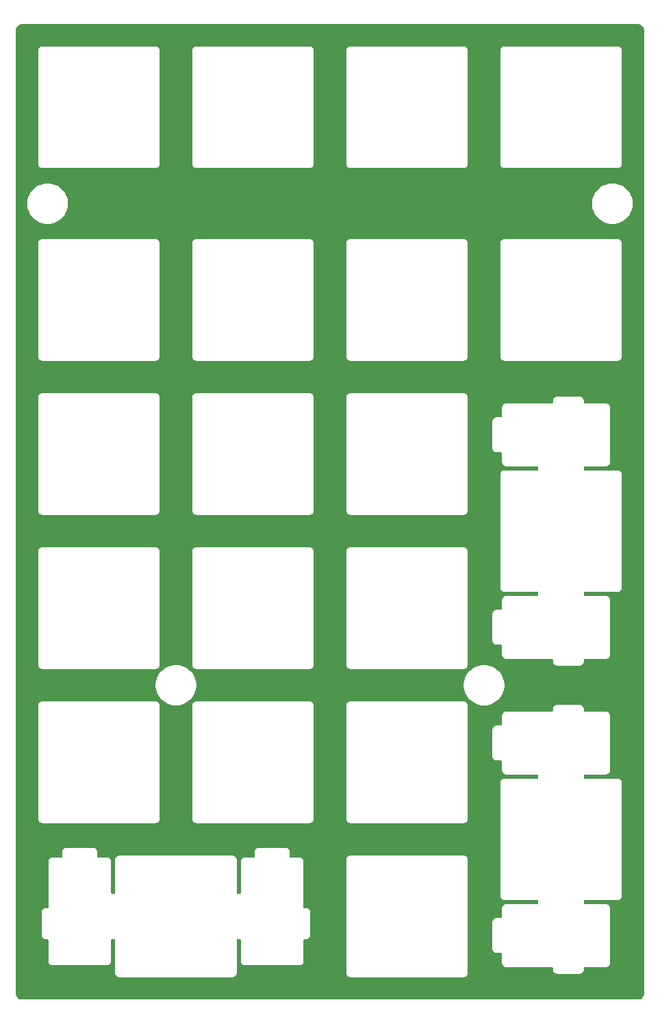
<source format=gbr>
%TF.GenerationSoftware,KiCad,Pcbnew,(6.0.2)*%
%TF.CreationDate,2022-02-21T02:47:03-05:00*%
%TF.ProjectId,plate,706c6174-652e-46b6-9963-61645f706362,rev?*%
%TF.SameCoordinates,Original*%
%TF.FileFunction,Copper,L1,Top*%
%TF.FilePolarity,Positive*%
%FSLAX46Y46*%
G04 Gerber Fmt 4.6, Leading zero omitted, Abs format (unit mm)*
G04 Created by KiCad (PCBNEW (6.0.2)) date 2022-02-21 02:47:03*
%MOMM*%
%LPD*%
G01*
G04 APERTURE LIST*
G04 APERTURE END LIST*
%TA.AperFunction,NonConductor*%
G36*
X115857556Y-38926999D02*
G01*
X115872357Y-38929304D01*
X115872360Y-38929304D01*
X115881229Y-38930685D01*
X115892227Y-38929247D01*
X115920910Y-38928790D01*
X116023806Y-38938924D01*
X116048030Y-38943743D01*
X116167232Y-38979903D01*
X116190052Y-38989355D01*
X116299899Y-39048069D01*
X116320437Y-39061792D01*
X116416722Y-39140811D01*
X116434187Y-39158276D01*
X116513206Y-39254561D01*
X116526929Y-39275099D01*
X116585643Y-39384946D01*
X116595095Y-39407766D01*
X116631255Y-39526968D01*
X116636074Y-39551194D01*
X116645543Y-39647333D01*
X116645091Y-39663375D01*
X116645804Y-39663384D01*
X116645694Y-39672357D01*
X116644313Y-39681229D01*
X116645477Y-39690131D01*
X116645477Y-39690134D01*
X116648435Y-39712750D01*
X116649499Y-39729088D01*
X116649499Y-158700671D01*
X116647999Y-158720055D01*
X116644313Y-158743729D01*
X116645751Y-158754727D01*
X116646208Y-158783411D01*
X116636074Y-158886304D01*
X116631255Y-158910530D01*
X116595095Y-159029732D01*
X116585643Y-159052552D01*
X116526929Y-159162399D01*
X116513206Y-159182937D01*
X116434187Y-159279222D01*
X116416722Y-159296687D01*
X116320437Y-159375706D01*
X116299899Y-159389429D01*
X116190052Y-159448143D01*
X116167232Y-159457595D01*
X116048030Y-159493755D01*
X116023806Y-159498574D01*
X115927662Y-159508043D01*
X115911623Y-159507591D01*
X115911614Y-159508304D01*
X115902641Y-159508194D01*
X115893769Y-159506813D01*
X115884867Y-159507977D01*
X115884864Y-159507977D01*
X115862248Y-159510935D01*
X115845910Y-159511999D01*
X39736827Y-159511999D01*
X39717442Y-159510499D01*
X39702641Y-159508194D01*
X39702638Y-159508194D01*
X39693769Y-159506813D01*
X39682771Y-159508251D01*
X39654088Y-159508708D01*
X39551192Y-159498574D01*
X39526968Y-159493755D01*
X39407766Y-159457595D01*
X39384946Y-159448143D01*
X39275099Y-159389429D01*
X39254561Y-159375706D01*
X39158276Y-159296687D01*
X39140811Y-159279222D01*
X39061792Y-159182937D01*
X39048069Y-159162399D01*
X38989355Y-159052552D01*
X38979903Y-159029732D01*
X38943743Y-158910530D01*
X38938924Y-158886304D01*
X38929455Y-158790165D01*
X38929907Y-158774123D01*
X38929194Y-158774114D01*
X38929304Y-158765141D01*
X38930685Y-158756269D01*
X38929046Y-158743729D01*
X38926563Y-158724748D01*
X38925499Y-158708410D01*
X38925499Y-151592650D01*
X42128027Y-151592650D01*
X42130493Y-151601279D01*
X42130494Y-151601284D01*
X42136142Y-151621046D01*
X42139720Y-151637807D01*
X42142633Y-151658150D01*
X42142636Y-151658160D01*
X42143908Y-151667043D01*
X42154524Y-151690393D01*
X42160967Y-151707905D01*
X42168015Y-151732563D01*
X42183777Y-151757546D01*
X42191907Y-151772612D01*
X42204136Y-151799508D01*
X42220877Y-151818937D01*
X42231982Y-151833945D01*
X42245663Y-151855629D01*
X42252391Y-151861571D01*
X42267799Y-151875179D01*
X42279843Y-151887371D01*
X42299122Y-151909745D01*
X42306650Y-151914624D01*
X42306653Y-151914627D01*
X42320642Y-151923694D01*
X42335516Y-151934984D01*
X42354731Y-151951954D01*
X42362857Y-151955769D01*
X42362858Y-151955770D01*
X42368524Y-151958430D01*
X42381469Y-151964508D01*
X42396438Y-151972822D01*
X42421230Y-151988891D01*
X42438153Y-151993952D01*
X42445793Y-151996237D01*
X42463239Y-152002899D01*
X42486451Y-152013797D01*
X42515633Y-152018341D01*
X42532352Y-152022124D01*
X42552039Y-152028012D01*
X42552042Y-152028013D01*
X42560644Y-152030585D01*
X42569619Y-152030640D01*
X42569620Y-152030640D01*
X42576313Y-152030681D01*
X42595059Y-152030795D01*
X42595831Y-152030828D01*
X42596926Y-152030998D01*
X42627801Y-152030998D01*
X42628571Y-152031000D01*
X42702219Y-152031450D01*
X42702220Y-152031450D01*
X42706155Y-152031474D01*
X42707499Y-152031090D01*
X42708844Y-152030998D01*
X42827963Y-152030998D01*
X42896084Y-152051000D01*
X42942577Y-152104656D01*
X42953963Y-152156998D01*
X42953963Y-154744396D01*
X42953961Y-154745166D01*
X42953487Y-154822750D01*
X42955953Y-154831379D01*
X42955954Y-154831384D01*
X42961602Y-154851146D01*
X42965180Y-154867907D01*
X42968093Y-154888250D01*
X42968096Y-154888260D01*
X42969368Y-154897143D01*
X42979984Y-154920493D01*
X42986427Y-154938005D01*
X42993475Y-154962663D01*
X43009237Y-154987646D01*
X43017367Y-155002712D01*
X43029596Y-155029608D01*
X43046337Y-155049037D01*
X43057442Y-155064045D01*
X43071123Y-155085729D01*
X43077851Y-155091671D01*
X43093259Y-155105279D01*
X43105303Y-155117471D01*
X43124582Y-155139845D01*
X43132110Y-155144724D01*
X43132113Y-155144727D01*
X43146102Y-155153794D01*
X43160976Y-155165084D01*
X43180191Y-155182054D01*
X43188317Y-155185869D01*
X43188318Y-155185870D01*
X43193984Y-155188530D01*
X43206929Y-155194608D01*
X43221898Y-155202922D01*
X43246690Y-155218991D01*
X43263613Y-155224052D01*
X43271253Y-155226337D01*
X43288699Y-155232999D01*
X43311911Y-155243897D01*
X43341093Y-155248441D01*
X43357812Y-155252224D01*
X43377499Y-155258112D01*
X43377502Y-155258113D01*
X43386104Y-155260685D01*
X43395079Y-155260740D01*
X43395080Y-155260740D01*
X43401773Y-155260781D01*
X43420519Y-155260895D01*
X43421291Y-155260928D01*
X43422386Y-155261098D01*
X43453261Y-155261098D01*
X43454031Y-155261100D01*
X43527679Y-155261550D01*
X43527680Y-155261550D01*
X43531615Y-155261574D01*
X43532959Y-155261190D01*
X43534304Y-155261098D01*
X50202911Y-155261098D01*
X50203682Y-155261100D01*
X50281265Y-155261574D01*
X50289894Y-155259108D01*
X50289899Y-155259107D01*
X50309661Y-155253459D01*
X50326422Y-155249881D01*
X50346765Y-155246968D01*
X50346775Y-155246965D01*
X50355658Y-155245693D01*
X50379008Y-155235077D01*
X50396520Y-155228634D01*
X50412550Y-155224052D01*
X50421178Y-155221586D01*
X50446161Y-155205824D01*
X50461227Y-155197694D01*
X50488123Y-155185465D01*
X50507552Y-155168724D01*
X50522560Y-155157619D01*
X50536652Y-155148728D01*
X50544244Y-155143938D01*
X50563795Y-155121801D01*
X50575987Y-155109757D01*
X50591562Y-155096337D01*
X50591563Y-155096335D01*
X50598360Y-155090479D01*
X50603239Y-155082951D01*
X50603242Y-155082948D01*
X50612309Y-155068959D01*
X50623599Y-155054085D01*
X50634625Y-155041600D01*
X50640569Y-155034870D01*
X50653123Y-155008132D01*
X50661437Y-154993163D01*
X50677506Y-154968371D01*
X50684852Y-154943807D01*
X50691514Y-154926362D01*
X50698596Y-154911277D01*
X50702412Y-154903150D01*
X50706956Y-154873968D01*
X50710739Y-154857249D01*
X50716627Y-154837562D01*
X50716628Y-154837559D01*
X50719200Y-154828957D01*
X50719410Y-154794542D01*
X50719443Y-154793770D01*
X50719613Y-154792675D01*
X50719613Y-154761800D01*
X50719615Y-154761030D01*
X50720065Y-154687382D01*
X50720065Y-154687381D01*
X50720089Y-154683446D01*
X50719705Y-154682102D01*
X50719613Y-154680757D01*
X50719613Y-152156998D01*
X50739615Y-152088877D01*
X50793271Y-152042384D01*
X50845613Y-152030998D01*
X51103113Y-152030998D01*
X51171234Y-152051000D01*
X51217727Y-152104656D01*
X51229113Y-152156998D01*
X51229113Y-156214766D01*
X51229111Y-156215536D01*
X51228637Y-156293120D01*
X51231103Y-156301749D01*
X51231104Y-156301754D01*
X51236752Y-156321516D01*
X51240330Y-156338277D01*
X51243243Y-156358620D01*
X51243246Y-156358630D01*
X51244518Y-156367513D01*
X51255134Y-156390863D01*
X51261577Y-156408375D01*
X51268625Y-156433033D01*
X51284387Y-156458016D01*
X51292517Y-156473082D01*
X51304746Y-156499978D01*
X51321487Y-156519407D01*
X51332592Y-156534415D01*
X51346273Y-156556099D01*
X51353001Y-156562041D01*
X51368409Y-156575649D01*
X51380453Y-156587841D01*
X51399732Y-156610215D01*
X51407260Y-156615094D01*
X51407263Y-156615097D01*
X51421252Y-156624164D01*
X51436126Y-156635454D01*
X51455341Y-156652424D01*
X51463467Y-156656239D01*
X51463468Y-156656240D01*
X51469134Y-156658900D01*
X51482079Y-156664978D01*
X51497048Y-156673292D01*
X51521840Y-156689361D01*
X51538763Y-156694422D01*
X51546403Y-156696707D01*
X51563849Y-156703369D01*
X51587061Y-156714267D01*
X51616243Y-156718811D01*
X51632962Y-156722594D01*
X51652649Y-156728482D01*
X51652652Y-156728483D01*
X51661254Y-156731055D01*
X51670229Y-156731110D01*
X51670230Y-156731110D01*
X51676923Y-156731151D01*
X51695669Y-156731265D01*
X51696441Y-156731298D01*
X51697536Y-156731468D01*
X51728411Y-156731468D01*
X51729181Y-156731470D01*
X51802829Y-156731920D01*
X51802830Y-156731920D01*
X51806765Y-156731944D01*
X51808109Y-156731560D01*
X51809454Y-156731468D01*
X65727811Y-156731468D01*
X65728582Y-156731470D01*
X65806165Y-156731944D01*
X65814794Y-156729478D01*
X65814799Y-156729477D01*
X65834561Y-156723829D01*
X65851322Y-156720251D01*
X65871665Y-156717338D01*
X65871675Y-156717335D01*
X65880558Y-156716063D01*
X65903908Y-156705447D01*
X65921420Y-156699004D01*
X65937450Y-156694422D01*
X65946078Y-156691956D01*
X65971061Y-156676194D01*
X65986127Y-156668064D01*
X66013023Y-156655835D01*
X66032452Y-156639094D01*
X66047460Y-156627989D01*
X66061552Y-156619098D01*
X66069144Y-156614308D01*
X66088695Y-156592171D01*
X66100887Y-156580127D01*
X66116462Y-156566707D01*
X66116463Y-156566705D01*
X66123260Y-156560849D01*
X66128139Y-156553321D01*
X66128142Y-156553318D01*
X66137209Y-156539329D01*
X66148499Y-156524455D01*
X66159525Y-156511970D01*
X66165469Y-156505240D01*
X66178023Y-156478502D01*
X66186337Y-156463533D01*
X66202406Y-156438741D01*
X66209752Y-156414177D01*
X66216414Y-156396732D01*
X66223496Y-156381647D01*
X66227312Y-156373520D01*
X66231856Y-156344338D01*
X66235639Y-156327619D01*
X66241527Y-156307932D01*
X66241528Y-156307929D01*
X66244100Y-156299327D01*
X66244138Y-156293120D01*
X79803637Y-156293120D01*
X79806103Y-156301749D01*
X79806104Y-156301754D01*
X79811752Y-156321516D01*
X79815330Y-156338277D01*
X79818243Y-156358620D01*
X79818246Y-156358630D01*
X79819518Y-156367513D01*
X79830134Y-156390863D01*
X79836577Y-156408375D01*
X79843625Y-156433033D01*
X79859387Y-156458016D01*
X79867517Y-156473082D01*
X79879746Y-156499978D01*
X79896487Y-156519407D01*
X79907592Y-156534415D01*
X79921273Y-156556099D01*
X79928001Y-156562041D01*
X79943409Y-156575649D01*
X79955453Y-156587841D01*
X79974732Y-156610215D01*
X79982260Y-156615094D01*
X79982263Y-156615097D01*
X79996252Y-156624164D01*
X80011126Y-156635454D01*
X80030341Y-156652424D01*
X80038467Y-156656239D01*
X80038468Y-156656240D01*
X80044134Y-156658900D01*
X80057079Y-156664978D01*
X80072048Y-156673292D01*
X80096840Y-156689361D01*
X80113763Y-156694422D01*
X80121403Y-156696707D01*
X80138849Y-156703369D01*
X80162061Y-156714267D01*
X80191243Y-156718811D01*
X80207962Y-156722594D01*
X80227649Y-156728482D01*
X80227652Y-156728483D01*
X80236254Y-156731055D01*
X80245229Y-156731110D01*
X80245230Y-156731110D01*
X80251923Y-156731151D01*
X80270669Y-156731265D01*
X80271441Y-156731298D01*
X80272536Y-156731468D01*
X80303411Y-156731468D01*
X80304181Y-156731470D01*
X80377829Y-156731920D01*
X80377830Y-156731920D01*
X80381765Y-156731944D01*
X80383109Y-156731560D01*
X80384454Y-156731468D01*
X94302711Y-156731468D01*
X94303482Y-156731470D01*
X94381065Y-156731944D01*
X94389694Y-156729478D01*
X94389699Y-156729477D01*
X94409461Y-156723829D01*
X94426222Y-156720251D01*
X94446565Y-156717338D01*
X94446575Y-156717335D01*
X94455458Y-156716063D01*
X94478808Y-156705447D01*
X94496320Y-156699004D01*
X94512350Y-156694422D01*
X94520978Y-156691956D01*
X94545961Y-156676194D01*
X94561027Y-156668064D01*
X94587923Y-156655835D01*
X94607352Y-156639094D01*
X94622360Y-156627989D01*
X94636452Y-156619098D01*
X94644044Y-156614308D01*
X94663595Y-156592171D01*
X94675787Y-156580127D01*
X94691362Y-156566707D01*
X94691363Y-156566705D01*
X94698160Y-156560849D01*
X94703039Y-156553321D01*
X94703042Y-156553318D01*
X94712109Y-156539329D01*
X94723399Y-156524455D01*
X94734425Y-156511970D01*
X94740369Y-156505240D01*
X94752923Y-156478502D01*
X94761237Y-156463533D01*
X94777306Y-156438741D01*
X94784652Y-156414177D01*
X94791314Y-156396732D01*
X94798396Y-156381647D01*
X94802212Y-156373520D01*
X94806756Y-156344338D01*
X94810539Y-156327619D01*
X94816427Y-156307932D01*
X94816428Y-156307929D01*
X94819000Y-156299327D01*
X94819056Y-156290253D01*
X94819210Y-156264922D01*
X94819243Y-156264140D01*
X94819413Y-156263045D01*
X94819413Y-156232170D01*
X94819415Y-156231400D01*
X94819865Y-156157752D01*
X94819865Y-156157751D01*
X94819889Y-156153816D01*
X94819505Y-156152472D01*
X94819413Y-156151127D01*
X94819413Y-153317950D01*
X97883537Y-153317950D01*
X97886003Y-153326579D01*
X97886004Y-153326584D01*
X97891652Y-153346346D01*
X97895230Y-153363107D01*
X97898143Y-153383450D01*
X97898146Y-153383460D01*
X97899418Y-153392343D01*
X97910034Y-153415693D01*
X97916477Y-153433205D01*
X97923525Y-153457863D01*
X97939287Y-153482846D01*
X97947417Y-153497912D01*
X97959646Y-153524808D01*
X97976387Y-153544237D01*
X97987492Y-153559245D01*
X98001173Y-153580929D01*
X98007901Y-153586871D01*
X98023309Y-153600479D01*
X98035353Y-153612671D01*
X98054632Y-153635045D01*
X98062160Y-153639924D01*
X98062163Y-153639927D01*
X98076152Y-153648994D01*
X98091026Y-153660284D01*
X98110241Y-153677254D01*
X98118367Y-153681069D01*
X98118368Y-153681070D01*
X98124034Y-153683730D01*
X98136979Y-153689808D01*
X98151948Y-153698122D01*
X98176740Y-153714191D01*
X98185340Y-153716763D01*
X98201303Y-153721537D01*
X98218749Y-153728199D01*
X98241961Y-153739097D01*
X98271143Y-153743641D01*
X98287862Y-153747424D01*
X98307549Y-153753312D01*
X98307552Y-153753313D01*
X98316154Y-153755885D01*
X98325129Y-153755940D01*
X98325130Y-153755940D01*
X98331823Y-153755981D01*
X98350569Y-153756095D01*
X98351341Y-153756128D01*
X98352436Y-153756298D01*
X98383311Y-153756298D01*
X98384081Y-153756300D01*
X98457729Y-153756750D01*
X98457730Y-153756750D01*
X98461665Y-153756774D01*
X98463009Y-153756390D01*
X98464354Y-153756298D01*
X98958113Y-153756298D01*
X99026234Y-153776300D01*
X99072727Y-153829956D01*
X99084113Y-153882298D01*
X99084113Y-154964886D01*
X99084111Y-154965656D01*
X99083637Y-155043240D01*
X99086103Y-155051869D01*
X99086104Y-155051874D01*
X99091752Y-155071636D01*
X99095330Y-155088397D01*
X99098243Y-155108740D01*
X99098246Y-155108750D01*
X99099518Y-155117633D01*
X99110134Y-155140983D01*
X99116577Y-155158495D01*
X99119503Y-155168731D01*
X99123625Y-155183153D01*
X99139387Y-155208136D01*
X99147517Y-155223202D01*
X99159746Y-155250098D01*
X99176487Y-155269527D01*
X99187592Y-155284535D01*
X99201273Y-155306219D01*
X99208001Y-155312161D01*
X99223409Y-155325769D01*
X99235453Y-155337961D01*
X99254732Y-155360335D01*
X99262260Y-155365214D01*
X99262263Y-155365217D01*
X99276252Y-155374284D01*
X99291126Y-155385574D01*
X99310341Y-155402544D01*
X99318467Y-155406359D01*
X99318468Y-155406360D01*
X99324134Y-155409020D01*
X99337079Y-155415098D01*
X99352048Y-155423412D01*
X99376840Y-155439481D01*
X99393763Y-155444542D01*
X99401403Y-155446827D01*
X99418849Y-155453489D01*
X99442061Y-155464387D01*
X99471243Y-155468931D01*
X99487962Y-155472714D01*
X99507649Y-155478602D01*
X99507652Y-155478603D01*
X99516254Y-155481175D01*
X99525229Y-155481230D01*
X99525230Y-155481230D01*
X99531923Y-155481271D01*
X99550669Y-155481385D01*
X99551441Y-155481418D01*
X99552536Y-155481588D01*
X99583411Y-155481588D01*
X99584181Y-155481590D01*
X99657829Y-155482040D01*
X99657830Y-155482040D01*
X99661765Y-155482064D01*
X99663109Y-155481680D01*
X99664454Y-155481588D01*
X105228413Y-155481588D01*
X105296534Y-155501590D01*
X105343027Y-155555246D01*
X105354413Y-155607588D01*
X105354413Y-155788956D01*
X105354411Y-155789726D01*
X105353937Y-155867310D01*
X105356403Y-155875939D01*
X105356404Y-155875944D01*
X105362052Y-155895706D01*
X105365630Y-155912467D01*
X105368543Y-155932810D01*
X105368546Y-155932820D01*
X105369818Y-155941703D01*
X105380434Y-155965053D01*
X105386877Y-155982565D01*
X105393925Y-156007223D01*
X105409687Y-156032206D01*
X105417817Y-156047272D01*
X105430046Y-156074168D01*
X105446787Y-156093597D01*
X105457892Y-156108605D01*
X105471573Y-156130289D01*
X105478301Y-156136231D01*
X105493709Y-156149839D01*
X105505753Y-156162031D01*
X105525032Y-156184405D01*
X105532560Y-156189284D01*
X105532563Y-156189287D01*
X105546552Y-156198354D01*
X105561426Y-156209644D01*
X105580641Y-156226614D01*
X105588767Y-156230429D01*
X105588768Y-156230430D01*
X105594434Y-156233090D01*
X105607379Y-156239168D01*
X105622348Y-156247482D01*
X105647140Y-156263551D01*
X105664063Y-156268612D01*
X105671703Y-156270897D01*
X105689149Y-156277559D01*
X105712361Y-156288457D01*
X105741543Y-156293001D01*
X105758262Y-156296784D01*
X105777949Y-156302672D01*
X105777952Y-156302673D01*
X105786554Y-156305245D01*
X105795529Y-156305300D01*
X105795530Y-156305300D01*
X105802223Y-156305341D01*
X105820969Y-156305455D01*
X105821741Y-156305488D01*
X105822836Y-156305658D01*
X105853711Y-156305658D01*
X105854481Y-156305660D01*
X105928129Y-156306110D01*
X105928130Y-156306110D01*
X105932065Y-156306134D01*
X105933409Y-156305750D01*
X105934754Y-156305658D01*
X108653711Y-156305658D01*
X108654482Y-156305660D01*
X108732065Y-156306134D01*
X108740694Y-156303668D01*
X108740699Y-156303667D01*
X108760461Y-156298019D01*
X108777222Y-156294441D01*
X108797565Y-156291528D01*
X108797575Y-156291525D01*
X108806458Y-156290253D01*
X108829808Y-156279637D01*
X108847320Y-156273194D01*
X108863350Y-156268612D01*
X108871978Y-156266146D01*
X108896961Y-156250384D01*
X108912027Y-156242254D01*
X108938923Y-156230025D01*
X108958352Y-156213284D01*
X108973360Y-156202179D01*
X108987452Y-156193288D01*
X108995044Y-156188498D01*
X109014595Y-156166361D01*
X109026787Y-156154317D01*
X109027369Y-156153816D01*
X109049160Y-156135039D01*
X109054039Y-156127511D01*
X109054042Y-156127508D01*
X109063109Y-156113519D01*
X109074399Y-156098645D01*
X109085425Y-156086160D01*
X109091369Y-156079430D01*
X109103923Y-156052692D01*
X109112237Y-156037723D01*
X109128306Y-156012931D01*
X109135652Y-155988367D01*
X109142314Y-155970922D01*
X109149396Y-155955837D01*
X109153212Y-155947710D01*
X109157756Y-155918528D01*
X109161539Y-155901809D01*
X109167427Y-155882122D01*
X109167428Y-155882119D01*
X109170000Y-155873517D01*
X109170210Y-155839102D01*
X109170243Y-155838330D01*
X109170413Y-155837235D01*
X109170413Y-155806360D01*
X109170415Y-155805590D01*
X109170865Y-155731942D01*
X109170865Y-155731941D01*
X109170889Y-155728006D01*
X109170505Y-155726662D01*
X109170413Y-155725317D01*
X109170413Y-155607588D01*
X109190415Y-155539467D01*
X109244071Y-155492974D01*
X109296413Y-155481588D01*
X111883711Y-155481588D01*
X111884482Y-155481590D01*
X111962065Y-155482064D01*
X111970694Y-155479598D01*
X111970699Y-155479597D01*
X111990461Y-155473949D01*
X112007222Y-155470371D01*
X112027565Y-155467458D01*
X112027575Y-155467455D01*
X112036458Y-155466183D01*
X112059808Y-155455567D01*
X112077320Y-155449124D01*
X112093350Y-155444542D01*
X112101978Y-155442076D01*
X112126961Y-155426314D01*
X112142027Y-155418184D01*
X112168923Y-155405955D01*
X112188352Y-155389214D01*
X112203360Y-155378109D01*
X112217452Y-155369218D01*
X112225044Y-155364428D01*
X112244595Y-155342291D01*
X112256787Y-155330247D01*
X112272362Y-155316827D01*
X112272363Y-155316825D01*
X112279160Y-155310969D01*
X112284039Y-155303441D01*
X112284042Y-155303438D01*
X112293109Y-155289449D01*
X112304399Y-155274575D01*
X112315425Y-155262090D01*
X112321369Y-155255360D01*
X112333923Y-155228622D01*
X112342237Y-155213653D01*
X112358306Y-155188861D01*
X112365652Y-155164297D01*
X112372314Y-155146852D01*
X112379396Y-155131767D01*
X112383212Y-155123640D01*
X112387756Y-155094458D01*
X112391539Y-155077739D01*
X112397427Y-155058052D01*
X112397428Y-155058049D01*
X112400000Y-155049447D01*
X112400210Y-155015032D01*
X112400243Y-155014260D01*
X112400413Y-155013165D01*
X112400413Y-154982290D01*
X112400415Y-154981520D01*
X112400865Y-154907872D01*
X112400865Y-154907871D01*
X112400889Y-154903936D01*
X112400505Y-154902592D01*
X112400413Y-154901247D01*
X112400413Y-148232700D01*
X112400415Y-148231930D01*
X112400501Y-148217784D01*
X112400889Y-148154346D01*
X112398423Y-148145717D01*
X112398422Y-148145712D01*
X112392774Y-148125950D01*
X112389196Y-148109189D01*
X112386283Y-148088846D01*
X112386280Y-148088836D01*
X112385008Y-148079953D01*
X112374392Y-148056603D01*
X112367949Y-148039091D01*
X112363367Y-148023061D01*
X112360901Y-148014433D01*
X112345139Y-147989450D01*
X112337009Y-147974384D01*
X112324780Y-147947488D01*
X112308039Y-147928059D01*
X112296934Y-147913051D01*
X112288043Y-147898959D01*
X112283253Y-147891367D01*
X112261116Y-147871816D01*
X112249072Y-147859624D01*
X112235652Y-147844049D01*
X112235650Y-147844048D01*
X112229794Y-147837251D01*
X112222266Y-147832372D01*
X112222263Y-147832369D01*
X112208274Y-147823302D01*
X112193400Y-147812012D01*
X112180915Y-147800986D01*
X112174185Y-147795042D01*
X112166059Y-147791227D01*
X112166058Y-147791226D01*
X112160392Y-147788566D01*
X112147447Y-147782488D01*
X112132478Y-147774174D01*
X112107686Y-147758105D01*
X112083122Y-147750759D01*
X112065677Y-147744097D01*
X112061240Y-147742014D01*
X112042465Y-147733199D01*
X112013283Y-147728655D01*
X111996564Y-147724872D01*
X111976877Y-147718984D01*
X111976874Y-147718983D01*
X111968272Y-147716411D01*
X111959297Y-147716356D01*
X111959296Y-147716356D01*
X111952603Y-147716315D01*
X111933857Y-147716201D01*
X111933085Y-147716168D01*
X111931990Y-147715998D01*
X111901115Y-147715998D01*
X111900345Y-147715996D01*
X111826697Y-147715546D01*
X111826696Y-147715546D01*
X111822761Y-147715522D01*
X111821417Y-147715906D01*
X111820072Y-147715998D01*
X109296413Y-147715998D01*
X109228292Y-147695996D01*
X109181799Y-147642340D01*
X109170413Y-147589998D01*
X109170413Y-147332498D01*
X109190415Y-147264377D01*
X109244071Y-147217884D01*
X109296413Y-147206498D01*
X113352711Y-147206498D01*
X113353482Y-147206500D01*
X113431065Y-147206974D01*
X113439694Y-147204508D01*
X113439699Y-147204507D01*
X113459461Y-147198859D01*
X113476222Y-147195281D01*
X113496565Y-147192368D01*
X113496575Y-147192365D01*
X113505458Y-147191093D01*
X113528808Y-147180477D01*
X113546320Y-147174034D01*
X113562350Y-147169452D01*
X113570978Y-147166986D01*
X113595961Y-147151224D01*
X113611027Y-147143094D01*
X113637923Y-147130865D01*
X113657352Y-147114124D01*
X113672360Y-147103019D01*
X113686452Y-147094128D01*
X113694044Y-147089338D01*
X113713595Y-147067201D01*
X113725787Y-147055157D01*
X113741362Y-147041737D01*
X113741363Y-147041735D01*
X113748160Y-147035879D01*
X113753039Y-147028351D01*
X113753042Y-147028348D01*
X113762109Y-147014359D01*
X113773399Y-146999485D01*
X113784425Y-146987000D01*
X113790369Y-146980270D01*
X113802923Y-146953532D01*
X113811237Y-146938563D01*
X113827306Y-146913771D01*
X113834652Y-146889207D01*
X113841314Y-146871762D01*
X113848396Y-146856677D01*
X113852212Y-146848550D01*
X113856756Y-146819368D01*
X113860539Y-146802649D01*
X113866427Y-146782962D01*
X113866428Y-146782959D01*
X113869000Y-146774357D01*
X113869210Y-146739942D01*
X113869243Y-146739170D01*
X113869413Y-146738075D01*
X113869413Y-146707200D01*
X113869415Y-146706430D01*
X113869865Y-146632782D01*
X113869865Y-146632781D01*
X113869889Y-146628846D01*
X113869505Y-146627502D01*
X113869413Y-146626157D01*
X113869413Y-132707700D01*
X113869415Y-132706930D01*
X113869834Y-132638320D01*
X113869889Y-132629346D01*
X113867423Y-132620717D01*
X113867422Y-132620712D01*
X113861774Y-132600950D01*
X113858196Y-132584189D01*
X113855283Y-132563846D01*
X113855280Y-132563836D01*
X113854008Y-132554953D01*
X113843392Y-132531603D01*
X113836949Y-132514091D01*
X113832367Y-132498061D01*
X113829901Y-132489433D01*
X113814139Y-132464450D01*
X113806009Y-132449384D01*
X113793780Y-132422488D01*
X113777039Y-132403059D01*
X113765934Y-132388051D01*
X113757043Y-132373959D01*
X113752253Y-132366367D01*
X113730116Y-132346816D01*
X113718072Y-132334624D01*
X113704652Y-132319049D01*
X113704650Y-132319048D01*
X113698794Y-132312251D01*
X113691266Y-132307372D01*
X113691263Y-132307369D01*
X113677274Y-132298302D01*
X113662400Y-132287012D01*
X113649915Y-132275986D01*
X113643185Y-132270042D01*
X113635059Y-132266227D01*
X113635058Y-132266226D01*
X113629392Y-132263566D01*
X113616447Y-132257488D01*
X113601478Y-132249174D01*
X113576686Y-132233105D01*
X113552122Y-132225759D01*
X113534677Y-132219097D01*
X113530240Y-132217014D01*
X113511465Y-132208199D01*
X113482283Y-132203655D01*
X113465564Y-132199872D01*
X113445877Y-132193984D01*
X113445874Y-132193983D01*
X113437272Y-132191411D01*
X113428297Y-132191356D01*
X113428296Y-132191356D01*
X113421603Y-132191315D01*
X113402857Y-132191201D01*
X113402085Y-132191168D01*
X113400990Y-132190998D01*
X113370115Y-132190998D01*
X113369345Y-132190996D01*
X113295697Y-132190546D01*
X113295696Y-132190546D01*
X113291761Y-132190522D01*
X113290417Y-132190906D01*
X113289072Y-132190998D01*
X109296413Y-132190998D01*
X109228292Y-132170996D01*
X109181799Y-132117340D01*
X109170413Y-132064998D01*
X109170413Y-131807498D01*
X109190415Y-131739377D01*
X109244071Y-131692884D01*
X109296413Y-131681498D01*
X111883711Y-131681498D01*
X111884482Y-131681500D01*
X111962065Y-131681974D01*
X111970694Y-131679508D01*
X111970699Y-131679507D01*
X111990461Y-131673859D01*
X112007222Y-131670281D01*
X112027565Y-131667368D01*
X112027575Y-131667365D01*
X112036458Y-131666093D01*
X112059808Y-131655477D01*
X112077320Y-131649034D01*
X112093350Y-131644452D01*
X112101978Y-131641986D01*
X112126961Y-131626224D01*
X112142027Y-131618094D01*
X112168923Y-131605865D01*
X112188352Y-131589124D01*
X112203360Y-131578019D01*
X112217452Y-131569128D01*
X112225044Y-131564338D01*
X112244595Y-131542201D01*
X112256787Y-131530157D01*
X112272362Y-131516737D01*
X112272363Y-131516735D01*
X112279160Y-131510879D01*
X112284039Y-131503351D01*
X112284042Y-131503348D01*
X112293109Y-131489359D01*
X112304399Y-131474485D01*
X112315425Y-131462000D01*
X112321369Y-131455270D01*
X112333923Y-131428532D01*
X112342237Y-131413563D01*
X112358306Y-131388771D01*
X112365652Y-131364207D01*
X112372314Y-131346762D01*
X112379396Y-131331677D01*
X112383212Y-131323550D01*
X112387756Y-131294368D01*
X112391539Y-131277649D01*
X112397427Y-131257962D01*
X112397428Y-131257959D01*
X112400000Y-131249357D01*
X112400210Y-131214942D01*
X112400243Y-131214170D01*
X112400413Y-131213075D01*
X112400413Y-131182200D01*
X112400415Y-131181430D01*
X112400865Y-131107782D01*
X112400865Y-131107781D01*
X112400889Y-131103846D01*
X112400505Y-131102502D01*
X112400413Y-131101157D01*
X112400413Y-124432500D01*
X112400415Y-124431730D01*
X112400834Y-124363120D01*
X112400889Y-124354146D01*
X112398423Y-124345517D01*
X112398422Y-124345512D01*
X112392774Y-124325750D01*
X112389196Y-124308989D01*
X112386283Y-124288646D01*
X112386280Y-124288636D01*
X112385008Y-124279753D01*
X112374392Y-124256403D01*
X112367949Y-124238891D01*
X112363367Y-124222861D01*
X112360901Y-124214233D01*
X112345139Y-124189250D01*
X112337009Y-124174184D01*
X112324780Y-124147288D01*
X112308039Y-124127859D01*
X112296934Y-124112851D01*
X112288043Y-124098759D01*
X112283253Y-124091167D01*
X112261116Y-124071616D01*
X112249072Y-124059424D01*
X112235652Y-124043849D01*
X112235650Y-124043848D01*
X112229794Y-124037051D01*
X112222266Y-124032172D01*
X112222263Y-124032169D01*
X112208274Y-124023102D01*
X112193400Y-124011812D01*
X112180915Y-124000786D01*
X112174185Y-123994842D01*
X112166059Y-123991027D01*
X112166058Y-123991026D01*
X112160392Y-123988366D01*
X112147447Y-123982288D01*
X112132478Y-123973974D01*
X112107686Y-123957905D01*
X112083122Y-123950559D01*
X112065677Y-123943897D01*
X112061240Y-123941814D01*
X112042465Y-123932999D01*
X112013283Y-123928455D01*
X111996564Y-123924672D01*
X111976877Y-123918784D01*
X111976874Y-123918783D01*
X111968272Y-123916211D01*
X111959297Y-123916156D01*
X111959296Y-123916156D01*
X111952603Y-123916115D01*
X111933857Y-123916001D01*
X111933085Y-123915968D01*
X111931990Y-123915798D01*
X111901115Y-123915798D01*
X111900345Y-123915796D01*
X111826697Y-123915346D01*
X111826696Y-123915346D01*
X111822761Y-123915322D01*
X111821417Y-123915706D01*
X111820072Y-123915798D01*
X109296413Y-123915798D01*
X109228292Y-123895796D01*
X109181799Y-123842140D01*
X109170413Y-123789798D01*
X109170413Y-123607200D01*
X109170415Y-123606430D01*
X109170834Y-123537820D01*
X109170889Y-123528846D01*
X109168423Y-123520217D01*
X109168422Y-123520212D01*
X109162774Y-123500450D01*
X109159196Y-123483689D01*
X109156283Y-123463346D01*
X109156280Y-123463336D01*
X109155008Y-123454453D01*
X109144392Y-123431103D01*
X109137949Y-123413591D01*
X109133367Y-123397561D01*
X109130901Y-123388933D01*
X109115139Y-123363950D01*
X109107009Y-123348884D01*
X109094780Y-123321988D01*
X109078039Y-123302559D01*
X109066934Y-123287551D01*
X109058043Y-123273459D01*
X109053253Y-123265867D01*
X109031116Y-123246316D01*
X109019072Y-123234124D01*
X109005652Y-123218549D01*
X109005650Y-123218548D01*
X108999794Y-123211751D01*
X108992266Y-123206872D01*
X108992263Y-123206869D01*
X108978274Y-123197802D01*
X108963400Y-123186512D01*
X108950915Y-123175486D01*
X108944185Y-123169542D01*
X108936059Y-123165727D01*
X108936058Y-123165726D01*
X108930392Y-123163066D01*
X108917447Y-123156988D01*
X108902478Y-123148674D01*
X108877686Y-123132605D01*
X108853122Y-123125259D01*
X108835677Y-123118597D01*
X108824650Y-123113420D01*
X108812465Y-123107699D01*
X108783283Y-123103155D01*
X108766564Y-123099372D01*
X108746877Y-123093484D01*
X108746874Y-123093483D01*
X108738272Y-123090911D01*
X108729297Y-123090856D01*
X108729296Y-123090856D01*
X108722603Y-123090815D01*
X108703857Y-123090701D01*
X108703085Y-123090668D01*
X108701990Y-123090498D01*
X108671115Y-123090498D01*
X108670345Y-123090496D01*
X108596697Y-123090046D01*
X108596696Y-123090046D01*
X108592761Y-123090022D01*
X108591417Y-123090406D01*
X108590072Y-123090498D01*
X105871115Y-123090498D01*
X105870345Y-123090496D01*
X105869491Y-123090491D01*
X105792761Y-123090022D01*
X105784132Y-123092488D01*
X105784127Y-123092489D01*
X105764365Y-123098137D01*
X105747604Y-123101715D01*
X105727261Y-123104628D01*
X105727251Y-123104631D01*
X105718368Y-123105903D01*
X105695018Y-123116519D01*
X105677506Y-123122962D01*
X105669470Y-123125259D01*
X105652848Y-123130010D01*
X105627865Y-123145772D01*
X105612799Y-123153902D01*
X105585903Y-123166131D01*
X105566474Y-123182872D01*
X105551466Y-123193977D01*
X105529782Y-123207658D01*
X105523840Y-123214386D01*
X105510232Y-123229794D01*
X105498040Y-123241838D01*
X105475666Y-123261117D01*
X105470787Y-123268645D01*
X105470784Y-123268648D01*
X105461717Y-123282637D01*
X105450427Y-123297511D01*
X105433457Y-123316726D01*
X105420903Y-123343464D01*
X105412589Y-123358433D01*
X105396520Y-123383225D01*
X105393948Y-123391825D01*
X105389174Y-123407788D01*
X105382512Y-123425234D01*
X105371614Y-123448446D01*
X105367071Y-123477626D01*
X105363287Y-123494347D01*
X105357399Y-123514034D01*
X105357398Y-123514037D01*
X105354826Y-123522639D01*
X105354771Y-123531614D01*
X105354771Y-123531615D01*
X105354616Y-123557044D01*
X105354583Y-123557826D01*
X105354413Y-123558921D01*
X105354413Y-123589796D01*
X105354411Y-123590566D01*
X105353937Y-123668150D01*
X105354321Y-123669494D01*
X105354413Y-123670839D01*
X105354413Y-123789798D01*
X105334411Y-123857919D01*
X105280755Y-123904412D01*
X105228413Y-123915798D01*
X99600815Y-123915798D01*
X99600045Y-123915796D01*
X99599191Y-123915791D01*
X99522461Y-123915322D01*
X99513832Y-123917788D01*
X99513827Y-123917789D01*
X99494065Y-123923437D01*
X99477304Y-123927015D01*
X99456961Y-123929928D01*
X99456951Y-123929931D01*
X99448068Y-123931203D01*
X99424718Y-123941819D01*
X99407206Y-123948262D01*
X99399170Y-123950559D01*
X99382548Y-123955310D01*
X99357565Y-123971072D01*
X99342499Y-123979202D01*
X99315603Y-123991431D01*
X99296174Y-124008172D01*
X99281166Y-124019277D01*
X99259482Y-124032958D01*
X99253540Y-124039686D01*
X99239932Y-124055094D01*
X99227740Y-124067138D01*
X99205366Y-124086417D01*
X99200487Y-124093945D01*
X99200484Y-124093948D01*
X99191417Y-124107937D01*
X99180127Y-124122811D01*
X99163157Y-124142026D01*
X99150603Y-124168764D01*
X99142289Y-124183733D01*
X99126220Y-124208525D01*
X99123648Y-124217125D01*
X99118874Y-124233088D01*
X99112212Y-124250534D01*
X99101314Y-124273746D01*
X99096771Y-124302926D01*
X99092987Y-124319647D01*
X99087099Y-124339334D01*
X99087098Y-124339337D01*
X99084526Y-124347939D01*
X99084471Y-124356914D01*
X99084471Y-124356915D01*
X99084316Y-124382344D01*
X99084283Y-124383126D01*
X99084113Y-124384221D01*
X99084113Y-124415096D01*
X99084111Y-124415866D01*
X99083637Y-124493450D01*
X99084021Y-124494794D01*
X99084113Y-124496139D01*
X99084113Y-125513798D01*
X99064111Y-125581919D01*
X99010455Y-125628412D01*
X98958113Y-125639798D01*
X98400715Y-125639798D01*
X98399945Y-125639796D01*
X98399091Y-125639791D01*
X98322361Y-125639322D01*
X98313732Y-125641788D01*
X98313727Y-125641789D01*
X98293965Y-125647437D01*
X98277204Y-125651015D01*
X98256861Y-125653928D01*
X98256851Y-125653931D01*
X98247968Y-125655203D01*
X98224618Y-125665819D01*
X98207106Y-125672262D01*
X98194213Y-125675947D01*
X98182448Y-125679310D01*
X98157465Y-125695072D01*
X98142399Y-125703202D01*
X98115503Y-125715431D01*
X98096074Y-125732172D01*
X98081066Y-125743277D01*
X98059382Y-125756958D01*
X98053440Y-125763686D01*
X98039832Y-125779094D01*
X98027640Y-125791138D01*
X98005266Y-125810417D01*
X98000387Y-125817945D01*
X98000384Y-125817948D01*
X97991317Y-125831937D01*
X97980027Y-125846811D01*
X97963057Y-125866026D01*
X97950503Y-125892764D01*
X97942189Y-125907733D01*
X97926120Y-125932525D01*
X97923548Y-125941125D01*
X97918774Y-125957088D01*
X97912112Y-125974534D01*
X97901214Y-125997746D01*
X97899833Y-126006619D01*
X97896671Y-126026926D01*
X97892887Y-126043647D01*
X97886999Y-126063334D01*
X97886998Y-126063337D01*
X97884426Y-126071939D01*
X97884371Y-126080914D01*
X97884371Y-126080915D01*
X97884216Y-126106344D01*
X97884183Y-126107126D01*
X97884013Y-126108221D01*
X97884013Y-126139096D01*
X97884011Y-126139866D01*
X97883537Y-126217450D01*
X97883921Y-126218794D01*
X97884013Y-126220139D01*
X97884013Y-129439496D01*
X97884011Y-129440266D01*
X97883537Y-129517850D01*
X97886003Y-129526479D01*
X97886004Y-129526484D01*
X97891652Y-129546246D01*
X97895230Y-129563007D01*
X97898143Y-129583350D01*
X97898146Y-129583360D01*
X97899418Y-129592243D01*
X97910034Y-129615593D01*
X97916477Y-129633105D01*
X97923525Y-129657763D01*
X97939287Y-129682746D01*
X97947417Y-129697812D01*
X97959646Y-129724708D01*
X97976387Y-129744137D01*
X97987492Y-129759145D01*
X98001173Y-129780829D01*
X98007901Y-129786771D01*
X98023309Y-129800379D01*
X98035353Y-129812571D01*
X98054632Y-129834945D01*
X98062160Y-129839824D01*
X98062163Y-129839827D01*
X98076152Y-129848894D01*
X98091026Y-129860184D01*
X98110241Y-129877154D01*
X98118367Y-129880969D01*
X98118368Y-129880970D01*
X98124034Y-129883630D01*
X98136979Y-129889708D01*
X98151948Y-129898022D01*
X98176740Y-129914091D01*
X98185340Y-129916663D01*
X98201303Y-129921437D01*
X98218749Y-129928099D01*
X98241961Y-129938997D01*
X98271143Y-129943541D01*
X98287862Y-129947324D01*
X98307549Y-129953212D01*
X98307552Y-129953213D01*
X98316154Y-129955785D01*
X98325129Y-129955840D01*
X98325130Y-129955840D01*
X98331823Y-129955881D01*
X98350569Y-129955995D01*
X98351341Y-129956028D01*
X98352436Y-129956198D01*
X98383311Y-129956198D01*
X98384081Y-129956200D01*
X98457729Y-129956650D01*
X98457730Y-129956650D01*
X98461665Y-129956674D01*
X98463009Y-129956290D01*
X98464354Y-129956198D01*
X98958113Y-129956198D01*
X99026234Y-129976200D01*
X99072727Y-130029856D01*
X99084113Y-130082198D01*
X99084113Y-131164796D01*
X99084111Y-131165566D01*
X99083637Y-131243150D01*
X99086103Y-131251779D01*
X99086104Y-131251784D01*
X99091752Y-131271546D01*
X99095330Y-131288307D01*
X99098243Y-131308650D01*
X99098246Y-131308660D01*
X99099518Y-131317543D01*
X99110134Y-131340893D01*
X99116577Y-131358405D01*
X99123625Y-131383063D01*
X99139387Y-131408046D01*
X99147517Y-131423112D01*
X99159746Y-131450008D01*
X99176487Y-131469437D01*
X99187592Y-131484445D01*
X99201273Y-131506129D01*
X99208001Y-131512071D01*
X99223409Y-131525679D01*
X99235453Y-131537871D01*
X99254732Y-131560245D01*
X99262260Y-131565124D01*
X99262263Y-131565127D01*
X99276252Y-131574194D01*
X99291126Y-131585484D01*
X99310341Y-131602454D01*
X99318467Y-131606269D01*
X99318468Y-131606270D01*
X99324134Y-131608930D01*
X99337079Y-131615008D01*
X99352048Y-131623322D01*
X99376840Y-131639391D01*
X99393763Y-131644452D01*
X99401403Y-131646737D01*
X99418849Y-131653399D01*
X99442061Y-131664297D01*
X99471243Y-131668841D01*
X99487962Y-131672624D01*
X99507649Y-131678512D01*
X99507652Y-131678513D01*
X99516254Y-131681085D01*
X99525229Y-131681140D01*
X99525230Y-131681140D01*
X99531923Y-131681181D01*
X99550669Y-131681295D01*
X99551441Y-131681328D01*
X99552536Y-131681498D01*
X99583411Y-131681498D01*
X99584181Y-131681500D01*
X99657829Y-131681950D01*
X99657830Y-131681950D01*
X99661765Y-131681974D01*
X99663109Y-131681590D01*
X99664454Y-131681498D01*
X103428513Y-131681498D01*
X103496634Y-131701500D01*
X103543127Y-131755156D01*
X103554513Y-131807498D01*
X103554513Y-132064998D01*
X103534511Y-132133119D01*
X103480855Y-132179612D01*
X103428513Y-132190998D01*
X99370815Y-132190998D01*
X99370045Y-132190996D01*
X99369191Y-132190991D01*
X99292461Y-132190522D01*
X99283832Y-132192988D01*
X99283827Y-132192989D01*
X99264065Y-132198637D01*
X99247304Y-132202215D01*
X99226961Y-132205128D01*
X99226951Y-132205131D01*
X99218068Y-132206403D01*
X99194718Y-132217019D01*
X99177206Y-132223462D01*
X99169170Y-132225759D01*
X99152548Y-132230510D01*
X99127565Y-132246272D01*
X99112499Y-132254402D01*
X99085603Y-132266631D01*
X99066174Y-132283372D01*
X99051166Y-132294477D01*
X99029482Y-132308158D01*
X99023540Y-132314886D01*
X99009932Y-132330294D01*
X98997740Y-132342338D01*
X98975366Y-132361617D01*
X98970487Y-132369145D01*
X98970484Y-132369148D01*
X98961417Y-132383137D01*
X98950127Y-132398011D01*
X98933157Y-132417226D01*
X98920603Y-132443964D01*
X98912289Y-132458933D01*
X98896220Y-132483725D01*
X98893648Y-132492325D01*
X98888874Y-132508288D01*
X98882212Y-132525734D01*
X98871314Y-132548946D01*
X98866771Y-132578126D01*
X98862987Y-132594847D01*
X98857099Y-132614534D01*
X98857098Y-132614537D01*
X98854526Y-132623139D01*
X98854471Y-132632114D01*
X98854471Y-132632115D01*
X98854316Y-132657544D01*
X98854283Y-132658326D01*
X98854113Y-132659421D01*
X98854113Y-132690296D01*
X98854111Y-132691066D01*
X98853637Y-132768650D01*
X98854021Y-132769994D01*
X98854113Y-132771339D01*
X98854113Y-146689796D01*
X98854111Y-146690566D01*
X98853637Y-146768150D01*
X98856103Y-146776779D01*
X98856104Y-146776784D01*
X98861752Y-146796546D01*
X98865330Y-146813307D01*
X98868243Y-146833650D01*
X98868246Y-146833660D01*
X98869518Y-146842543D01*
X98880134Y-146865893D01*
X98886577Y-146883405D01*
X98893625Y-146908063D01*
X98909387Y-146933046D01*
X98917517Y-146948112D01*
X98929746Y-146975008D01*
X98946487Y-146994437D01*
X98957592Y-147009445D01*
X98971273Y-147031129D01*
X98978001Y-147037071D01*
X98993409Y-147050679D01*
X99005453Y-147062871D01*
X99024732Y-147085245D01*
X99032260Y-147090124D01*
X99032263Y-147090127D01*
X99046252Y-147099194D01*
X99061126Y-147110484D01*
X99080341Y-147127454D01*
X99088467Y-147131269D01*
X99088468Y-147131270D01*
X99091435Y-147132663D01*
X99107079Y-147140008D01*
X99122048Y-147148322D01*
X99146840Y-147164391D01*
X99163763Y-147169452D01*
X99171403Y-147171737D01*
X99188849Y-147178399D01*
X99212061Y-147189297D01*
X99241243Y-147193841D01*
X99257962Y-147197624D01*
X99277649Y-147203512D01*
X99277652Y-147203513D01*
X99286254Y-147206085D01*
X99295229Y-147206140D01*
X99295230Y-147206140D01*
X99301923Y-147206181D01*
X99320669Y-147206295D01*
X99321441Y-147206328D01*
X99322536Y-147206498D01*
X99353411Y-147206498D01*
X99354181Y-147206500D01*
X99427829Y-147206950D01*
X99427830Y-147206950D01*
X99431765Y-147206974D01*
X99433109Y-147206590D01*
X99434454Y-147206498D01*
X103428513Y-147206498D01*
X103496634Y-147226500D01*
X103543127Y-147280156D01*
X103554513Y-147332498D01*
X103554513Y-147589998D01*
X103534511Y-147658119D01*
X103480855Y-147704612D01*
X103428513Y-147715998D01*
X99600815Y-147715998D01*
X99600045Y-147715996D01*
X99599191Y-147715991D01*
X99522461Y-147715522D01*
X99513832Y-147717988D01*
X99513827Y-147717989D01*
X99494065Y-147723637D01*
X99477304Y-147727215D01*
X99456961Y-147730128D01*
X99456951Y-147730131D01*
X99448068Y-147731403D01*
X99424718Y-147742019D01*
X99407206Y-147748462D01*
X99399170Y-147750759D01*
X99382548Y-147755510D01*
X99357565Y-147771272D01*
X99342499Y-147779402D01*
X99315603Y-147791631D01*
X99296174Y-147808372D01*
X99281166Y-147819477D01*
X99259482Y-147833158D01*
X99253540Y-147839886D01*
X99239932Y-147855294D01*
X99227740Y-147867338D01*
X99205366Y-147886617D01*
X99200487Y-147894145D01*
X99200484Y-147894148D01*
X99191417Y-147908137D01*
X99180127Y-147923011D01*
X99163157Y-147942226D01*
X99150603Y-147968964D01*
X99142289Y-147983933D01*
X99126220Y-148008725D01*
X99123648Y-148017325D01*
X99118874Y-148033288D01*
X99112212Y-148050734D01*
X99101314Y-148073946D01*
X99096771Y-148103126D01*
X99092987Y-148119847D01*
X99087099Y-148139534D01*
X99087098Y-148139537D01*
X99084526Y-148148139D01*
X99084471Y-148157114D01*
X99084471Y-148157115D01*
X99084316Y-148182544D01*
X99084283Y-148183326D01*
X99084113Y-148184421D01*
X99084113Y-148215296D01*
X99084111Y-148216066D01*
X99083713Y-148281292D01*
X99083637Y-148293650D01*
X99084021Y-148294994D01*
X99084113Y-148296339D01*
X99084113Y-149313878D01*
X99064111Y-149381999D01*
X99010455Y-149428492D01*
X98958113Y-149439878D01*
X98400715Y-149439878D01*
X98399945Y-149439876D01*
X98399091Y-149439871D01*
X98322361Y-149439402D01*
X98313732Y-149441868D01*
X98313727Y-149441869D01*
X98293965Y-149447517D01*
X98277204Y-149451095D01*
X98256861Y-149454008D01*
X98256851Y-149454011D01*
X98247968Y-149455283D01*
X98224618Y-149465899D01*
X98207106Y-149472342D01*
X98194213Y-149476027D01*
X98182448Y-149479390D01*
X98157465Y-149495152D01*
X98142399Y-149503282D01*
X98115503Y-149515511D01*
X98096074Y-149532252D01*
X98081066Y-149543357D01*
X98059382Y-149557038D01*
X98053440Y-149563766D01*
X98039832Y-149579174D01*
X98027640Y-149591218D01*
X98005266Y-149610497D01*
X98000387Y-149618025D01*
X98000384Y-149618028D01*
X97991317Y-149632017D01*
X97980027Y-149646891D01*
X97963057Y-149666106D01*
X97950503Y-149692844D01*
X97942189Y-149707813D01*
X97926120Y-149732605D01*
X97923548Y-149741205D01*
X97918774Y-149757168D01*
X97912112Y-149774614D01*
X97901214Y-149797826D01*
X97899833Y-149806699D01*
X97896671Y-149827006D01*
X97892887Y-149843727D01*
X97886999Y-149863414D01*
X97886998Y-149863417D01*
X97884426Y-149872019D01*
X97884371Y-149880994D01*
X97884371Y-149880995D01*
X97884216Y-149906424D01*
X97884183Y-149907206D01*
X97884013Y-149908301D01*
X97884013Y-149939176D01*
X97884011Y-149939946D01*
X97883537Y-150017530D01*
X97883921Y-150018874D01*
X97884013Y-150020219D01*
X97884013Y-153239596D01*
X97884011Y-153240366D01*
X97883537Y-153317950D01*
X94819413Y-153317950D01*
X94819413Y-142232700D01*
X94819415Y-142231930D01*
X94819533Y-142212642D01*
X94819889Y-142154346D01*
X94817423Y-142145717D01*
X94817422Y-142145712D01*
X94811774Y-142125950D01*
X94808196Y-142109189D01*
X94805283Y-142088846D01*
X94805280Y-142088836D01*
X94804008Y-142079953D01*
X94793392Y-142056603D01*
X94786949Y-142039091D01*
X94782367Y-142023061D01*
X94779901Y-142014433D01*
X94764139Y-141989450D01*
X94756009Y-141974384D01*
X94743780Y-141947488D01*
X94727039Y-141928059D01*
X94715934Y-141913051D01*
X94707043Y-141898959D01*
X94702253Y-141891367D01*
X94680116Y-141871816D01*
X94668072Y-141859624D01*
X94654652Y-141844049D01*
X94654650Y-141844048D01*
X94648794Y-141837251D01*
X94641266Y-141832372D01*
X94641263Y-141832369D01*
X94627274Y-141823302D01*
X94612400Y-141812012D01*
X94599915Y-141800986D01*
X94593185Y-141795042D01*
X94585059Y-141791227D01*
X94585058Y-141791226D01*
X94579392Y-141788566D01*
X94566447Y-141782488D01*
X94551478Y-141774174D01*
X94526686Y-141758105D01*
X94502122Y-141750759D01*
X94484677Y-141744097D01*
X94480240Y-141742014D01*
X94461465Y-141733199D01*
X94432283Y-141728655D01*
X94415564Y-141724872D01*
X94395877Y-141718984D01*
X94395874Y-141718983D01*
X94387272Y-141716411D01*
X94378297Y-141716356D01*
X94378296Y-141716356D01*
X94371603Y-141716315D01*
X94352857Y-141716201D01*
X94352085Y-141716168D01*
X94350990Y-141715998D01*
X94320115Y-141715998D01*
X94319345Y-141715996D01*
X94245697Y-141715546D01*
X94245696Y-141715546D01*
X94241761Y-141715522D01*
X94240417Y-141715906D01*
X94239072Y-141715998D01*
X80320815Y-141715998D01*
X80320045Y-141715996D01*
X80319191Y-141715991D01*
X80242461Y-141715522D01*
X80233832Y-141717988D01*
X80233827Y-141717989D01*
X80214065Y-141723637D01*
X80197304Y-141727215D01*
X80176961Y-141730128D01*
X80176951Y-141730131D01*
X80168068Y-141731403D01*
X80144718Y-141742019D01*
X80127206Y-141748462D01*
X80119170Y-141750759D01*
X80102548Y-141755510D01*
X80077565Y-141771272D01*
X80062499Y-141779402D01*
X80035603Y-141791631D01*
X80016174Y-141808372D01*
X80001166Y-141819477D01*
X79979482Y-141833158D01*
X79973540Y-141839886D01*
X79959932Y-141855294D01*
X79947740Y-141867338D01*
X79925366Y-141886617D01*
X79920487Y-141894145D01*
X79920484Y-141894148D01*
X79911417Y-141908137D01*
X79900127Y-141923011D01*
X79883157Y-141942226D01*
X79870603Y-141968964D01*
X79862289Y-141983933D01*
X79846220Y-142008725D01*
X79843648Y-142017325D01*
X79838874Y-142033288D01*
X79832212Y-142050734D01*
X79821314Y-142073946D01*
X79817177Y-142100517D01*
X79816771Y-142103126D01*
X79812987Y-142119847D01*
X79807099Y-142139534D01*
X79807098Y-142139537D01*
X79804526Y-142148139D01*
X79804471Y-142157114D01*
X79804471Y-142157115D01*
X79804316Y-142182544D01*
X79804283Y-142183326D01*
X79804113Y-142184421D01*
X79804113Y-142215296D01*
X79804111Y-142216066D01*
X79803981Y-142237425D01*
X79803637Y-142293650D01*
X79804021Y-142294994D01*
X79804113Y-142296339D01*
X79804113Y-156214766D01*
X79804111Y-156215536D01*
X79803637Y-156293120D01*
X66244138Y-156293120D01*
X66244156Y-156290253D01*
X66244310Y-156264922D01*
X66244343Y-156264140D01*
X66244513Y-156263045D01*
X66244513Y-156232170D01*
X66244515Y-156231400D01*
X66244965Y-156157752D01*
X66244965Y-156157751D01*
X66244989Y-156153816D01*
X66244605Y-156152472D01*
X66244513Y-156151127D01*
X66244513Y-152156998D01*
X66264515Y-152088877D01*
X66318171Y-152042384D01*
X66370513Y-152030998D01*
X66628013Y-152030998D01*
X66696134Y-152051000D01*
X66742627Y-152104656D01*
X66754013Y-152156998D01*
X66754013Y-154744396D01*
X66754011Y-154745166D01*
X66753537Y-154822750D01*
X66756003Y-154831379D01*
X66756004Y-154831384D01*
X66761652Y-154851146D01*
X66765230Y-154867907D01*
X66768143Y-154888250D01*
X66768146Y-154888260D01*
X66769418Y-154897143D01*
X66780034Y-154920493D01*
X66786477Y-154938005D01*
X66793525Y-154962663D01*
X66809287Y-154987646D01*
X66817417Y-155002712D01*
X66829646Y-155029608D01*
X66846387Y-155049037D01*
X66857492Y-155064045D01*
X66871173Y-155085729D01*
X66877901Y-155091671D01*
X66893309Y-155105279D01*
X66905353Y-155117471D01*
X66924632Y-155139845D01*
X66932160Y-155144724D01*
X66932163Y-155144727D01*
X66946152Y-155153794D01*
X66961026Y-155165084D01*
X66980241Y-155182054D01*
X66988367Y-155185869D01*
X66988368Y-155185870D01*
X66994034Y-155188530D01*
X67006979Y-155194608D01*
X67021948Y-155202922D01*
X67046740Y-155218991D01*
X67063663Y-155224052D01*
X67071303Y-155226337D01*
X67088749Y-155232999D01*
X67111961Y-155243897D01*
X67141143Y-155248441D01*
X67157862Y-155252224D01*
X67177549Y-155258112D01*
X67177552Y-155258113D01*
X67186154Y-155260685D01*
X67195129Y-155260740D01*
X67195130Y-155260740D01*
X67201823Y-155260781D01*
X67220569Y-155260895D01*
X67221341Y-155260928D01*
X67222436Y-155261098D01*
X67253311Y-155261098D01*
X67254081Y-155261100D01*
X67327729Y-155261550D01*
X67327730Y-155261550D01*
X67331665Y-155261574D01*
X67333009Y-155261190D01*
X67334354Y-155261098D01*
X74003011Y-155261098D01*
X74003782Y-155261100D01*
X74081365Y-155261574D01*
X74089994Y-155259108D01*
X74089999Y-155259107D01*
X74109761Y-155253459D01*
X74126522Y-155249881D01*
X74146865Y-155246968D01*
X74146875Y-155246965D01*
X74155758Y-155245693D01*
X74179108Y-155235077D01*
X74196620Y-155228634D01*
X74212650Y-155224052D01*
X74221278Y-155221586D01*
X74246261Y-155205824D01*
X74261327Y-155197694D01*
X74288223Y-155185465D01*
X74307652Y-155168724D01*
X74322660Y-155157619D01*
X74336752Y-155148728D01*
X74344344Y-155143938D01*
X74363895Y-155121801D01*
X74376087Y-155109757D01*
X74391662Y-155096337D01*
X74391663Y-155096335D01*
X74398460Y-155090479D01*
X74403339Y-155082951D01*
X74403342Y-155082948D01*
X74412409Y-155068959D01*
X74423699Y-155054085D01*
X74434725Y-155041600D01*
X74440669Y-155034870D01*
X74453223Y-155008132D01*
X74461537Y-154993163D01*
X74477606Y-154968371D01*
X74484952Y-154943807D01*
X74491614Y-154926362D01*
X74498696Y-154911277D01*
X74502512Y-154903150D01*
X74507056Y-154873968D01*
X74510839Y-154857249D01*
X74516727Y-154837562D01*
X74516728Y-154837559D01*
X74519300Y-154828957D01*
X74519510Y-154794542D01*
X74519543Y-154793770D01*
X74519713Y-154792675D01*
X74519713Y-154761800D01*
X74519715Y-154761030D01*
X74520165Y-154687382D01*
X74520165Y-154687381D01*
X74520189Y-154683446D01*
X74519805Y-154682102D01*
X74519713Y-154680757D01*
X74519713Y-152156998D01*
X74539715Y-152088877D01*
X74593371Y-152042384D01*
X74645713Y-152030998D01*
X74828411Y-152030998D01*
X74829182Y-152031000D01*
X74906765Y-152031474D01*
X74915394Y-152029008D01*
X74915399Y-152029007D01*
X74935161Y-152023359D01*
X74951922Y-152019781D01*
X74972265Y-152016868D01*
X74972275Y-152016865D01*
X74981158Y-152015593D01*
X75004508Y-152004977D01*
X75022020Y-151998534D01*
X75038050Y-151993952D01*
X75046678Y-151991486D01*
X75071661Y-151975724D01*
X75086727Y-151967594D01*
X75113623Y-151955365D01*
X75133052Y-151938624D01*
X75148060Y-151927519D01*
X75162152Y-151918628D01*
X75169744Y-151913838D01*
X75189295Y-151891701D01*
X75201487Y-151879657D01*
X75217062Y-151866237D01*
X75217063Y-151866235D01*
X75223860Y-151860379D01*
X75228739Y-151852851D01*
X75228742Y-151852848D01*
X75237809Y-151838859D01*
X75249099Y-151823985D01*
X75260125Y-151811500D01*
X75266069Y-151804770D01*
X75278623Y-151778032D01*
X75286937Y-151763063D01*
X75303006Y-151738271D01*
X75310352Y-151713707D01*
X75317014Y-151696262D01*
X75324096Y-151681177D01*
X75327912Y-151673050D01*
X75332456Y-151643868D01*
X75336239Y-151627149D01*
X75342127Y-151607462D01*
X75342128Y-151607459D01*
X75344700Y-151598857D01*
X75344910Y-151564442D01*
X75344943Y-151563670D01*
X75345113Y-151562575D01*
X75345113Y-151531700D01*
X75345115Y-151530930D01*
X75345565Y-151457282D01*
X75345565Y-151457281D01*
X75345589Y-151453346D01*
X75345205Y-151452002D01*
X75345113Y-151450657D01*
X75345113Y-148731500D01*
X75345115Y-148730730D01*
X75345168Y-148721997D01*
X75345589Y-148653146D01*
X75343123Y-148644517D01*
X75343122Y-148644512D01*
X75337474Y-148624750D01*
X75333896Y-148607989D01*
X75330983Y-148587646D01*
X75330980Y-148587636D01*
X75329708Y-148578753D01*
X75319092Y-148555403D01*
X75312649Y-148537891D01*
X75308067Y-148521861D01*
X75305601Y-148513233D01*
X75289839Y-148488250D01*
X75281709Y-148473184D01*
X75269480Y-148446288D01*
X75252739Y-148426859D01*
X75241634Y-148411851D01*
X75234100Y-148399909D01*
X75227953Y-148390167D01*
X75205816Y-148370616D01*
X75193772Y-148358424D01*
X75180352Y-148342849D01*
X75180350Y-148342848D01*
X75174494Y-148336051D01*
X75166966Y-148331172D01*
X75166963Y-148331169D01*
X75152974Y-148322102D01*
X75138100Y-148310812D01*
X75133753Y-148306973D01*
X75118885Y-148293842D01*
X75110759Y-148290027D01*
X75110758Y-148290026D01*
X75105092Y-148287366D01*
X75092147Y-148281288D01*
X75077178Y-148272974D01*
X75052386Y-148256905D01*
X75027822Y-148249559D01*
X75010377Y-148242897D01*
X75005940Y-148240814D01*
X74987165Y-148231999D01*
X74957983Y-148227455D01*
X74941264Y-148223672D01*
X74921577Y-148217784D01*
X74921574Y-148217783D01*
X74912972Y-148215211D01*
X74903997Y-148215156D01*
X74903996Y-148215156D01*
X74897303Y-148215115D01*
X74878557Y-148215001D01*
X74877785Y-148214968D01*
X74876690Y-148214798D01*
X74845815Y-148214798D01*
X74845045Y-148214796D01*
X74771397Y-148214346D01*
X74771396Y-148214346D01*
X74767461Y-148214322D01*
X74766117Y-148214706D01*
X74764772Y-148214798D01*
X74645713Y-148214798D01*
X74577592Y-148194796D01*
X74531099Y-148141140D01*
X74519713Y-148088798D01*
X74519713Y-142461400D01*
X74519715Y-142460630D01*
X74520134Y-142392020D01*
X74520189Y-142383046D01*
X74517723Y-142374417D01*
X74517722Y-142374412D01*
X74512074Y-142354650D01*
X74508496Y-142337889D01*
X74505583Y-142317546D01*
X74505580Y-142317536D01*
X74504308Y-142308653D01*
X74493692Y-142285303D01*
X74487249Y-142267791D01*
X74482667Y-142251761D01*
X74480201Y-142243133D01*
X74464439Y-142218150D01*
X74456309Y-142203084D01*
X74444080Y-142176188D01*
X74427339Y-142156759D01*
X74416234Y-142141751D01*
X74407343Y-142127659D01*
X74402553Y-142120067D01*
X74380416Y-142100516D01*
X74368372Y-142088324D01*
X74354952Y-142072749D01*
X74354950Y-142072748D01*
X74349094Y-142065951D01*
X74341566Y-142061072D01*
X74341563Y-142061069D01*
X74327574Y-142052002D01*
X74312700Y-142040712D01*
X74300215Y-142029686D01*
X74293485Y-142023742D01*
X74285359Y-142019927D01*
X74285358Y-142019926D01*
X74279692Y-142017266D01*
X74266747Y-142011188D01*
X74251778Y-142002874D01*
X74226986Y-141986805D01*
X74202422Y-141979459D01*
X74184977Y-141972797D01*
X74176798Y-141968957D01*
X74161765Y-141961899D01*
X74132583Y-141957355D01*
X74115864Y-141953572D01*
X74096177Y-141947684D01*
X74096174Y-141947683D01*
X74087572Y-141945111D01*
X74078597Y-141945056D01*
X74078596Y-141945056D01*
X74071903Y-141945015D01*
X74053157Y-141944901D01*
X74052385Y-141944868D01*
X74051290Y-141944698D01*
X74020415Y-141944698D01*
X74019645Y-141944696D01*
X73945997Y-141944246D01*
X73945996Y-141944246D01*
X73942061Y-141944222D01*
X73940717Y-141944606D01*
X73939372Y-141944698D01*
X72920413Y-141944698D01*
X72852292Y-141924696D01*
X72805799Y-141871040D01*
X72794413Y-141818698D01*
X72794413Y-141262600D01*
X72794415Y-141261830D01*
X72794834Y-141193220D01*
X72794889Y-141184246D01*
X72792423Y-141175617D01*
X72792422Y-141175612D01*
X72786774Y-141155850D01*
X72783196Y-141139089D01*
X72780283Y-141118746D01*
X72780280Y-141118736D01*
X72779008Y-141109853D01*
X72768392Y-141086503D01*
X72761949Y-141068991D01*
X72757367Y-141052961D01*
X72754901Y-141044333D01*
X72739139Y-141019350D01*
X72731009Y-141004284D01*
X72718780Y-140977388D01*
X72702039Y-140957959D01*
X72690934Y-140942951D01*
X72682043Y-140928859D01*
X72677253Y-140921267D01*
X72655116Y-140901716D01*
X72643072Y-140889524D01*
X72629652Y-140873949D01*
X72629650Y-140873948D01*
X72623794Y-140867151D01*
X72616266Y-140862272D01*
X72616263Y-140862269D01*
X72602274Y-140853202D01*
X72587400Y-140841912D01*
X72574915Y-140830886D01*
X72568185Y-140824942D01*
X72560059Y-140821127D01*
X72560058Y-140821126D01*
X72553010Y-140817817D01*
X72541447Y-140812388D01*
X72526478Y-140804074D01*
X72501686Y-140788005D01*
X72477122Y-140780659D01*
X72459677Y-140773997D01*
X72455240Y-140771914D01*
X72436465Y-140763099D01*
X72407283Y-140758555D01*
X72390564Y-140754772D01*
X72370877Y-140748884D01*
X72370874Y-140748883D01*
X72362272Y-140746311D01*
X72353297Y-140746256D01*
X72353296Y-140746256D01*
X72346603Y-140746215D01*
X72327857Y-140746101D01*
X72327085Y-140746068D01*
X72325990Y-140745898D01*
X72295115Y-140745898D01*
X72294345Y-140745896D01*
X72220697Y-140745446D01*
X72220696Y-140745446D01*
X72216761Y-140745422D01*
X72215417Y-140745806D01*
X72214072Y-140745898D01*
X68996015Y-140745898D01*
X68995245Y-140745896D01*
X68994391Y-140745891D01*
X68917661Y-140745422D01*
X68909032Y-140747888D01*
X68909027Y-140747889D01*
X68889265Y-140753537D01*
X68872504Y-140757115D01*
X68852161Y-140760028D01*
X68852151Y-140760031D01*
X68843268Y-140761303D01*
X68819918Y-140771919D01*
X68802406Y-140778362D01*
X68801997Y-140778479D01*
X68777748Y-140785410D01*
X68752765Y-140801172D01*
X68737699Y-140809302D01*
X68710803Y-140821531D01*
X68691374Y-140838272D01*
X68676366Y-140849377D01*
X68654682Y-140863058D01*
X68648740Y-140869786D01*
X68635132Y-140885194D01*
X68622939Y-140897239D01*
X68607366Y-140910658D01*
X68600566Y-140916517D01*
X68595687Y-140924045D01*
X68595684Y-140924048D01*
X68586617Y-140938037D01*
X68575327Y-140952911D01*
X68558357Y-140972126D01*
X68545803Y-140998864D01*
X68537489Y-141013833D01*
X68521420Y-141038625D01*
X68518848Y-141047225D01*
X68514074Y-141063188D01*
X68507412Y-141080634D01*
X68496514Y-141103846D01*
X68491971Y-141133026D01*
X68488187Y-141149747D01*
X68482299Y-141169434D01*
X68482298Y-141169437D01*
X68479726Y-141178039D01*
X68479671Y-141187014D01*
X68479671Y-141187015D01*
X68479516Y-141212444D01*
X68479483Y-141213226D01*
X68479313Y-141214321D01*
X68479313Y-141245196D01*
X68479311Y-141245966D01*
X68478837Y-141323550D01*
X68479221Y-141324894D01*
X68479313Y-141326239D01*
X68479313Y-141818698D01*
X68459311Y-141886819D01*
X68405655Y-141933312D01*
X68353313Y-141944698D01*
X67270715Y-141944698D01*
X67269945Y-141944696D01*
X67269091Y-141944691D01*
X67192361Y-141944222D01*
X67183732Y-141946688D01*
X67183727Y-141946689D01*
X67163965Y-141952337D01*
X67147204Y-141955915D01*
X67126861Y-141958828D01*
X67126851Y-141958831D01*
X67117968Y-141960103D01*
X67094618Y-141970719D01*
X67077106Y-141977162D01*
X67069070Y-141979459D01*
X67052448Y-141984210D01*
X67027465Y-141999972D01*
X67012399Y-142008102D01*
X66985503Y-142020331D01*
X66966074Y-142037072D01*
X66951066Y-142048177D01*
X66929382Y-142061858D01*
X66923440Y-142068586D01*
X66909832Y-142083994D01*
X66897639Y-142096039D01*
X66882378Y-142109189D01*
X66875266Y-142115317D01*
X66870387Y-142122845D01*
X66870384Y-142122848D01*
X66861317Y-142136837D01*
X66850027Y-142151711D01*
X66833057Y-142170926D01*
X66820503Y-142197664D01*
X66812189Y-142212633D01*
X66796120Y-142237425D01*
X66793548Y-142246025D01*
X66788774Y-142261988D01*
X66782112Y-142279434D01*
X66771214Y-142302646D01*
X66766671Y-142331826D01*
X66762887Y-142348547D01*
X66756999Y-142368234D01*
X66756998Y-142368237D01*
X66754426Y-142376839D01*
X66754371Y-142385814D01*
X66754371Y-142385815D01*
X66754216Y-142411244D01*
X66754183Y-142412026D01*
X66754013Y-142413121D01*
X66754013Y-142443996D01*
X66754011Y-142444766D01*
X66753537Y-142522350D01*
X66753921Y-142523694D01*
X66754013Y-142525039D01*
X66754013Y-146289098D01*
X66734011Y-146357219D01*
X66680355Y-146403712D01*
X66628013Y-146415098D01*
X66370513Y-146415098D01*
X66302392Y-146395096D01*
X66255899Y-146341440D01*
X66244513Y-146289098D01*
X66244513Y-142232700D01*
X66244515Y-142231930D01*
X66244633Y-142212642D01*
X66244989Y-142154346D01*
X66242523Y-142145717D01*
X66242522Y-142145712D01*
X66236874Y-142125950D01*
X66233296Y-142109189D01*
X66230383Y-142088846D01*
X66230380Y-142088836D01*
X66229108Y-142079953D01*
X66218492Y-142056603D01*
X66212049Y-142039091D01*
X66207467Y-142023061D01*
X66205001Y-142014433D01*
X66189239Y-141989450D01*
X66181109Y-141974384D01*
X66168880Y-141947488D01*
X66152139Y-141928059D01*
X66141034Y-141913051D01*
X66132143Y-141898959D01*
X66127353Y-141891367D01*
X66105216Y-141871816D01*
X66093172Y-141859624D01*
X66079752Y-141844049D01*
X66079750Y-141844048D01*
X66073894Y-141837251D01*
X66066366Y-141832372D01*
X66066363Y-141832369D01*
X66052374Y-141823302D01*
X66037500Y-141812012D01*
X66025015Y-141800986D01*
X66018285Y-141795042D01*
X66010159Y-141791227D01*
X66010158Y-141791226D01*
X66004492Y-141788566D01*
X65991547Y-141782488D01*
X65976578Y-141774174D01*
X65951786Y-141758105D01*
X65927222Y-141750759D01*
X65909777Y-141744097D01*
X65905340Y-141742014D01*
X65886565Y-141733199D01*
X65857383Y-141728655D01*
X65840664Y-141724872D01*
X65820977Y-141718984D01*
X65820974Y-141718983D01*
X65812372Y-141716411D01*
X65803397Y-141716356D01*
X65803396Y-141716356D01*
X65796703Y-141716315D01*
X65777957Y-141716201D01*
X65777185Y-141716168D01*
X65776090Y-141715998D01*
X65745215Y-141715998D01*
X65744445Y-141715996D01*
X65670797Y-141715546D01*
X65670796Y-141715546D01*
X65666861Y-141715522D01*
X65665517Y-141715906D01*
X65664172Y-141715998D01*
X51745815Y-141715998D01*
X51745045Y-141715996D01*
X51744191Y-141715991D01*
X51667461Y-141715522D01*
X51658832Y-141717988D01*
X51658827Y-141717989D01*
X51639065Y-141723637D01*
X51622304Y-141727215D01*
X51601961Y-141730128D01*
X51601951Y-141730131D01*
X51593068Y-141731403D01*
X51569718Y-141742019D01*
X51552206Y-141748462D01*
X51544170Y-141750759D01*
X51527548Y-141755510D01*
X51502565Y-141771272D01*
X51487499Y-141779402D01*
X51460603Y-141791631D01*
X51441174Y-141808372D01*
X51426166Y-141819477D01*
X51404482Y-141833158D01*
X51398540Y-141839886D01*
X51384932Y-141855294D01*
X51372740Y-141867338D01*
X51350366Y-141886617D01*
X51345487Y-141894145D01*
X51345484Y-141894148D01*
X51336417Y-141908137D01*
X51325127Y-141923011D01*
X51308157Y-141942226D01*
X51295603Y-141968964D01*
X51287289Y-141983933D01*
X51271220Y-142008725D01*
X51268648Y-142017325D01*
X51263874Y-142033288D01*
X51257212Y-142050734D01*
X51246314Y-142073946D01*
X51242177Y-142100517D01*
X51241771Y-142103126D01*
X51237987Y-142119847D01*
X51232099Y-142139534D01*
X51232098Y-142139537D01*
X51229526Y-142148139D01*
X51229471Y-142157114D01*
X51229471Y-142157115D01*
X51229316Y-142182544D01*
X51229283Y-142183326D01*
X51229113Y-142184421D01*
X51229113Y-142215296D01*
X51229111Y-142216066D01*
X51228981Y-142237425D01*
X51228637Y-142293650D01*
X51229021Y-142294994D01*
X51229113Y-142296339D01*
X51229113Y-146289098D01*
X51209111Y-146357219D01*
X51155455Y-146403712D01*
X51103113Y-146415098D01*
X50845613Y-146415098D01*
X50777492Y-146395096D01*
X50730999Y-146341440D01*
X50719613Y-146289098D01*
X50719613Y-142461400D01*
X50719615Y-142460630D01*
X50720034Y-142392020D01*
X50720089Y-142383046D01*
X50717623Y-142374417D01*
X50717622Y-142374412D01*
X50711974Y-142354650D01*
X50708396Y-142337889D01*
X50705483Y-142317546D01*
X50705480Y-142317536D01*
X50704208Y-142308653D01*
X50693592Y-142285303D01*
X50687149Y-142267791D01*
X50682567Y-142251761D01*
X50680101Y-142243133D01*
X50664339Y-142218150D01*
X50656209Y-142203084D01*
X50643980Y-142176188D01*
X50627239Y-142156759D01*
X50616134Y-142141751D01*
X50607243Y-142127659D01*
X50602453Y-142120067D01*
X50580316Y-142100516D01*
X50568272Y-142088324D01*
X50554852Y-142072749D01*
X50554850Y-142072748D01*
X50548994Y-142065951D01*
X50541466Y-142061072D01*
X50541463Y-142061069D01*
X50527474Y-142052002D01*
X50512600Y-142040712D01*
X50500115Y-142029686D01*
X50493385Y-142023742D01*
X50485259Y-142019927D01*
X50485258Y-142019926D01*
X50479592Y-142017266D01*
X50466647Y-142011188D01*
X50451678Y-142002874D01*
X50426886Y-141986805D01*
X50402322Y-141979459D01*
X50384877Y-141972797D01*
X50376698Y-141968957D01*
X50361665Y-141961899D01*
X50332483Y-141957355D01*
X50315764Y-141953572D01*
X50296077Y-141947684D01*
X50296074Y-141947683D01*
X50287472Y-141945111D01*
X50278497Y-141945056D01*
X50278496Y-141945056D01*
X50271803Y-141945015D01*
X50253057Y-141944901D01*
X50252285Y-141944868D01*
X50251190Y-141944698D01*
X50220315Y-141944698D01*
X50219545Y-141944696D01*
X50145897Y-141944246D01*
X50145896Y-141944246D01*
X50141961Y-141944222D01*
X50140617Y-141944606D01*
X50139272Y-141944698D01*
X49120263Y-141944698D01*
X49052142Y-141924696D01*
X49005649Y-141871040D01*
X48994263Y-141818698D01*
X48994263Y-141262600D01*
X48994265Y-141261830D01*
X48994684Y-141193220D01*
X48994739Y-141184246D01*
X48992273Y-141175617D01*
X48992272Y-141175612D01*
X48986624Y-141155850D01*
X48983046Y-141139089D01*
X48980133Y-141118746D01*
X48980130Y-141118736D01*
X48978858Y-141109853D01*
X48968242Y-141086503D01*
X48961799Y-141068991D01*
X48957217Y-141052961D01*
X48954751Y-141044333D01*
X48938989Y-141019350D01*
X48930859Y-141004284D01*
X48918630Y-140977388D01*
X48901889Y-140957959D01*
X48890784Y-140942951D01*
X48881893Y-140928859D01*
X48877103Y-140921267D01*
X48854966Y-140901716D01*
X48842922Y-140889524D01*
X48829502Y-140873949D01*
X48829500Y-140873948D01*
X48823644Y-140867151D01*
X48816116Y-140862272D01*
X48816113Y-140862269D01*
X48802124Y-140853202D01*
X48787250Y-140841912D01*
X48774765Y-140830886D01*
X48768035Y-140824942D01*
X48759909Y-140821127D01*
X48759908Y-140821126D01*
X48752860Y-140817817D01*
X48741297Y-140812388D01*
X48726328Y-140804074D01*
X48701536Y-140788005D01*
X48676972Y-140780659D01*
X48659527Y-140773997D01*
X48655090Y-140771914D01*
X48636315Y-140763099D01*
X48607133Y-140758555D01*
X48590414Y-140754772D01*
X48570727Y-140748884D01*
X48570724Y-140748883D01*
X48562122Y-140746311D01*
X48553147Y-140746256D01*
X48553146Y-140746256D01*
X48546453Y-140746215D01*
X48527707Y-140746101D01*
X48526935Y-140746068D01*
X48525840Y-140745898D01*
X48494965Y-140745898D01*
X48494195Y-140745896D01*
X48420547Y-140745446D01*
X48420546Y-140745446D01*
X48416611Y-140745422D01*
X48415267Y-140745806D01*
X48413922Y-140745898D01*
X45195573Y-140745898D01*
X45194947Y-140745896D01*
X45115650Y-140745502D01*
X45087658Y-140753537D01*
X45087609Y-140753551D01*
X45070710Y-140757168D01*
X45041838Y-140761303D01*
X45018157Y-140772070D01*
X45000781Y-140778474D01*
X44975783Y-140785650D01*
X44964344Y-140792886D01*
X44951132Y-140801243D01*
X44935934Y-140809455D01*
X44909373Y-140821531D01*
X44889953Y-140838265D01*
X44889673Y-140838506D01*
X44874786Y-140849535D01*
X44852806Y-140863438D01*
X44846872Y-140870173D01*
X44846868Y-140870176D01*
X44833515Y-140885330D01*
X44821232Y-140897478D01*
X44799136Y-140916517D01*
X44794255Y-140924048D01*
X44794250Y-140924054D01*
X44784991Y-140938339D01*
X44773803Y-140953098D01*
X44756605Y-140972616D01*
X44752799Y-140980747D01*
X44752797Y-140980750D01*
X44744236Y-140999039D01*
X44735853Y-141014151D01*
X44732477Y-141019360D01*
X44719990Y-141038625D01*
X44717418Y-141047225D01*
X44717417Y-141047227D01*
X44712539Y-141063537D01*
X44705940Y-141080850D01*
X44694913Y-141104407D01*
X44693543Y-141113273D01*
X44690457Y-141133241D01*
X44686653Y-141150094D01*
X44678296Y-141178039D01*
X44678086Y-141212444D01*
X44678085Y-141212548D01*
X44678043Y-141213576D01*
X44677838Y-141214902D01*
X44677842Y-141218452D01*
X44677842Y-141218454D01*
X44677874Y-141246506D01*
X44677872Y-141247420D01*
X44677479Y-141311774D01*
X44677407Y-141323550D01*
X44677857Y-141325125D01*
X44677965Y-141326699D01*
X44678528Y-141818212D01*
X44678528Y-141818554D01*
X44658604Y-141886697D01*
X44605001Y-141933252D01*
X44552528Y-141944698D01*
X43470665Y-141944698D01*
X43469895Y-141944696D01*
X43469041Y-141944691D01*
X43392311Y-141944222D01*
X43383682Y-141946688D01*
X43383677Y-141946689D01*
X43363915Y-141952337D01*
X43347154Y-141955915D01*
X43326811Y-141958828D01*
X43326801Y-141958831D01*
X43317918Y-141960103D01*
X43294568Y-141970719D01*
X43277056Y-141977162D01*
X43269020Y-141979459D01*
X43252398Y-141984210D01*
X43227415Y-141999972D01*
X43212349Y-142008102D01*
X43185453Y-142020331D01*
X43166024Y-142037072D01*
X43151016Y-142048177D01*
X43129332Y-142061858D01*
X43123390Y-142068586D01*
X43109782Y-142083994D01*
X43097589Y-142096039D01*
X43082328Y-142109189D01*
X43075216Y-142115317D01*
X43070337Y-142122845D01*
X43070334Y-142122848D01*
X43061267Y-142136837D01*
X43049977Y-142151711D01*
X43033007Y-142170926D01*
X43020453Y-142197664D01*
X43012139Y-142212633D01*
X42996070Y-142237425D01*
X42993498Y-142246025D01*
X42988724Y-142261988D01*
X42982062Y-142279434D01*
X42971164Y-142302646D01*
X42966621Y-142331826D01*
X42962837Y-142348547D01*
X42956949Y-142368234D01*
X42956948Y-142368237D01*
X42954376Y-142376839D01*
X42954321Y-142385814D01*
X42954321Y-142385815D01*
X42954166Y-142411244D01*
X42954133Y-142412026D01*
X42953963Y-142413121D01*
X42953963Y-142443996D01*
X42953961Y-142444766D01*
X42953487Y-142522350D01*
X42953871Y-142523694D01*
X42953963Y-142525039D01*
X42953963Y-148088798D01*
X42933961Y-148156919D01*
X42880305Y-148203412D01*
X42827963Y-148214798D01*
X42645205Y-148214798D01*
X42644435Y-148214796D01*
X42643581Y-148214791D01*
X42566851Y-148214322D01*
X42558222Y-148216788D01*
X42558217Y-148216789D01*
X42538455Y-148222437D01*
X42521694Y-148226015D01*
X42501351Y-148228928D01*
X42501341Y-148228931D01*
X42492458Y-148230203D01*
X42469108Y-148240819D01*
X42451596Y-148247262D01*
X42443560Y-148249559D01*
X42426938Y-148254310D01*
X42401955Y-148270072D01*
X42386889Y-148278202D01*
X42359993Y-148290431D01*
X42340564Y-148307172D01*
X42325556Y-148318277D01*
X42303872Y-148331958D01*
X42297930Y-148338686D01*
X42284322Y-148354094D01*
X42272130Y-148366138D01*
X42249756Y-148385417D01*
X42244877Y-148392945D01*
X42244874Y-148392948D01*
X42235807Y-148406937D01*
X42224517Y-148421811D01*
X42207547Y-148441026D01*
X42194993Y-148467764D01*
X42186679Y-148482733D01*
X42170610Y-148507525D01*
X42168038Y-148516125D01*
X42163264Y-148532088D01*
X42156602Y-148549534D01*
X42145704Y-148572746D01*
X42141161Y-148601926D01*
X42137377Y-148618647D01*
X42131489Y-148638334D01*
X42131488Y-148638337D01*
X42128916Y-148646939D01*
X42128861Y-148655914D01*
X42128861Y-148655915D01*
X42128706Y-148681344D01*
X42128673Y-148682126D01*
X42128503Y-148683221D01*
X42128503Y-148714096D01*
X42128501Y-148714797D01*
X42128027Y-148792450D01*
X42128411Y-148793794D01*
X42128503Y-148795139D01*
X42128503Y-151514296D01*
X42128501Y-151515066D01*
X42128027Y-151592650D01*
X38925499Y-151592650D01*
X38925499Y-137243150D01*
X41703587Y-137243150D01*
X41706053Y-137251779D01*
X41706054Y-137251784D01*
X41711702Y-137271546D01*
X41715280Y-137288307D01*
X41718193Y-137308650D01*
X41718196Y-137308660D01*
X41719468Y-137317543D01*
X41730084Y-137340893D01*
X41736527Y-137358405D01*
X41743575Y-137383063D01*
X41759337Y-137408046D01*
X41767467Y-137423112D01*
X41779696Y-137450008D01*
X41796437Y-137469437D01*
X41807542Y-137484445D01*
X41821223Y-137506129D01*
X41827951Y-137512071D01*
X41843359Y-137525679D01*
X41855403Y-137537871D01*
X41874682Y-137560245D01*
X41882210Y-137565124D01*
X41882213Y-137565127D01*
X41896202Y-137574194D01*
X41911076Y-137585484D01*
X41930291Y-137602454D01*
X41938417Y-137606269D01*
X41938418Y-137606270D01*
X41944084Y-137608930D01*
X41957029Y-137615008D01*
X41971998Y-137623322D01*
X41996790Y-137639391D01*
X42013713Y-137644452D01*
X42021353Y-137646737D01*
X42038799Y-137653399D01*
X42062011Y-137664297D01*
X42091193Y-137668841D01*
X42107912Y-137672624D01*
X42127599Y-137678512D01*
X42127602Y-137678513D01*
X42136204Y-137681085D01*
X42145179Y-137681140D01*
X42145180Y-137681140D01*
X42151873Y-137681181D01*
X42170619Y-137681295D01*
X42171391Y-137681328D01*
X42172486Y-137681498D01*
X42203361Y-137681498D01*
X42204131Y-137681500D01*
X42277779Y-137681950D01*
X42277780Y-137681950D01*
X42281715Y-137681974D01*
X42283059Y-137681590D01*
X42284404Y-137681498D01*
X56202911Y-137681498D01*
X56203682Y-137681500D01*
X56281265Y-137681974D01*
X56289894Y-137679508D01*
X56289899Y-137679507D01*
X56309661Y-137673859D01*
X56326422Y-137670281D01*
X56346765Y-137667368D01*
X56346775Y-137667365D01*
X56355658Y-137666093D01*
X56379008Y-137655477D01*
X56396520Y-137649034D01*
X56412550Y-137644452D01*
X56421178Y-137641986D01*
X56446161Y-137626224D01*
X56461227Y-137618094D01*
X56488123Y-137605865D01*
X56507552Y-137589124D01*
X56522560Y-137578019D01*
X56536652Y-137569128D01*
X56544244Y-137564338D01*
X56563795Y-137542201D01*
X56575987Y-137530157D01*
X56591562Y-137516737D01*
X56591563Y-137516735D01*
X56598360Y-137510879D01*
X56603239Y-137503351D01*
X56603242Y-137503348D01*
X56612309Y-137489359D01*
X56623599Y-137474485D01*
X56634625Y-137462000D01*
X56640569Y-137455270D01*
X56653123Y-137428532D01*
X56661437Y-137413563D01*
X56677506Y-137388771D01*
X56684852Y-137364207D01*
X56691514Y-137346762D01*
X56698596Y-137331677D01*
X56702412Y-137323550D01*
X56706956Y-137294368D01*
X56710739Y-137277649D01*
X56716627Y-137257962D01*
X56716628Y-137257959D01*
X56719200Y-137249357D01*
X56719238Y-137243150D01*
X60753637Y-137243150D01*
X60756103Y-137251779D01*
X60756104Y-137251784D01*
X60761752Y-137271546D01*
X60765330Y-137288307D01*
X60768243Y-137308650D01*
X60768246Y-137308660D01*
X60769518Y-137317543D01*
X60780134Y-137340893D01*
X60786577Y-137358405D01*
X60793625Y-137383063D01*
X60809387Y-137408046D01*
X60817517Y-137423112D01*
X60829746Y-137450008D01*
X60846487Y-137469437D01*
X60857592Y-137484445D01*
X60871273Y-137506129D01*
X60878001Y-137512071D01*
X60893409Y-137525679D01*
X60905453Y-137537871D01*
X60924732Y-137560245D01*
X60932260Y-137565124D01*
X60932263Y-137565127D01*
X60946252Y-137574194D01*
X60961126Y-137585484D01*
X60980341Y-137602454D01*
X60988467Y-137606269D01*
X60988468Y-137606270D01*
X60994134Y-137608930D01*
X61007079Y-137615008D01*
X61022048Y-137623322D01*
X61046840Y-137639391D01*
X61063763Y-137644452D01*
X61071403Y-137646737D01*
X61088849Y-137653399D01*
X61112061Y-137664297D01*
X61141243Y-137668841D01*
X61157962Y-137672624D01*
X61177649Y-137678512D01*
X61177652Y-137678513D01*
X61186254Y-137681085D01*
X61195229Y-137681140D01*
X61195230Y-137681140D01*
X61201923Y-137681181D01*
X61220669Y-137681295D01*
X61221441Y-137681328D01*
X61222536Y-137681498D01*
X61253411Y-137681498D01*
X61254181Y-137681500D01*
X61327829Y-137681950D01*
X61327830Y-137681950D01*
X61331765Y-137681974D01*
X61333109Y-137681590D01*
X61334454Y-137681498D01*
X75252711Y-137681498D01*
X75253482Y-137681500D01*
X75331065Y-137681974D01*
X75339694Y-137679508D01*
X75339699Y-137679507D01*
X75359461Y-137673859D01*
X75376222Y-137670281D01*
X75396565Y-137667368D01*
X75396575Y-137667365D01*
X75405458Y-137666093D01*
X75428808Y-137655477D01*
X75446320Y-137649034D01*
X75462350Y-137644452D01*
X75470978Y-137641986D01*
X75495961Y-137626224D01*
X75511027Y-137618094D01*
X75537923Y-137605865D01*
X75557352Y-137589124D01*
X75572360Y-137578019D01*
X75586452Y-137569128D01*
X75594044Y-137564338D01*
X75613595Y-137542201D01*
X75625787Y-137530157D01*
X75641362Y-137516737D01*
X75641363Y-137516735D01*
X75648160Y-137510879D01*
X75653039Y-137503351D01*
X75653042Y-137503348D01*
X75662109Y-137489359D01*
X75673399Y-137474485D01*
X75684425Y-137462000D01*
X75690369Y-137455270D01*
X75702923Y-137428532D01*
X75711237Y-137413563D01*
X75727306Y-137388771D01*
X75734652Y-137364207D01*
X75741314Y-137346762D01*
X75748396Y-137331677D01*
X75752212Y-137323550D01*
X75756756Y-137294368D01*
X75760539Y-137277649D01*
X75766427Y-137257962D01*
X75766428Y-137257959D01*
X75769000Y-137249357D01*
X75769038Y-137243150D01*
X79803637Y-137243150D01*
X79806103Y-137251779D01*
X79806104Y-137251784D01*
X79811752Y-137271546D01*
X79815330Y-137288307D01*
X79818243Y-137308650D01*
X79818246Y-137308660D01*
X79819518Y-137317543D01*
X79830134Y-137340893D01*
X79836577Y-137358405D01*
X79843625Y-137383063D01*
X79859387Y-137408046D01*
X79867517Y-137423112D01*
X79879746Y-137450008D01*
X79896487Y-137469437D01*
X79907592Y-137484445D01*
X79921273Y-137506129D01*
X79928001Y-137512071D01*
X79943409Y-137525679D01*
X79955453Y-137537871D01*
X79974732Y-137560245D01*
X79982260Y-137565124D01*
X79982263Y-137565127D01*
X79996252Y-137574194D01*
X80011126Y-137585484D01*
X80030341Y-137602454D01*
X80038467Y-137606269D01*
X80038468Y-137606270D01*
X80044134Y-137608930D01*
X80057079Y-137615008D01*
X80072048Y-137623322D01*
X80096840Y-137639391D01*
X80113763Y-137644452D01*
X80121403Y-137646737D01*
X80138849Y-137653399D01*
X80162061Y-137664297D01*
X80191243Y-137668841D01*
X80207962Y-137672624D01*
X80227649Y-137678512D01*
X80227652Y-137678513D01*
X80236254Y-137681085D01*
X80245229Y-137681140D01*
X80245230Y-137681140D01*
X80251923Y-137681181D01*
X80270669Y-137681295D01*
X80271441Y-137681328D01*
X80272536Y-137681498D01*
X80303411Y-137681498D01*
X80304181Y-137681500D01*
X80377829Y-137681950D01*
X80377830Y-137681950D01*
X80381765Y-137681974D01*
X80383109Y-137681590D01*
X80384454Y-137681498D01*
X94302711Y-137681498D01*
X94303482Y-137681500D01*
X94381065Y-137681974D01*
X94389694Y-137679508D01*
X94389699Y-137679507D01*
X94409461Y-137673859D01*
X94426222Y-137670281D01*
X94446565Y-137667368D01*
X94446575Y-137667365D01*
X94455458Y-137666093D01*
X94478808Y-137655477D01*
X94496320Y-137649034D01*
X94512350Y-137644452D01*
X94520978Y-137641986D01*
X94545961Y-137626224D01*
X94561027Y-137618094D01*
X94587923Y-137605865D01*
X94607352Y-137589124D01*
X94622360Y-137578019D01*
X94636452Y-137569128D01*
X94644044Y-137564338D01*
X94663595Y-137542201D01*
X94675787Y-137530157D01*
X94691362Y-137516737D01*
X94691363Y-137516735D01*
X94698160Y-137510879D01*
X94703039Y-137503351D01*
X94703042Y-137503348D01*
X94712109Y-137489359D01*
X94723399Y-137474485D01*
X94734425Y-137462000D01*
X94740369Y-137455270D01*
X94752923Y-137428532D01*
X94761237Y-137413563D01*
X94777306Y-137388771D01*
X94784652Y-137364207D01*
X94791314Y-137346762D01*
X94798396Y-137331677D01*
X94802212Y-137323550D01*
X94806756Y-137294368D01*
X94810539Y-137277649D01*
X94816427Y-137257962D01*
X94816428Y-137257959D01*
X94819000Y-137249357D01*
X94819210Y-137214942D01*
X94819243Y-137214170D01*
X94819413Y-137213075D01*
X94819413Y-137182200D01*
X94819415Y-137181430D01*
X94819865Y-137107782D01*
X94819865Y-137107781D01*
X94819889Y-137103846D01*
X94819505Y-137102502D01*
X94819413Y-137101157D01*
X94819413Y-123182800D01*
X94819415Y-123182030D01*
X94819559Y-123158500D01*
X94819889Y-123104446D01*
X94817423Y-123095817D01*
X94817422Y-123095812D01*
X94811774Y-123076050D01*
X94808196Y-123059289D01*
X94805283Y-123038946D01*
X94805280Y-123038936D01*
X94804008Y-123030053D01*
X94793392Y-123006703D01*
X94786949Y-122989191D01*
X94782367Y-122973161D01*
X94779901Y-122964533D01*
X94764139Y-122939550D01*
X94756009Y-122924484D01*
X94743780Y-122897588D01*
X94727039Y-122878159D01*
X94715934Y-122863151D01*
X94707043Y-122849059D01*
X94702253Y-122841467D01*
X94680116Y-122821916D01*
X94668072Y-122809724D01*
X94654652Y-122794149D01*
X94654650Y-122794148D01*
X94648794Y-122787351D01*
X94641266Y-122782472D01*
X94641263Y-122782469D01*
X94627274Y-122773402D01*
X94612400Y-122762112D01*
X94599915Y-122751086D01*
X94593185Y-122745142D01*
X94585059Y-122741327D01*
X94585058Y-122741326D01*
X94579392Y-122738666D01*
X94566447Y-122732588D01*
X94551478Y-122724274D01*
X94526686Y-122708205D01*
X94502122Y-122700859D01*
X94484677Y-122694197D01*
X94480240Y-122692114D01*
X94461465Y-122683299D01*
X94432283Y-122678755D01*
X94415564Y-122674972D01*
X94395877Y-122669084D01*
X94395874Y-122669083D01*
X94387272Y-122666511D01*
X94378297Y-122666456D01*
X94378296Y-122666456D01*
X94371603Y-122666415D01*
X94352857Y-122666301D01*
X94352085Y-122666268D01*
X94350990Y-122666098D01*
X94320115Y-122666098D01*
X94319345Y-122666096D01*
X94245697Y-122665646D01*
X94245696Y-122665646D01*
X94241761Y-122665622D01*
X94240417Y-122666006D01*
X94239072Y-122666098D01*
X80320815Y-122666098D01*
X80320045Y-122666096D01*
X80319191Y-122666091D01*
X80242461Y-122665622D01*
X80233832Y-122668088D01*
X80233827Y-122668089D01*
X80214065Y-122673737D01*
X80197304Y-122677315D01*
X80176961Y-122680228D01*
X80176951Y-122680231D01*
X80168068Y-122681503D01*
X80144718Y-122692119D01*
X80127206Y-122698562D01*
X80119170Y-122700859D01*
X80102548Y-122705610D01*
X80077565Y-122721372D01*
X80062499Y-122729502D01*
X80035603Y-122741731D01*
X80016174Y-122758472D01*
X80001166Y-122769577D01*
X79979482Y-122783258D01*
X79973540Y-122789986D01*
X79959932Y-122805394D01*
X79947740Y-122817438D01*
X79925366Y-122836717D01*
X79920487Y-122844245D01*
X79920484Y-122844248D01*
X79911417Y-122858237D01*
X79900127Y-122873111D01*
X79883157Y-122892326D01*
X79870603Y-122919064D01*
X79862289Y-122934033D01*
X79846220Y-122958825D01*
X79843648Y-122967425D01*
X79838874Y-122983388D01*
X79832212Y-123000834D01*
X79821314Y-123024046D01*
X79816771Y-123053226D01*
X79812987Y-123069947D01*
X79807099Y-123089634D01*
X79807098Y-123089637D01*
X79804526Y-123098239D01*
X79804471Y-123107214D01*
X79804471Y-123107215D01*
X79804316Y-123132644D01*
X79804283Y-123133426D01*
X79804113Y-123134521D01*
X79804113Y-123165396D01*
X79804111Y-123166166D01*
X79803858Y-123207658D01*
X79803637Y-123243750D01*
X79804021Y-123245094D01*
X79804113Y-123246439D01*
X79804113Y-137164796D01*
X79804111Y-137165566D01*
X79803637Y-137243150D01*
X75769038Y-137243150D01*
X75769210Y-137214942D01*
X75769243Y-137214170D01*
X75769413Y-137213075D01*
X75769413Y-137182200D01*
X75769415Y-137181430D01*
X75769865Y-137107782D01*
X75769865Y-137107781D01*
X75769889Y-137103846D01*
X75769505Y-137102502D01*
X75769413Y-137101157D01*
X75769413Y-123182800D01*
X75769415Y-123182030D01*
X75769559Y-123158500D01*
X75769889Y-123104446D01*
X75767423Y-123095817D01*
X75767422Y-123095812D01*
X75761774Y-123076050D01*
X75758196Y-123059289D01*
X75755283Y-123038946D01*
X75755280Y-123038936D01*
X75754008Y-123030053D01*
X75743392Y-123006703D01*
X75736949Y-122989191D01*
X75732367Y-122973161D01*
X75729901Y-122964533D01*
X75714139Y-122939550D01*
X75706009Y-122924484D01*
X75693780Y-122897588D01*
X75677039Y-122878159D01*
X75665934Y-122863151D01*
X75657043Y-122849059D01*
X75652253Y-122841467D01*
X75630116Y-122821916D01*
X75618072Y-122809724D01*
X75604652Y-122794149D01*
X75604650Y-122794148D01*
X75598794Y-122787351D01*
X75591266Y-122782472D01*
X75591263Y-122782469D01*
X75577274Y-122773402D01*
X75562400Y-122762112D01*
X75549915Y-122751086D01*
X75543185Y-122745142D01*
X75535059Y-122741327D01*
X75535058Y-122741326D01*
X75529392Y-122738666D01*
X75516447Y-122732588D01*
X75501478Y-122724274D01*
X75476686Y-122708205D01*
X75452122Y-122700859D01*
X75434677Y-122694197D01*
X75430240Y-122692114D01*
X75411465Y-122683299D01*
X75382283Y-122678755D01*
X75365564Y-122674972D01*
X75345877Y-122669084D01*
X75345874Y-122669083D01*
X75337272Y-122666511D01*
X75328297Y-122666456D01*
X75328296Y-122666456D01*
X75321603Y-122666415D01*
X75302857Y-122666301D01*
X75302085Y-122666268D01*
X75300990Y-122666098D01*
X75270115Y-122666098D01*
X75269345Y-122666096D01*
X75195697Y-122665646D01*
X75195696Y-122665646D01*
X75191761Y-122665622D01*
X75190417Y-122666006D01*
X75189072Y-122666098D01*
X61270815Y-122666098D01*
X61270045Y-122666096D01*
X61269191Y-122666091D01*
X61192461Y-122665622D01*
X61183832Y-122668088D01*
X61183827Y-122668089D01*
X61164065Y-122673737D01*
X61147304Y-122677315D01*
X61126961Y-122680228D01*
X61126951Y-122680231D01*
X61118068Y-122681503D01*
X61094718Y-122692119D01*
X61077206Y-122698562D01*
X61069170Y-122700859D01*
X61052548Y-122705610D01*
X61027565Y-122721372D01*
X61012499Y-122729502D01*
X60985603Y-122741731D01*
X60966174Y-122758472D01*
X60951166Y-122769577D01*
X60929482Y-122783258D01*
X60923540Y-122789986D01*
X60909932Y-122805394D01*
X60897740Y-122817438D01*
X60875366Y-122836717D01*
X60870487Y-122844245D01*
X60870484Y-122844248D01*
X60861417Y-122858237D01*
X60850127Y-122873111D01*
X60833157Y-122892326D01*
X60820603Y-122919064D01*
X60812289Y-122934033D01*
X60796220Y-122958825D01*
X60793648Y-122967425D01*
X60788874Y-122983388D01*
X60782212Y-123000834D01*
X60771314Y-123024046D01*
X60766771Y-123053226D01*
X60762987Y-123069947D01*
X60757099Y-123089634D01*
X60757098Y-123089637D01*
X60754526Y-123098239D01*
X60754471Y-123107214D01*
X60754471Y-123107215D01*
X60754316Y-123132644D01*
X60754283Y-123133426D01*
X60754113Y-123134521D01*
X60754113Y-123165396D01*
X60754111Y-123166166D01*
X60753858Y-123207658D01*
X60753637Y-123243750D01*
X60754021Y-123245094D01*
X60754113Y-123246439D01*
X60754113Y-137164796D01*
X60754111Y-137165566D01*
X60753637Y-137243150D01*
X56719238Y-137243150D01*
X56719410Y-137214942D01*
X56719443Y-137214170D01*
X56719613Y-137213075D01*
X56719613Y-137182200D01*
X56719615Y-137181430D01*
X56720065Y-137107782D01*
X56720065Y-137107781D01*
X56720089Y-137103846D01*
X56719705Y-137102502D01*
X56719613Y-137101157D01*
X56719613Y-123182800D01*
X56719615Y-123182030D01*
X56719759Y-123158500D01*
X56720089Y-123104446D01*
X56717623Y-123095817D01*
X56717622Y-123095812D01*
X56711974Y-123076050D01*
X56708396Y-123059289D01*
X56705483Y-123038946D01*
X56705480Y-123038936D01*
X56704208Y-123030053D01*
X56693592Y-123006703D01*
X56687149Y-122989191D01*
X56682567Y-122973161D01*
X56680101Y-122964533D01*
X56664339Y-122939550D01*
X56656209Y-122924484D01*
X56643980Y-122897588D01*
X56627239Y-122878159D01*
X56616134Y-122863151D01*
X56607243Y-122849059D01*
X56602453Y-122841467D01*
X56580316Y-122821916D01*
X56568272Y-122809724D01*
X56554852Y-122794149D01*
X56554850Y-122794148D01*
X56548994Y-122787351D01*
X56541466Y-122782472D01*
X56541463Y-122782469D01*
X56527474Y-122773402D01*
X56512600Y-122762112D01*
X56500115Y-122751086D01*
X56493385Y-122745142D01*
X56485259Y-122741327D01*
X56485258Y-122741326D01*
X56479592Y-122738666D01*
X56466647Y-122732588D01*
X56451678Y-122724274D01*
X56426886Y-122708205D01*
X56402322Y-122700859D01*
X56384877Y-122694197D01*
X56380440Y-122692114D01*
X56361665Y-122683299D01*
X56332483Y-122678755D01*
X56315764Y-122674972D01*
X56296077Y-122669084D01*
X56296074Y-122669083D01*
X56287472Y-122666511D01*
X56278497Y-122666456D01*
X56278496Y-122666456D01*
X56271803Y-122666415D01*
X56253057Y-122666301D01*
X56252285Y-122666268D01*
X56251190Y-122666098D01*
X56220315Y-122666098D01*
X56219545Y-122666096D01*
X56145897Y-122665646D01*
X56145896Y-122665646D01*
X56141961Y-122665622D01*
X56140617Y-122666006D01*
X56139272Y-122666098D01*
X42220765Y-122666098D01*
X42219995Y-122666096D01*
X42219141Y-122666091D01*
X42142411Y-122665622D01*
X42133782Y-122668088D01*
X42133777Y-122668089D01*
X42114015Y-122673737D01*
X42097254Y-122677315D01*
X42076911Y-122680228D01*
X42076901Y-122680231D01*
X42068018Y-122681503D01*
X42044668Y-122692119D01*
X42027156Y-122698562D01*
X42019120Y-122700859D01*
X42002498Y-122705610D01*
X41977515Y-122721372D01*
X41962449Y-122729502D01*
X41935553Y-122741731D01*
X41916124Y-122758472D01*
X41901116Y-122769577D01*
X41879432Y-122783258D01*
X41873490Y-122789986D01*
X41859882Y-122805394D01*
X41847690Y-122817438D01*
X41825316Y-122836717D01*
X41820437Y-122844245D01*
X41820434Y-122844248D01*
X41811367Y-122858237D01*
X41800077Y-122873111D01*
X41783107Y-122892326D01*
X41770553Y-122919064D01*
X41762239Y-122934033D01*
X41746170Y-122958825D01*
X41743598Y-122967425D01*
X41738824Y-122983388D01*
X41732162Y-123000834D01*
X41721264Y-123024046D01*
X41716721Y-123053226D01*
X41712937Y-123069947D01*
X41707049Y-123089634D01*
X41707048Y-123089637D01*
X41704476Y-123098239D01*
X41704421Y-123107214D01*
X41704421Y-123107215D01*
X41704266Y-123132644D01*
X41704233Y-123133426D01*
X41704063Y-123134521D01*
X41704063Y-123165396D01*
X41704061Y-123166166D01*
X41703808Y-123207658D01*
X41703587Y-123243750D01*
X41703971Y-123245094D01*
X41704063Y-123246439D01*
X41704063Y-137164796D01*
X41704061Y-137165566D01*
X41703587Y-137243150D01*
X38925499Y-137243150D01*
X38925499Y-120807821D01*
X56229000Y-120807821D01*
X56268560Y-121120975D01*
X56347057Y-121426702D01*
X56463253Y-121720179D01*
X56615316Y-121996779D01*
X56800846Y-122252140D01*
X57016918Y-122482233D01*
X57260125Y-122683432D01*
X57526631Y-122852562D01*
X57530210Y-122854246D01*
X57530217Y-122854250D01*
X57808644Y-122985267D01*
X57808648Y-122985269D01*
X57812234Y-122986956D01*
X57816006Y-122988182D01*
X57816007Y-122988182D01*
X57828863Y-122992359D01*
X58112428Y-123084495D01*
X58422480Y-123143641D01*
X58658662Y-123158500D01*
X58816338Y-123158500D01*
X59052520Y-123143641D01*
X59362572Y-123084495D01*
X59646137Y-122992359D01*
X59658993Y-122988182D01*
X59658994Y-122988182D01*
X59662766Y-122986956D01*
X59666352Y-122985269D01*
X59666356Y-122985267D01*
X59944783Y-122854250D01*
X59944790Y-122854246D01*
X59948369Y-122852562D01*
X60214875Y-122683432D01*
X60458082Y-122482233D01*
X60674154Y-122252140D01*
X60859684Y-121996779D01*
X61011747Y-121720179D01*
X61127943Y-121426702D01*
X61206440Y-121120975D01*
X61246000Y-120807821D01*
X94329000Y-120807821D01*
X94368560Y-121120975D01*
X94447057Y-121426702D01*
X94563253Y-121720179D01*
X94715316Y-121996779D01*
X94900846Y-122252140D01*
X95116918Y-122482233D01*
X95360125Y-122683432D01*
X95626631Y-122852562D01*
X95630210Y-122854246D01*
X95630217Y-122854250D01*
X95908644Y-122985267D01*
X95908648Y-122985269D01*
X95912234Y-122986956D01*
X95916006Y-122988182D01*
X95916007Y-122988182D01*
X95928863Y-122992359D01*
X96212428Y-123084495D01*
X96522480Y-123143641D01*
X96758662Y-123158500D01*
X96916338Y-123158500D01*
X97152520Y-123143641D01*
X97462572Y-123084495D01*
X97746137Y-122992359D01*
X97758993Y-122988182D01*
X97758994Y-122988182D01*
X97762766Y-122986956D01*
X97766352Y-122985269D01*
X97766356Y-122985267D01*
X98044783Y-122854250D01*
X98044790Y-122854246D01*
X98048369Y-122852562D01*
X98314875Y-122683432D01*
X98558082Y-122482233D01*
X98774154Y-122252140D01*
X98959684Y-121996779D01*
X99111747Y-121720179D01*
X99227943Y-121426702D01*
X99306440Y-121120975D01*
X99346000Y-120807821D01*
X99346000Y-120492179D01*
X99306440Y-120179025D01*
X99227943Y-119873298D01*
X99111747Y-119579821D01*
X98959684Y-119303221D01*
X98774154Y-119047860D01*
X98558082Y-118817767D01*
X98314875Y-118616568D01*
X98071112Y-118461871D01*
X98051716Y-118449562D01*
X98051715Y-118449562D01*
X98048369Y-118447438D01*
X98044790Y-118445754D01*
X98044783Y-118445750D01*
X97766356Y-118314733D01*
X97766352Y-118314731D01*
X97762766Y-118313044D01*
X97462572Y-118215505D01*
X97152520Y-118156359D01*
X96916338Y-118141500D01*
X96758662Y-118141500D01*
X96522480Y-118156359D01*
X96212428Y-118215505D01*
X95912234Y-118313044D01*
X95908648Y-118314731D01*
X95908644Y-118314733D01*
X95630217Y-118445750D01*
X95630210Y-118445754D01*
X95626631Y-118447438D01*
X95623285Y-118449562D01*
X95623284Y-118449562D01*
X95603888Y-118461871D01*
X95360125Y-118616568D01*
X95116918Y-118817767D01*
X94900846Y-119047860D01*
X94715316Y-119303221D01*
X94563253Y-119579821D01*
X94447057Y-119873298D01*
X94368560Y-120179025D01*
X94329000Y-120492179D01*
X94329000Y-120807821D01*
X61246000Y-120807821D01*
X61246000Y-120492179D01*
X61206440Y-120179025D01*
X61127943Y-119873298D01*
X61011747Y-119579821D01*
X60859684Y-119303221D01*
X60674154Y-119047860D01*
X60458082Y-118817767D01*
X60214875Y-118616568D01*
X59971112Y-118461871D01*
X59951716Y-118449562D01*
X59951715Y-118449562D01*
X59948369Y-118447438D01*
X59944790Y-118445754D01*
X59944783Y-118445750D01*
X59666356Y-118314733D01*
X59666352Y-118314731D01*
X59662766Y-118313044D01*
X59362572Y-118215505D01*
X59244335Y-118192950D01*
X60753637Y-118192950D01*
X60756103Y-118201579D01*
X60756104Y-118201584D01*
X60761752Y-118221346D01*
X60765330Y-118238107D01*
X60768243Y-118258450D01*
X60768246Y-118258460D01*
X60769518Y-118267343D01*
X60780134Y-118290693D01*
X60786577Y-118308205D01*
X60793625Y-118332863D01*
X60809387Y-118357846D01*
X60817517Y-118372912D01*
X60829746Y-118399808D01*
X60846487Y-118419237D01*
X60857592Y-118434245D01*
X60871273Y-118455929D01*
X60878001Y-118461871D01*
X60893409Y-118475479D01*
X60905453Y-118487671D01*
X60924732Y-118510045D01*
X60932260Y-118514924D01*
X60932263Y-118514927D01*
X60946252Y-118523994D01*
X60961126Y-118535284D01*
X60980341Y-118552254D01*
X60988467Y-118556069D01*
X60988468Y-118556070D01*
X60994134Y-118558730D01*
X61007079Y-118564808D01*
X61022048Y-118573122D01*
X61046840Y-118589191D01*
X61063763Y-118594252D01*
X61071403Y-118596537D01*
X61088849Y-118603199D01*
X61112061Y-118614097D01*
X61141243Y-118618641D01*
X61157962Y-118622424D01*
X61177649Y-118628312D01*
X61177652Y-118628313D01*
X61186254Y-118630885D01*
X61195229Y-118630940D01*
X61195230Y-118630940D01*
X61201923Y-118630981D01*
X61220669Y-118631095D01*
X61221441Y-118631128D01*
X61222536Y-118631298D01*
X61253411Y-118631298D01*
X61254181Y-118631300D01*
X61327829Y-118631750D01*
X61327830Y-118631750D01*
X61331765Y-118631774D01*
X61333109Y-118631390D01*
X61334454Y-118631298D01*
X75252711Y-118631298D01*
X75253482Y-118631300D01*
X75331065Y-118631774D01*
X75339694Y-118629308D01*
X75339699Y-118629307D01*
X75359461Y-118623659D01*
X75376222Y-118620081D01*
X75396565Y-118617168D01*
X75396575Y-118617165D01*
X75405458Y-118615893D01*
X75428808Y-118605277D01*
X75446320Y-118598834D01*
X75462350Y-118594252D01*
X75470978Y-118591786D01*
X75495961Y-118576024D01*
X75511027Y-118567894D01*
X75537923Y-118555665D01*
X75557352Y-118538924D01*
X75572360Y-118527819D01*
X75586452Y-118518928D01*
X75594044Y-118514138D01*
X75613595Y-118492001D01*
X75625787Y-118479957D01*
X75641362Y-118466537D01*
X75641363Y-118466535D01*
X75648160Y-118460679D01*
X75653039Y-118453151D01*
X75653042Y-118453148D01*
X75662109Y-118439159D01*
X75673399Y-118424285D01*
X75684425Y-118411800D01*
X75690369Y-118405070D01*
X75702923Y-118378332D01*
X75711237Y-118363363D01*
X75727306Y-118338571D01*
X75734652Y-118314007D01*
X75741314Y-118296562D01*
X75748396Y-118281477D01*
X75752212Y-118273350D01*
X75756756Y-118244168D01*
X75760539Y-118227449D01*
X75766427Y-118207762D01*
X75766428Y-118207759D01*
X75769000Y-118199157D01*
X75769038Y-118192950D01*
X79803637Y-118192950D01*
X79806103Y-118201579D01*
X79806104Y-118201584D01*
X79811752Y-118221346D01*
X79815330Y-118238107D01*
X79818243Y-118258450D01*
X79818246Y-118258460D01*
X79819518Y-118267343D01*
X79830134Y-118290693D01*
X79836577Y-118308205D01*
X79843625Y-118332863D01*
X79859387Y-118357846D01*
X79867517Y-118372912D01*
X79879746Y-118399808D01*
X79896487Y-118419237D01*
X79907592Y-118434245D01*
X79921273Y-118455929D01*
X79928001Y-118461871D01*
X79943409Y-118475479D01*
X79955453Y-118487671D01*
X79974732Y-118510045D01*
X79982260Y-118514924D01*
X79982263Y-118514927D01*
X79996252Y-118523994D01*
X80011126Y-118535284D01*
X80030341Y-118552254D01*
X80038467Y-118556069D01*
X80038468Y-118556070D01*
X80044134Y-118558730D01*
X80057079Y-118564808D01*
X80072048Y-118573122D01*
X80096840Y-118589191D01*
X80113763Y-118594252D01*
X80121403Y-118596537D01*
X80138849Y-118603199D01*
X80162061Y-118614097D01*
X80191243Y-118618641D01*
X80207962Y-118622424D01*
X80227649Y-118628312D01*
X80227652Y-118628313D01*
X80236254Y-118630885D01*
X80245229Y-118630940D01*
X80245230Y-118630940D01*
X80251923Y-118630981D01*
X80270669Y-118631095D01*
X80271441Y-118631128D01*
X80272536Y-118631298D01*
X80303411Y-118631298D01*
X80304181Y-118631300D01*
X80377829Y-118631750D01*
X80377830Y-118631750D01*
X80381765Y-118631774D01*
X80383109Y-118631390D01*
X80384454Y-118631298D01*
X94302711Y-118631298D01*
X94303482Y-118631300D01*
X94381065Y-118631774D01*
X94389694Y-118629308D01*
X94389699Y-118629307D01*
X94409461Y-118623659D01*
X94426222Y-118620081D01*
X94446565Y-118617168D01*
X94446575Y-118617165D01*
X94455458Y-118615893D01*
X94478808Y-118605277D01*
X94496320Y-118598834D01*
X94512350Y-118594252D01*
X94520978Y-118591786D01*
X94545961Y-118576024D01*
X94561027Y-118567894D01*
X94587923Y-118555665D01*
X94607352Y-118538924D01*
X94622360Y-118527819D01*
X94636452Y-118518928D01*
X94644044Y-118514138D01*
X94663595Y-118492001D01*
X94675787Y-118479957D01*
X94691362Y-118466537D01*
X94691363Y-118466535D01*
X94698160Y-118460679D01*
X94703039Y-118453151D01*
X94703042Y-118453148D01*
X94712109Y-118439159D01*
X94723399Y-118424285D01*
X94734425Y-118411800D01*
X94740369Y-118405070D01*
X94752923Y-118378332D01*
X94761237Y-118363363D01*
X94777306Y-118338571D01*
X94784652Y-118314007D01*
X94791314Y-118296562D01*
X94798396Y-118281477D01*
X94802212Y-118273350D01*
X94806756Y-118244168D01*
X94810539Y-118227449D01*
X94816427Y-118207762D01*
X94816428Y-118207759D01*
X94819000Y-118199157D01*
X94819056Y-118190093D01*
X94819174Y-118170737D01*
X94819210Y-118164742D01*
X94819243Y-118163970D01*
X94819413Y-118162875D01*
X94819413Y-118132000D01*
X94819415Y-118131230D01*
X94819865Y-118057582D01*
X94819865Y-118057581D01*
X94819889Y-118053646D01*
X94819505Y-118052302D01*
X94819413Y-118050957D01*
X94819413Y-115218050D01*
X97883537Y-115218050D01*
X97886003Y-115226679D01*
X97886004Y-115226684D01*
X97891652Y-115246446D01*
X97895230Y-115263207D01*
X97898143Y-115283550D01*
X97898146Y-115283560D01*
X97899418Y-115292443D01*
X97910034Y-115315793D01*
X97916477Y-115333305D01*
X97923525Y-115357963D01*
X97939287Y-115382946D01*
X97947417Y-115398012D01*
X97959646Y-115424908D01*
X97976387Y-115444337D01*
X97987492Y-115459345D01*
X98001173Y-115481029D01*
X98007901Y-115486971D01*
X98023309Y-115500579D01*
X98035353Y-115512771D01*
X98054632Y-115535145D01*
X98062160Y-115540024D01*
X98062163Y-115540027D01*
X98076152Y-115549094D01*
X98091026Y-115560384D01*
X98110241Y-115577354D01*
X98118367Y-115581169D01*
X98118368Y-115581170D01*
X98124034Y-115583830D01*
X98136979Y-115589908D01*
X98151948Y-115598222D01*
X98176740Y-115614291D01*
X98185340Y-115616863D01*
X98201303Y-115621637D01*
X98218749Y-115628299D01*
X98241961Y-115639197D01*
X98271143Y-115643741D01*
X98287862Y-115647524D01*
X98307549Y-115653412D01*
X98307552Y-115653413D01*
X98316154Y-115655985D01*
X98325129Y-115656040D01*
X98325130Y-115656040D01*
X98331823Y-115656081D01*
X98350569Y-115656195D01*
X98351341Y-115656228D01*
X98352436Y-115656398D01*
X98383311Y-115656398D01*
X98384081Y-115656400D01*
X98457729Y-115656850D01*
X98457730Y-115656850D01*
X98461665Y-115656874D01*
X98463009Y-115656490D01*
X98464354Y-115656398D01*
X98958113Y-115656398D01*
X99026234Y-115676400D01*
X99072727Y-115730056D01*
X99084113Y-115782398D01*
X99084113Y-116864796D01*
X99084111Y-116865566D01*
X99083637Y-116943150D01*
X99086103Y-116951779D01*
X99086104Y-116951784D01*
X99091752Y-116971546D01*
X99095330Y-116988307D01*
X99098243Y-117008650D01*
X99098246Y-117008660D01*
X99099518Y-117017543D01*
X99110134Y-117040893D01*
X99116577Y-117058405D01*
X99123625Y-117083063D01*
X99139387Y-117108046D01*
X99147517Y-117123112D01*
X99159746Y-117150008D01*
X99176487Y-117169437D01*
X99187592Y-117184445D01*
X99201273Y-117206129D01*
X99208001Y-117212071D01*
X99223409Y-117225679D01*
X99235453Y-117237871D01*
X99254732Y-117260245D01*
X99262260Y-117265124D01*
X99262263Y-117265127D01*
X99276252Y-117274194D01*
X99291126Y-117285484D01*
X99310341Y-117302454D01*
X99318467Y-117306269D01*
X99318468Y-117306270D01*
X99324134Y-117308930D01*
X99337079Y-117315008D01*
X99352048Y-117323322D01*
X99376840Y-117339391D01*
X99393763Y-117344452D01*
X99401403Y-117346737D01*
X99418849Y-117353399D01*
X99442061Y-117364297D01*
X99471243Y-117368841D01*
X99487962Y-117372624D01*
X99507649Y-117378512D01*
X99507652Y-117378513D01*
X99516254Y-117381085D01*
X99525229Y-117381140D01*
X99525230Y-117381140D01*
X99531923Y-117381181D01*
X99550669Y-117381295D01*
X99551441Y-117381328D01*
X99552536Y-117381498D01*
X99583411Y-117381498D01*
X99584181Y-117381500D01*
X99657829Y-117381950D01*
X99657830Y-117381950D01*
X99661765Y-117381974D01*
X99663109Y-117381590D01*
X99664454Y-117381498D01*
X105228413Y-117381498D01*
X105296534Y-117401500D01*
X105343027Y-117455156D01*
X105354413Y-117507498D01*
X105354413Y-117688796D01*
X105354411Y-117689566D01*
X105353937Y-117767150D01*
X105356403Y-117775779D01*
X105356404Y-117775784D01*
X105362052Y-117795546D01*
X105365630Y-117812307D01*
X105368543Y-117832650D01*
X105368546Y-117832660D01*
X105369818Y-117841543D01*
X105380434Y-117864893D01*
X105386877Y-117882405D01*
X105393925Y-117907063D01*
X105409687Y-117932046D01*
X105417817Y-117947112D01*
X105430046Y-117974008D01*
X105446787Y-117993437D01*
X105457892Y-118008445D01*
X105471573Y-118030129D01*
X105478301Y-118036071D01*
X105493709Y-118049679D01*
X105505753Y-118061871D01*
X105525032Y-118084245D01*
X105532560Y-118089124D01*
X105532563Y-118089127D01*
X105546552Y-118098194D01*
X105561426Y-118109484D01*
X105580641Y-118126454D01*
X105588767Y-118130269D01*
X105588768Y-118130270D01*
X105592453Y-118132000D01*
X105607379Y-118139008D01*
X105622348Y-118147322D01*
X105647140Y-118163391D01*
X105664063Y-118168452D01*
X105671703Y-118170737D01*
X105689149Y-118177399D01*
X105712361Y-118188297D01*
X105741543Y-118192841D01*
X105758262Y-118196624D01*
X105777949Y-118202512D01*
X105777952Y-118202513D01*
X105786554Y-118205085D01*
X105795529Y-118205140D01*
X105795530Y-118205140D01*
X105802223Y-118205181D01*
X105820969Y-118205295D01*
X105821741Y-118205328D01*
X105822836Y-118205498D01*
X105853711Y-118205498D01*
X105854481Y-118205500D01*
X105928129Y-118205950D01*
X105928130Y-118205950D01*
X105932065Y-118205974D01*
X105933409Y-118205590D01*
X105934754Y-118205498D01*
X108653711Y-118205498D01*
X108654482Y-118205500D01*
X108732065Y-118205974D01*
X108740694Y-118203508D01*
X108740699Y-118203507D01*
X108760461Y-118197859D01*
X108777222Y-118194281D01*
X108797565Y-118191368D01*
X108797575Y-118191365D01*
X108806458Y-118190093D01*
X108829808Y-118179477D01*
X108847320Y-118173034D01*
X108863350Y-118168452D01*
X108871978Y-118165986D01*
X108896961Y-118150224D01*
X108912027Y-118142094D01*
X108938923Y-118129865D01*
X108958352Y-118113124D01*
X108973360Y-118102019D01*
X108987452Y-118093128D01*
X108995044Y-118088338D01*
X109014595Y-118066201D01*
X109026787Y-118054157D01*
X109042362Y-118040737D01*
X109042363Y-118040735D01*
X109049160Y-118034879D01*
X109054039Y-118027351D01*
X109054042Y-118027348D01*
X109063109Y-118013359D01*
X109074399Y-117998485D01*
X109085425Y-117986000D01*
X109091369Y-117979270D01*
X109103923Y-117952532D01*
X109112237Y-117937563D01*
X109128306Y-117912771D01*
X109135652Y-117888207D01*
X109142314Y-117870762D01*
X109149396Y-117855677D01*
X109153212Y-117847550D01*
X109157756Y-117818368D01*
X109161539Y-117801649D01*
X109167427Y-117781962D01*
X109167428Y-117781959D01*
X109170000Y-117773357D01*
X109170210Y-117738942D01*
X109170243Y-117738170D01*
X109170413Y-117737075D01*
X109170413Y-117706200D01*
X109170415Y-117705430D01*
X109170865Y-117631782D01*
X109170865Y-117631781D01*
X109170889Y-117627846D01*
X109170505Y-117626502D01*
X109170413Y-117625157D01*
X109170413Y-117507498D01*
X109190415Y-117439377D01*
X109244071Y-117392884D01*
X109296413Y-117381498D01*
X111883711Y-117381498D01*
X111884482Y-117381500D01*
X111962065Y-117381974D01*
X111970694Y-117379508D01*
X111970699Y-117379507D01*
X111990461Y-117373859D01*
X112007222Y-117370281D01*
X112027565Y-117367368D01*
X112027575Y-117367365D01*
X112036458Y-117366093D01*
X112059808Y-117355477D01*
X112077320Y-117349034D01*
X112093350Y-117344452D01*
X112101978Y-117341986D01*
X112126961Y-117326224D01*
X112142027Y-117318094D01*
X112168923Y-117305865D01*
X112188352Y-117289124D01*
X112203360Y-117278019D01*
X112217452Y-117269128D01*
X112225044Y-117264338D01*
X112244595Y-117242201D01*
X112256787Y-117230157D01*
X112272362Y-117216737D01*
X112272363Y-117216735D01*
X112279160Y-117210879D01*
X112284039Y-117203351D01*
X112284042Y-117203348D01*
X112293109Y-117189359D01*
X112304399Y-117174485D01*
X112315425Y-117162000D01*
X112321369Y-117155270D01*
X112333923Y-117128532D01*
X112342237Y-117113563D01*
X112358306Y-117088771D01*
X112365652Y-117064207D01*
X112372314Y-117046762D01*
X112379396Y-117031677D01*
X112383212Y-117023550D01*
X112387756Y-116994368D01*
X112391539Y-116977649D01*
X112397427Y-116957962D01*
X112397428Y-116957959D01*
X112400000Y-116949357D01*
X112400210Y-116914942D01*
X112400243Y-116914170D01*
X112400413Y-116913075D01*
X112400413Y-116882200D01*
X112400415Y-116881430D01*
X112400865Y-116807782D01*
X112400865Y-116807781D01*
X112400889Y-116803846D01*
X112400505Y-116802502D01*
X112400413Y-116801157D01*
X112400413Y-110132800D01*
X112400415Y-110132030D01*
X112400834Y-110063420D01*
X112400889Y-110054446D01*
X112398423Y-110045817D01*
X112398422Y-110045812D01*
X112392774Y-110026050D01*
X112389196Y-110009289D01*
X112386283Y-109988946D01*
X112386280Y-109988936D01*
X112385008Y-109980053D01*
X112374392Y-109956703D01*
X112367949Y-109939191D01*
X112363367Y-109923161D01*
X112360901Y-109914533D01*
X112345139Y-109889550D01*
X112337009Y-109874484D01*
X112324780Y-109847588D01*
X112308039Y-109828159D01*
X112296934Y-109813151D01*
X112288043Y-109799059D01*
X112283253Y-109791467D01*
X112261116Y-109771916D01*
X112249072Y-109759724D01*
X112235652Y-109744149D01*
X112235650Y-109744148D01*
X112229794Y-109737351D01*
X112222266Y-109732472D01*
X112222263Y-109732469D01*
X112208274Y-109723402D01*
X112193400Y-109712112D01*
X112180915Y-109701086D01*
X112174185Y-109695142D01*
X112166059Y-109691327D01*
X112166058Y-109691326D01*
X112160392Y-109688666D01*
X112147447Y-109682588D01*
X112132478Y-109674274D01*
X112107686Y-109658205D01*
X112083122Y-109650859D01*
X112065677Y-109644197D01*
X112061240Y-109642114D01*
X112042465Y-109633299D01*
X112013283Y-109628755D01*
X111996564Y-109624972D01*
X111976877Y-109619084D01*
X111976874Y-109619083D01*
X111968272Y-109616511D01*
X111959297Y-109616456D01*
X111959296Y-109616456D01*
X111952603Y-109616415D01*
X111933857Y-109616301D01*
X111933085Y-109616268D01*
X111931990Y-109616098D01*
X111901115Y-109616098D01*
X111900345Y-109616096D01*
X111826697Y-109615646D01*
X111826696Y-109615646D01*
X111822761Y-109615622D01*
X111821417Y-109616006D01*
X111820072Y-109616098D01*
X109296413Y-109616098D01*
X109228292Y-109596096D01*
X109181799Y-109542440D01*
X109170413Y-109490098D01*
X109170413Y-109232298D01*
X109190415Y-109164177D01*
X109244071Y-109117684D01*
X109296413Y-109106298D01*
X113352711Y-109106298D01*
X113353482Y-109106300D01*
X113431065Y-109106774D01*
X113439694Y-109104308D01*
X113439699Y-109104307D01*
X113459461Y-109098659D01*
X113476222Y-109095081D01*
X113496565Y-109092168D01*
X113496575Y-109092165D01*
X113505458Y-109090893D01*
X113528808Y-109080277D01*
X113546320Y-109073834D01*
X113562350Y-109069252D01*
X113570978Y-109066786D01*
X113595961Y-109051024D01*
X113611027Y-109042894D01*
X113637923Y-109030665D01*
X113657352Y-109013924D01*
X113672360Y-109002819D01*
X113686452Y-108993928D01*
X113694044Y-108989138D01*
X113713595Y-108967001D01*
X113725787Y-108954957D01*
X113741362Y-108941537D01*
X113741363Y-108941535D01*
X113748160Y-108935679D01*
X113753039Y-108928151D01*
X113753042Y-108928148D01*
X113762109Y-108914159D01*
X113773399Y-108899285D01*
X113784425Y-108886800D01*
X113790369Y-108880070D01*
X113802923Y-108853332D01*
X113811237Y-108838363D01*
X113827306Y-108813571D01*
X113834652Y-108789007D01*
X113841314Y-108771562D01*
X113848396Y-108756477D01*
X113852212Y-108748350D01*
X113856756Y-108719168D01*
X113860539Y-108702449D01*
X113866427Y-108682762D01*
X113866428Y-108682759D01*
X113869000Y-108674157D01*
X113869210Y-108639742D01*
X113869243Y-108638970D01*
X113869413Y-108637875D01*
X113869413Y-108607000D01*
X113869415Y-108606230D01*
X113869865Y-108532582D01*
X113869865Y-108532581D01*
X113869889Y-108528646D01*
X113869505Y-108527302D01*
X113869413Y-108525957D01*
X113869413Y-94607800D01*
X113869415Y-94607030D01*
X113869834Y-94538420D01*
X113869889Y-94529446D01*
X113867423Y-94520817D01*
X113867422Y-94520812D01*
X113861774Y-94501050D01*
X113858196Y-94484289D01*
X113855283Y-94463946D01*
X113855280Y-94463936D01*
X113854008Y-94455053D01*
X113843392Y-94431703D01*
X113836949Y-94414191D01*
X113832367Y-94398161D01*
X113829901Y-94389533D01*
X113814139Y-94364550D01*
X113806009Y-94349484D01*
X113793780Y-94322588D01*
X113777039Y-94303159D01*
X113765934Y-94288151D01*
X113757043Y-94274059D01*
X113752253Y-94266467D01*
X113730116Y-94246916D01*
X113718072Y-94234724D01*
X113704652Y-94219149D01*
X113704650Y-94219148D01*
X113698794Y-94212351D01*
X113691266Y-94207472D01*
X113691263Y-94207469D01*
X113677274Y-94198402D01*
X113662400Y-94187112D01*
X113649915Y-94176086D01*
X113643185Y-94170142D01*
X113635059Y-94166327D01*
X113635058Y-94166326D01*
X113629392Y-94163666D01*
X113616447Y-94157588D01*
X113601478Y-94149274D01*
X113576686Y-94133205D01*
X113552122Y-94125859D01*
X113534677Y-94119197D01*
X113530240Y-94117114D01*
X113511465Y-94108299D01*
X113482283Y-94103755D01*
X113465564Y-94099972D01*
X113445877Y-94094084D01*
X113445874Y-94094083D01*
X113437272Y-94091511D01*
X113428297Y-94091456D01*
X113428296Y-94091456D01*
X113421603Y-94091415D01*
X113402857Y-94091301D01*
X113402085Y-94091268D01*
X113400990Y-94091098D01*
X113370115Y-94091098D01*
X113369345Y-94091096D01*
X113295697Y-94090646D01*
X113295696Y-94090646D01*
X113291761Y-94090622D01*
X113290417Y-94091006D01*
X113289072Y-94091098D01*
X109296413Y-94091098D01*
X109228292Y-94071096D01*
X109181799Y-94017440D01*
X109170413Y-93965098D01*
X109170413Y-93707698D01*
X109190415Y-93639577D01*
X109244071Y-93593084D01*
X109296413Y-93581698D01*
X111883711Y-93581698D01*
X111884482Y-93581700D01*
X111962065Y-93582174D01*
X111970694Y-93579708D01*
X111970699Y-93579707D01*
X111990461Y-93574059D01*
X112007222Y-93570481D01*
X112027565Y-93567568D01*
X112027575Y-93567565D01*
X112036458Y-93566293D01*
X112059808Y-93555677D01*
X112077320Y-93549234D01*
X112093350Y-93544652D01*
X112101978Y-93542186D01*
X112126961Y-93526424D01*
X112142027Y-93518294D01*
X112168923Y-93506065D01*
X112188352Y-93489324D01*
X112203360Y-93478219D01*
X112217452Y-93469328D01*
X112225044Y-93464538D01*
X112244595Y-93442401D01*
X112256787Y-93430357D01*
X112272362Y-93416937D01*
X112272363Y-93416935D01*
X112279160Y-93411079D01*
X112284039Y-93403551D01*
X112284042Y-93403548D01*
X112293109Y-93389559D01*
X112304399Y-93374685D01*
X112315425Y-93362200D01*
X112321369Y-93355470D01*
X112333923Y-93328732D01*
X112342237Y-93313763D01*
X112358306Y-93288971D01*
X112365652Y-93264407D01*
X112372314Y-93246962D01*
X112379396Y-93231877D01*
X112383212Y-93223750D01*
X112387756Y-93194568D01*
X112391539Y-93177849D01*
X112397427Y-93158162D01*
X112397428Y-93158159D01*
X112400000Y-93149557D01*
X112400210Y-93115142D01*
X112400243Y-93114370D01*
X112400413Y-93113275D01*
X112400413Y-93082400D01*
X112400415Y-93081630D01*
X112400865Y-93007982D01*
X112400865Y-93007981D01*
X112400889Y-93004046D01*
X112400505Y-93002702D01*
X112400413Y-93001357D01*
X112400413Y-86332700D01*
X112400415Y-86331930D01*
X112400834Y-86263320D01*
X112400889Y-86254346D01*
X112398423Y-86245717D01*
X112398422Y-86245712D01*
X112392774Y-86225950D01*
X112389196Y-86209189D01*
X112386283Y-86188846D01*
X112386280Y-86188836D01*
X112385008Y-86179953D01*
X112374392Y-86156603D01*
X112367949Y-86139091D01*
X112363367Y-86123061D01*
X112360901Y-86114433D01*
X112345139Y-86089450D01*
X112337009Y-86074384D01*
X112324780Y-86047488D01*
X112308039Y-86028059D01*
X112296934Y-86013051D01*
X112288043Y-85998959D01*
X112283253Y-85991367D01*
X112261116Y-85971816D01*
X112249072Y-85959624D01*
X112235652Y-85944049D01*
X112235650Y-85944048D01*
X112229794Y-85937251D01*
X112222266Y-85932372D01*
X112222263Y-85932369D01*
X112208274Y-85923302D01*
X112193400Y-85912012D01*
X112180915Y-85900986D01*
X112174185Y-85895042D01*
X112166059Y-85891227D01*
X112166058Y-85891226D01*
X112160392Y-85888566D01*
X112147447Y-85882488D01*
X112132478Y-85874174D01*
X112107686Y-85858105D01*
X112083122Y-85850759D01*
X112065677Y-85844097D01*
X112061240Y-85842014D01*
X112042465Y-85833199D01*
X112013283Y-85828655D01*
X111996564Y-85824872D01*
X111976877Y-85818984D01*
X111976874Y-85818983D01*
X111968272Y-85816411D01*
X111959297Y-85816356D01*
X111959296Y-85816356D01*
X111952603Y-85816315D01*
X111933857Y-85816201D01*
X111933085Y-85816168D01*
X111931990Y-85815998D01*
X111901115Y-85815998D01*
X111900345Y-85815996D01*
X111826697Y-85815546D01*
X111826696Y-85815546D01*
X111822761Y-85815522D01*
X111821417Y-85815906D01*
X111820072Y-85815998D01*
X109296413Y-85815998D01*
X109228292Y-85795996D01*
X109181799Y-85742340D01*
X109170413Y-85689998D01*
X109170413Y-85507200D01*
X109170415Y-85506430D01*
X109170834Y-85437820D01*
X109170889Y-85428846D01*
X109168423Y-85420217D01*
X109168422Y-85420212D01*
X109162774Y-85400450D01*
X109159196Y-85383689D01*
X109156283Y-85363346D01*
X109156280Y-85363336D01*
X109155008Y-85354453D01*
X109144392Y-85331103D01*
X109137949Y-85313591D01*
X109133367Y-85297561D01*
X109130901Y-85288933D01*
X109115139Y-85263950D01*
X109107009Y-85248884D01*
X109094780Y-85221988D01*
X109078039Y-85202559D01*
X109066934Y-85187551D01*
X109058043Y-85173459D01*
X109053253Y-85165867D01*
X109031116Y-85146316D01*
X109019072Y-85134124D01*
X109005652Y-85118549D01*
X109005650Y-85118548D01*
X108999794Y-85111751D01*
X108992266Y-85106872D01*
X108992263Y-85106869D01*
X108978274Y-85097802D01*
X108963400Y-85086512D01*
X108950915Y-85075486D01*
X108944185Y-85069542D01*
X108936059Y-85065727D01*
X108936058Y-85065726D01*
X108930392Y-85063066D01*
X108917447Y-85056988D01*
X108902478Y-85048674D01*
X108877686Y-85032605D01*
X108853122Y-85025259D01*
X108835677Y-85018597D01*
X108824650Y-85013420D01*
X108812465Y-85007699D01*
X108783283Y-85003155D01*
X108766564Y-84999372D01*
X108746877Y-84993484D01*
X108746874Y-84993483D01*
X108738272Y-84990911D01*
X108729297Y-84990856D01*
X108729296Y-84990856D01*
X108722603Y-84990815D01*
X108703857Y-84990701D01*
X108703085Y-84990668D01*
X108701990Y-84990498D01*
X108671115Y-84990498D01*
X108670345Y-84990496D01*
X108596697Y-84990046D01*
X108596696Y-84990046D01*
X108592761Y-84990022D01*
X108591417Y-84990406D01*
X108590072Y-84990498D01*
X105871115Y-84990498D01*
X105870345Y-84990496D01*
X105869491Y-84990491D01*
X105792761Y-84990022D01*
X105784132Y-84992488D01*
X105784127Y-84992489D01*
X105764365Y-84998137D01*
X105747604Y-85001715D01*
X105727261Y-85004628D01*
X105727251Y-85004631D01*
X105718368Y-85005903D01*
X105695018Y-85016519D01*
X105677506Y-85022962D01*
X105669470Y-85025259D01*
X105652848Y-85030010D01*
X105627865Y-85045772D01*
X105612799Y-85053902D01*
X105585903Y-85066131D01*
X105566474Y-85082872D01*
X105551466Y-85093977D01*
X105529782Y-85107658D01*
X105523840Y-85114386D01*
X105510232Y-85129794D01*
X105498040Y-85141838D01*
X105475666Y-85161117D01*
X105470787Y-85168645D01*
X105470784Y-85168648D01*
X105461717Y-85182637D01*
X105450427Y-85197511D01*
X105433457Y-85216726D01*
X105420903Y-85243464D01*
X105412589Y-85258433D01*
X105396520Y-85283225D01*
X105393948Y-85291825D01*
X105389174Y-85307788D01*
X105382512Y-85325234D01*
X105371614Y-85348446D01*
X105367071Y-85377626D01*
X105363287Y-85394347D01*
X105357399Y-85414034D01*
X105357398Y-85414037D01*
X105354826Y-85422639D01*
X105354771Y-85431614D01*
X105354771Y-85431615D01*
X105354616Y-85457044D01*
X105354583Y-85457826D01*
X105354413Y-85458921D01*
X105354413Y-85489796D01*
X105354411Y-85490566D01*
X105353937Y-85568150D01*
X105354321Y-85569494D01*
X105354413Y-85570839D01*
X105354413Y-85689998D01*
X105334411Y-85758119D01*
X105280755Y-85804612D01*
X105228413Y-85815998D01*
X99600815Y-85815998D01*
X99600045Y-85815996D01*
X99599191Y-85815991D01*
X99522461Y-85815522D01*
X99513832Y-85817988D01*
X99513827Y-85817989D01*
X99494065Y-85823637D01*
X99477304Y-85827215D01*
X99456961Y-85830128D01*
X99456951Y-85830131D01*
X99448068Y-85831403D01*
X99424718Y-85842019D01*
X99407206Y-85848462D01*
X99399170Y-85850759D01*
X99382548Y-85855510D01*
X99357565Y-85871272D01*
X99342499Y-85879402D01*
X99315603Y-85891631D01*
X99296174Y-85908372D01*
X99281166Y-85919477D01*
X99259482Y-85933158D01*
X99253540Y-85939886D01*
X99239932Y-85955294D01*
X99227740Y-85967338D01*
X99205366Y-85986617D01*
X99200487Y-85994145D01*
X99200484Y-85994148D01*
X99191417Y-86008137D01*
X99180127Y-86023011D01*
X99163157Y-86042226D01*
X99150603Y-86068964D01*
X99142289Y-86083933D01*
X99126220Y-86108725D01*
X99123648Y-86117325D01*
X99118874Y-86133288D01*
X99112212Y-86150734D01*
X99101314Y-86173946D01*
X99096771Y-86203126D01*
X99092987Y-86219847D01*
X99087099Y-86239534D01*
X99087098Y-86239537D01*
X99084526Y-86248139D01*
X99084471Y-86257114D01*
X99084471Y-86257115D01*
X99084316Y-86282544D01*
X99084283Y-86283326D01*
X99084113Y-86284421D01*
X99084113Y-86315296D01*
X99084111Y-86316066D01*
X99083637Y-86393650D01*
X99084021Y-86394994D01*
X99084113Y-86396339D01*
X99084113Y-87413598D01*
X99064111Y-87481719D01*
X99010455Y-87528212D01*
X98958113Y-87539598D01*
X98400715Y-87539598D01*
X98399945Y-87539596D01*
X98399091Y-87539591D01*
X98322361Y-87539122D01*
X98313732Y-87541588D01*
X98313727Y-87541589D01*
X98293965Y-87547237D01*
X98277204Y-87550815D01*
X98256861Y-87553728D01*
X98256851Y-87553731D01*
X98247968Y-87555003D01*
X98224618Y-87565619D01*
X98207106Y-87572062D01*
X98194213Y-87575747D01*
X98182448Y-87579110D01*
X98157465Y-87594872D01*
X98142399Y-87603002D01*
X98115503Y-87615231D01*
X98096074Y-87631972D01*
X98081066Y-87643077D01*
X98059382Y-87656758D01*
X98053440Y-87663486D01*
X98039832Y-87678894D01*
X98027640Y-87690938D01*
X98005266Y-87710217D01*
X98000387Y-87717745D01*
X98000384Y-87717748D01*
X97991317Y-87731737D01*
X97980027Y-87746611D01*
X97963057Y-87765826D01*
X97950503Y-87792564D01*
X97942189Y-87807533D01*
X97926120Y-87832325D01*
X97923548Y-87840925D01*
X97918774Y-87856888D01*
X97912112Y-87874334D01*
X97901214Y-87897546D01*
X97899833Y-87906419D01*
X97896671Y-87926726D01*
X97892887Y-87943447D01*
X97886999Y-87963134D01*
X97886998Y-87963137D01*
X97884426Y-87971739D01*
X97884371Y-87980714D01*
X97884371Y-87980715D01*
X97884216Y-88006144D01*
X97884183Y-88006926D01*
X97884013Y-88008021D01*
X97884013Y-88038896D01*
X97884011Y-88039666D01*
X97883537Y-88117250D01*
X97883921Y-88118594D01*
X97884013Y-88119939D01*
X97884013Y-91339496D01*
X97884011Y-91340266D01*
X97883537Y-91417850D01*
X97886003Y-91426479D01*
X97886004Y-91426484D01*
X97891652Y-91446246D01*
X97895230Y-91463007D01*
X97898143Y-91483350D01*
X97898146Y-91483360D01*
X97899418Y-91492243D01*
X97910034Y-91515593D01*
X97916477Y-91533105D01*
X97923525Y-91557763D01*
X97939287Y-91582746D01*
X97947417Y-91597812D01*
X97959646Y-91624708D01*
X97976387Y-91644137D01*
X97987492Y-91659145D01*
X98001173Y-91680829D01*
X98007901Y-91686771D01*
X98023309Y-91700379D01*
X98035353Y-91712571D01*
X98054632Y-91734945D01*
X98062160Y-91739824D01*
X98062163Y-91739827D01*
X98076152Y-91748894D01*
X98091026Y-91760184D01*
X98110241Y-91777154D01*
X98118367Y-91780969D01*
X98118368Y-91780970D01*
X98124034Y-91783630D01*
X98136979Y-91789708D01*
X98151948Y-91798022D01*
X98176740Y-91814091D01*
X98185340Y-91816663D01*
X98201303Y-91821437D01*
X98218749Y-91828099D01*
X98241961Y-91838997D01*
X98271143Y-91843541D01*
X98287862Y-91847324D01*
X98307549Y-91853212D01*
X98307552Y-91853213D01*
X98316154Y-91855785D01*
X98325129Y-91855840D01*
X98325130Y-91855840D01*
X98331823Y-91855881D01*
X98350569Y-91855995D01*
X98351341Y-91856028D01*
X98352436Y-91856198D01*
X98383311Y-91856198D01*
X98384081Y-91856200D01*
X98457729Y-91856650D01*
X98457730Y-91856650D01*
X98461665Y-91856674D01*
X98463009Y-91856290D01*
X98464354Y-91856198D01*
X98958113Y-91856198D01*
X99026234Y-91876200D01*
X99072727Y-91929856D01*
X99084113Y-91982198D01*
X99084113Y-93064996D01*
X99084111Y-93065766D01*
X99083637Y-93143350D01*
X99086103Y-93151979D01*
X99086104Y-93151984D01*
X99091752Y-93171746D01*
X99095330Y-93188507D01*
X99098243Y-93208850D01*
X99098246Y-93208860D01*
X99099518Y-93217743D01*
X99110134Y-93241093D01*
X99116577Y-93258605D01*
X99123625Y-93283263D01*
X99139387Y-93308246D01*
X99147517Y-93323312D01*
X99159746Y-93350208D01*
X99176487Y-93369637D01*
X99187592Y-93384645D01*
X99201273Y-93406329D01*
X99208001Y-93412271D01*
X99223409Y-93425879D01*
X99235453Y-93438071D01*
X99254732Y-93460445D01*
X99262260Y-93465324D01*
X99262263Y-93465327D01*
X99276252Y-93474394D01*
X99291126Y-93485684D01*
X99310341Y-93502654D01*
X99318467Y-93506469D01*
X99318468Y-93506470D01*
X99324134Y-93509130D01*
X99337079Y-93515208D01*
X99352048Y-93523522D01*
X99376840Y-93539591D01*
X99393763Y-93544652D01*
X99401403Y-93546937D01*
X99418849Y-93553599D01*
X99442061Y-93564497D01*
X99471243Y-93569041D01*
X99487962Y-93572824D01*
X99507649Y-93578712D01*
X99507652Y-93578713D01*
X99516254Y-93581285D01*
X99525229Y-93581340D01*
X99525230Y-93581340D01*
X99531923Y-93581381D01*
X99550669Y-93581495D01*
X99551441Y-93581528D01*
X99552536Y-93581698D01*
X99583411Y-93581698D01*
X99584181Y-93581700D01*
X99657829Y-93582150D01*
X99657830Y-93582150D01*
X99661765Y-93582174D01*
X99663109Y-93581790D01*
X99664454Y-93581698D01*
X103428513Y-93581698D01*
X103496634Y-93601700D01*
X103543127Y-93655356D01*
X103554513Y-93707698D01*
X103554513Y-93965098D01*
X103534511Y-94033219D01*
X103480855Y-94079712D01*
X103428513Y-94091098D01*
X99370815Y-94091098D01*
X99370045Y-94091096D01*
X99369191Y-94091091D01*
X99292461Y-94090622D01*
X99283832Y-94093088D01*
X99283827Y-94093089D01*
X99264065Y-94098737D01*
X99247304Y-94102315D01*
X99226961Y-94105228D01*
X99226951Y-94105231D01*
X99218068Y-94106503D01*
X99194718Y-94117119D01*
X99177206Y-94123562D01*
X99169170Y-94125859D01*
X99152548Y-94130610D01*
X99127565Y-94146372D01*
X99112499Y-94154502D01*
X99085603Y-94166731D01*
X99066174Y-94183472D01*
X99051166Y-94194577D01*
X99029482Y-94208258D01*
X99023540Y-94214986D01*
X99009932Y-94230394D01*
X98997740Y-94242438D01*
X98975366Y-94261717D01*
X98970487Y-94269245D01*
X98970484Y-94269248D01*
X98961417Y-94283237D01*
X98950127Y-94298111D01*
X98933157Y-94317326D01*
X98920603Y-94344064D01*
X98912289Y-94359033D01*
X98896220Y-94383825D01*
X98893648Y-94392425D01*
X98888874Y-94408388D01*
X98882212Y-94425834D01*
X98871314Y-94449046D01*
X98866771Y-94478226D01*
X98862987Y-94494947D01*
X98857099Y-94514634D01*
X98857098Y-94514637D01*
X98854526Y-94523239D01*
X98854471Y-94532214D01*
X98854471Y-94532215D01*
X98854316Y-94557644D01*
X98854283Y-94558426D01*
X98854113Y-94559521D01*
X98854113Y-94590396D01*
X98854111Y-94591166D01*
X98853637Y-94668750D01*
X98854021Y-94670094D01*
X98854113Y-94671439D01*
X98854113Y-108589596D01*
X98854111Y-108590366D01*
X98853637Y-108667950D01*
X98856103Y-108676579D01*
X98856104Y-108676584D01*
X98861752Y-108696346D01*
X98865330Y-108713107D01*
X98868243Y-108733450D01*
X98868246Y-108733460D01*
X98869518Y-108742343D01*
X98880134Y-108765693D01*
X98886577Y-108783205D01*
X98893625Y-108807863D01*
X98909387Y-108832846D01*
X98917517Y-108847912D01*
X98929746Y-108874808D01*
X98946487Y-108894237D01*
X98957592Y-108909245D01*
X98971273Y-108930929D01*
X98978001Y-108936871D01*
X98993409Y-108950479D01*
X99005453Y-108962671D01*
X99024732Y-108985045D01*
X99032260Y-108989924D01*
X99032263Y-108989927D01*
X99046252Y-108998994D01*
X99061126Y-109010284D01*
X99080341Y-109027254D01*
X99088467Y-109031069D01*
X99088468Y-109031070D01*
X99094134Y-109033730D01*
X99107079Y-109039808D01*
X99122048Y-109048122D01*
X99146840Y-109064191D01*
X99163763Y-109069252D01*
X99171403Y-109071537D01*
X99188849Y-109078199D01*
X99212061Y-109089097D01*
X99241243Y-109093641D01*
X99257962Y-109097424D01*
X99277649Y-109103312D01*
X99277652Y-109103313D01*
X99286254Y-109105885D01*
X99295229Y-109105940D01*
X99295230Y-109105940D01*
X99301923Y-109105981D01*
X99320669Y-109106095D01*
X99321441Y-109106128D01*
X99322536Y-109106298D01*
X99353411Y-109106298D01*
X99354181Y-109106300D01*
X99427829Y-109106750D01*
X99427830Y-109106750D01*
X99431765Y-109106774D01*
X99433109Y-109106390D01*
X99434454Y-109106298D01*
X103428513Y-109106298D01*
X103496634Y-109126300D01*
X103543127Y-109179956D01*
X103554513Y-109232298D01*
X103554513Y-109490098D01*
X103534511Y-109558219D01*
X103480855Y-109604712D01*
X103428513Y-109616098D01*
X99600815Y-109616098D01*
X99600045Y-109616096D01*
X99599191Y-109616091D01*
X99522461Y-109615622D01*
X99513832Y-109618088D01*
X99513827Y-109618089D01*
X99494065Y-109623737D01*
X99477304Y-109627315D01*
X99456961Y-109630228D01*
X99456951Y-109630231D01*
X99448068Y-109631503D01*
X99424718Y-109642119D01*
X99407206Y-109648562D01*
X99399170Y-109650859D01*
X99382548Y-109655610D01*
X99357565Y-109671372D01*
X99342499Y-109679502D01*
X99315603Y-109691731D01*
X99296174Y-109708472D01*
X99281166Y-109719577D01*
X99259482Y-109733258D01*
X99253540Y-109739986D01*
X99239932Y-109755394D01*
X99227740Y-109767438D01*
X99205366Y-109786717D01*
X99200487Y-109794245D01*
X99200484Y-109794248D01*
X99191417Y-109808237D01*
X99180127Y-109823111D01*
X99163157Y-109842326D01*
X99150603Y-109869064D01*
X99142289Y-109884033D01*
X99126220Y-109908825D01*
X99123648Y-109917425D01*
X99118874Y-109933388D01*
X99112212Y-109950834D01*
X99101314Y-109974046D01*
X99096771Y-110003226D01*
X99092987Y-110019947D01*
X99087099Y-110039634D01*
X99087098Y-110039637D01*
X99084526Y-110048239D01*
X99084471Y-110057214D01*
X99084471Y-110057215D01*
X99084316Y-110082644D01*
X99084283Y-110083426D01*
X99084113Y-110084521D01*
X99084113Y-110115396D01*
X99084111Y-110116166D01*
X99083637Y-110193750D01*
X99084021Y-110195094D01*
X99084113Y-110196439D01*
X99084113Y-111213798D01*
X99064111Y-111281919D01*
X99010455Y-111328412D01*
X98958113Y-111339798D01*
X98400715Y-111339798D01*
X98399945Y-111339796D01*
X98399091Y-111339791D01*
X98322361Y-111339322D01*
X98313732Y-111341788D01*
X98313727Y-111341789D01*
X98293965Y-111347437D01*
X98277204Y-111351015D01*
X98256861Y-111353928D01*
X98256851Y-111353931D01*
X98247968Y-111355203D01*
X98224618Y-111365819D01*
X98207106Y-111372262D01*
X98194213Y-111375947D01*
X98182448Y-111379310D01*
X98157465Y-111395072D01*
X98142399Y-111403202D01*
X98115503Y-111415431D01*
X98096074Y-111432172D01*
X98081066Y-111443277D01*
X98059382Y-111456958D01*
X98053440Y-111463686D01*
X98039832Y-111479094D01*
X98027640Y-111491138D01*
X98005266Y-111510417D01*
X98000387Y-111517945D01*
X98000384Y-111517948D01*
X97991317Y-111531937D01*
X97980027Y-111546811D01*
X97963057Y-111566026D01*
X97950503Y-111592764D01*
X97942189Y-111607733D01*
X97926120Y-111632525D01*
X97923548Y-111641125D01*
X97918774Y-111657088D01*
X97912112Y-111674534D01*
X97901214Y-111697746D01*
X97899833Y-111706619D01*
X97896671Y-111726926D01*
X97892887Y-111743647D01*
X97886999Y-111763334D01*
X97886998Y-111763337D01*
X97884426Y-111771939D01*
X97884371Y-111780914D01*
X97884371Y-111780915D01*
X97884216Y-111806344D01*
X97884183Y-111807126D01*
X97884013Y-111808221D01*
X97884013Y-111839096D01*
X97884011Y-111839866D01*
X97883537Y-111917450D01*
X97883921Y-111918794D01*
X97884013Y-111920139D01*
X97884013Y-115139696D01*
X97884011Y-115140466D01*
X97883537Y-115218050D01*
X94819413Y-115218050D01*
X94819413Y-104132800D01*
X94819415Y-104132030D01*
X94819834Y-104063420D01*
X94819889Y-104054446D01*
X94817423Y-104045817D01*
X94817422Y-104045812D01*
X94811774Y-104026050D01*
X94808196Y-104009289D01*
X94805283Y-103988946D01*
X94805280Y-103988936D01*
X94804008Y-103980053D01*
X94793392Y-103956703D01*
X94786949Y-103939191D01*
X94782367Y-103923161D01*
X94779901Y-103914533D01*
X94764139Y-103889550D01*
X94756009Y-103874484D01*
X94743780Y-103847588D01*
X94727039Y-103828159D01*
X94715934Y-103813151D01*
X94707043Y-103799059D01*
X94702253Y-103791467D01*
X94680116Y-103771916D01*
X94668072Y-103759724D01*
X94654652Y-103744149D01*
X94654650Y-103744148D01*
X94648794Y-103737351D01*
X94641266Y-103732472D01*
X94641263Y-103732469D01*
X94627274Y-103723402D01*
X94612400Y-103712112D01*
X94599915Y-103701086D01*
X94593185Y-103695142D01*
X94585059Y-103691327D01*
X94585058Y-103691326D01*
X94579392Y-103688666D01*
X94566447Y-103682588D01*
X94551478Y-103674274D01*
X94526686Y-103658205D01*
X94502122Y-103650859D01*
X94484677Y-103644197D01*
X94480240Y-103642114D01*
X94461465Y-103633299D01*
X94432283Y-103628755D01*
X94415564Y-103624972D01*
X94395877Y-103619084D01*
X94395874Y-103619083D01*
X94387272Y-103616511D01*
X94378297Y-103616456D01*
X94378296Y-103616456D01*
X94371603Y-103616415D01*
X94352857Y-103616301D01*
X94352085Y-103616268D01*
X94350990Y-103616098D01*
X94320115Y-103616098D01*
X94319345Y-103616096D01*
X94245697Y-103615646D01*
X94245696Y-103615646D01*
X94241761Y-103615622D01*
X94240417Y-103616006D01*
X94239072Y-103616098D01*
X80320815Y-103616098D01*
X80320045Y-103616096D01*
X80319191Y-103616091D01*
X80242461Y-103615622D01*
X80233832Y-103618088D01*
X80233827Y-103618089D01*
X80214065Y-103623737D01*
X80197304Y-103627315D01*
X80176961Y-103630228D01*
X80176951Y-103630231D01*
X80168068Y-103631503D01*
X80144718Y-103642119D01*
X80127206Y-103648562D01*
X80119170Y-103650859D01*
X80102548Y-103655610D01*
X80077565Y-103671372D01*
X80062499Y-103679502D01*
X80035603Y-103691731D01*
X80016174Y-103708472D01*
X80001166Y-103719577D01*
X79979482Y-103733258D01*
X79973540Y-103739986D01*
X79959932Y-103755394D01*
X79947740Y-103767438D01*
X79925366Y-103786717D01*
X79920487Y-103794245D01*
X79920484Y-103794248D01*
X79911417Y-103808237D01*
X79900127Y-103823111D01*
X79883157Y-103842326D01*
X79870603Y-103869064D01*
X79862289Y-103884033D01*
X79846220Y-103908825D01*
X79843648Y-103917425D01*
X79838874Y-103933388D01*
X79832212Y-103950834D01*
X79821314Y-103974046D01*
X79816771Y-104003226D01*
X79812987Y-104019947D01*
X79807099Y-104039634D01*
X79807098Y-104039637D01*
X79804526Y-104048239D01*
X79804471Y-104057214D01*
X79804471Y-104057215D01*
X79804316Y-104082644D01*
X79804283Y-104083426D01*
X79804113Y-104084521D01*
X79804113Y-104115396D01*
X79804111Y-104116166D01*
X79803637Y-104193750D01*
X79804021Y-104195094D01*
X79804113Y-104196439D01*
X79804113Y-118114596D01*
X79804111Y-118115366D01*
X79803637Y-118192950D01*
X75769038Y-118192950D01*
X75769056Y-118190093D01*
X75769174Y-118170737D01*
X75769210Y-118164742D01*
X75769243Y-118163970D01*
X75769413Y-118162875D01*
X75769413Y-118132000D01*
X75769415Y-118131230D01*
X75769865Y-118057582D01*
X75769865Y-118057581D01*
X75769889Y-118053646D01*
X75769505Y-118052302D01*
X75769413Y-118050957D01*
X75769413Y-104132800D01*
X75769415Y-104132030D01*
X75769834Y-104063420D01*
X75769889Y-104054446D01*
X75767423Y-104045817D01*
X75767422Y-104045812D01*
X75761774Y-104026050D01*
X75758196Y-104009289D01*
X75755283Y-103988946D01*
X75755280Y-103988936D01*
X75754008Y-103980053D01*
X75743392Y-103956703D01*
X75736949Y-103939191D01*
X75732367Y-103923161D01*
X75729901Y-103914533D01*
X75714139Y-103889550D01*
X75706009Y-103874484D01*
X75693780Y-103847588D01*
X75677039Y-103828159D01*
X75665934Y-103813151D01*
X75657043Y-103799059D01*
X75652253Y-103791467D01*
X75630116Y-103771916D01*
X75618072Y-103759724D01*
X75604652Y-103744149D01*
X75604650Y-103744148D01*
X75598794Y-103737351D01*
X75591266Y-103732472D01*
X75591263Y-103732469D01*
X75577274Y-103723402D01*
X75562400Y-103712112D01*
X75549915Y-103701086D01*
X75543185Y-103695142D01*
X75535059Y-103691327D01*
X75535058Y-103691326D01*
X75529392Y-103688666D01*
X75516447Y-103682588D01*
X75501478Y-103674274D01*
X75476686Y-103658205D01*
X75452122Y-103650859D01*
X75434677Y-103644197D01*
X75430240Y-103642114D01*
X75411465Y-103633299D01*
X75382283Y-103628755D01*
X75365564Y-103624972D01*
X75345877Y-103619084D01*
X75345874Y-103619083D01*
X75337272Y-103616511D01*
X75328297Y-103616456D01*
X75328296Y-103616456D01*
X75321603Y-103616415D01*
X75302857Y-103616301D01*
X75302085Y-103616268D01*
X75300990Y-103616098D01*
X75270115Y-103616098D01*
X75269345Y-103616096D01*
X75195697Y-103615646D01*
X75195696Y-103615646D01*
X75191761Y-103615622D01*
X75190417Y-103616006D01*
X75189072Y-103616098D01*
X61270815Y-103616098D01*
X61270045Y-103616096D01*
X61269191Y-103616091D01*
X61192461Y-103615622D01*
X61183832Y-103618088D01*
X61183827Y-103618089D01*
X61164065Y-103623737D01*
X61147304Y-103627315D01*
X61126961Y-103630228D01*
X61126951Y-103630231D01*
X61118068Y-103631503D01*
X61094718Y-103642119D01*
X61077206Y-103648562D01*
X61069170Y-103650859D01*
X61052548Y-103655610D01*
X61027565Y-103671372D01*
X61012499Y-103679502D01*
X60985603Y-103691731D01*
X60966174Y-103708472D01*
X60951166Y-103719577D01*
X60929482Y-103733258D01*
X60923540Y-103739986D01*
X60909932Y-103755394D01*
X60897740Y-103767438D01*
X60875366Y-103786717D01*
X60870487Y-103794245D01*
X60870484Y-103794248D01*
X60861417Y-103808237D01*
X60850127Y-103823111D01*
X60833157Y-103842326D01*
X60820603Y-103869064D01*
X60812289Y-103884033D01*
X60796220Y-103908825D01*
X60793648Y-103917425D01*
X60788874Y-103933388D01*
X60782212Y-103950834D01*
X60771314Y-103974046D01*
X60766771Y-104003226D01*
X60762987Y-104019947D01*
X60757099Y-104039634D01*
X60757098Y-104039637D01*
X60754526Y-104048239D01*
X60754471Y-104057214D01*
X60754471Y-104057215D01*
X60754316Y-104082644D01*
X60754283Y-104083426D01*
X60754113Y-104084521D01*
X60754113Y-104115396D01*
X60754111Y-104116166D01*
X60753637Y-104193750D01*
X60754021Y-104195094D01*
X60754113Y-104196439D01*
X60754113Y-118114596D01*
X60754111Y-118115366D01*
X60753637Y-118192950D01*
X59244335Y-118192950D01*
X59052520Y-118156359D01*
X58816338Y-118141500D01*
X58658662Y-118141500D01*
X58422480Y-118156359D01*
X58112428Y-118215505D01*
X57812234Y-118313044D01*
X57808648Y-118314731D01*
X57808644Y-118314733D01*
X57530217Y-118445750D01*
X57530210Y-118445754D01*
X57526631Y-118447438D01*
X57523285Y-118449562D01*
X57523284Y-118449562D01*
X57503888Y-118461871D01*
X57260125Y-118616568D01*
X57016918Y-118817767D01*
X56800846Y-119047860D01*
X56615316Y-119303221D01*
X56463253Y-119579821D01*
X56347057Y-119873298D01*
X56268560Y-120179025D01*
X56229000Y-120492179D01*
X56229000Y-120807821D01*
X38925499Y-120807821D01*
X38925499Y-118192950D01*
X41703587Y-118192950D01*
X41706053Y-118201579D01*
X41706054Y-118201584D01*
X41711702Y-118221346D01*
X41715280Y-118238107D01*
X41718193Y-118258450D01*
X41718196Y-118258460D01*
X41719468Y-118267343D01*
X41730084Y-118290693D01*
X41736527Y-118308205D01*
X41743575Y-118332863D01*
X41759337Y-118357846D01*
X41767467Y-118372912D01*
X41779696Y-118399808D01*
X41796437Y-118419237D01*
X41807542Y-118434245D01*
X41821223Y-118455929D01*
X41827951Y-118461871D01*
X41843359Y-118475479D01*
X41855403Y-118487671D01*
X41874682Y-118510045D01*
X41882210Y-118514924D01*
X41882213Y-118514927D01*
X41896202Y-118523994D01*
X41911076Y-118535284D01*
X41930291Y-118552254D01*
X41938417Y-118556069D01*
X41938418Y-118556070D01*
X41944084Y-118558730D01*
X41957029Y-118564808D01*
X41971998Y-118573122D01*
X41996790Y-118589191D01*
X42013713Y-118594252D01*
X42021353Y-118596537D01*
X42038799Y-118603199D01*
X42062011Y-118614097D01*
X42091193Y-118618641D01*
X42107912Y-118622424D01*
X42127599Y-118628312D01*
X42127602Y-118628313D01*
X42136204Y-118630885D01*
X42145179Y-118630940D01*
X42145180Y-118630940D01*
X42151873Y-118630981D01*
X42170619Y-118631095D01*
X42171391Y-118631128D01*
X42172486Y-118631298D01*
X42203361Y-118631298D01*
X42204131Y-118631300D01*
X42277779Y-118631750D01*
X42277780Y-118631750D01*
X42281715Y-118631774D01*
X42283059Y-118631390D01*
X42284404Y-118631298D01*
X56202911Y-118631298D01*
X56203682Y-118631300D01*
X56281265Y-118631774D01*
X56289894Y-118629308D01*
X56289899Y-118629307D01*
X56309661Y-118623659D01*
X56326422Y-118620081D01*
X56346765Y-118617168D01*
X56346775Y-118617165D01*
X56355658Y-118615893D01*
X56379008Y-118605277D01*
X56396520Y-118598834D01*
X56412550Y-118594252D01*
X56421178Y-118591786D01*
X56446161Y-118576024D01*
X56461227Y-118567894D01*
X56488123Y-118555665D01*
X56507552Y-118538924D01*
X56522560Y-118527819D01*
X56536652Y-118518928D01*
X56544244Y-118514138D01*
X56563795Y-118492001D01*
X56575987Y-118479957D01*
X56591562Y-118466537D01*
X56591563Y-118466535D01*
X56598360Y-118460679D01*
X56603239Y-118453151D01*
X56603242Y-118453148D01*
X56612309Y-118439159D01*
X56623599Y-118424285D01*
X56634625Y-118411800D01*
X56640569Y-118405070D01*
X56653123Y-118378332D01*
X56661437Y-118363363D01*
X56677506Y-118338571D01*
X56684852Y-118314007D01*
X56691514Y-118296562D01*
X56698596Y-118281477D01*
X56702412Y-118273350D01*
X56706956Y-118244168D01*
X56710739Y-118227449D01*
X56716627Y-118207762D01*
X56716628Y-118207759D01*
X56719200Y-118199157D01*
X56719256Y-118190093D01*
X56719374Y-118170737D01*
X56719410Y-118164742D01*
X56719443Y-118163970D01*
X56719613Y-118162875D01*
X56719613Y-118132000D01*
X56719615Y-118131230D01*
X56720065Y-118057582D01*
X56720065Y-118057581D01*
X56720089Y-118053646D01*
X56719705Y-118052302D01*
X56719613Y-118050957D01*
X56719613Y-104132800D01*
X56719615Y-104132030D01*
X56720034Y-104063420D01*
X56720089Y-104054446D01*
X56717623Y-104045817D01*
X56717622Y-104045812D01*
X56711974Y-104026050D01*
X56708396Y-104009289D01*
X56705483Y-103988946D01*
X56705480Y-103988936D01*
X56704208Y-103980053D01*
X56693592Y-103956703D01*
X56687149Y-103939191D01*
X56682567Y-103923161D01*
X56680101Y-103914533D01*
X56664339Y-103889550D01*
X56656209Y-103874484D01*
X56643980Y-103847588D01*
X56627239Y-103828159D01*
X56616134Y-103813151D01*
X56607243Y-103799059D01*
X56602453Y-103791467D01*
X56580316Y-103771916D01*
X56568272Y-103759724D01*
X56554852Y-103744149D01*
X56554850Y-103744148D01*
X56548994Y-103737351D01*
X56541466Y-103732472D01*
X56541463Y-103732469D01*
X56527474Y-103723402D01*
X56512600Y-103712112D01*
X56500115Y-103701086D01*
X56493385Y-103695142D01*
X56485259Y-103691327D01*
X56485258Y-103691326D01*
X56479592Y-103688666D01*
X56466647Y-103682588D01*
X56451678Y-103674274D01*
X56426886Y-103658205D01*
X56402322Y-103650859D01*
X56384877Y-103644197D01*
X56380440Y-103642114D01*
X56361665Y-103633299D01*
X56332483Y-103628755D01*
X56315764Y-103624972D01*
X56296077Y-103619084D01*
X56296074Y-103619083D01*
X56287472Y-103616511D01*
X56278497Y-103616456D01*
X56278496Y-103616456D01*
X56271803Y-103616415D01*
X56253057Y-103616301D01*
X56252285Y-103616268D01*
X56251190Y-103616098D01*
X56220315Y-103616098D01*
X56219545Y-103616096D01*
X56145897Y-103615646D01*
X56145896Y-103615646D01*
X56141961Y-103615622D01*
X56140617Y-103616006D01*
X56139272Y-103616098D01*
X42220765Y-103616098D01*
X42219995Y-103616096D01*
X42219141Y-103616091D01*
X42142411Y-103615622D01*
X42133782Y-103618088D01*
X42133777Y-103618089D01*
X42114015Y-103623737D01*
X42097254Y-103627315D01*
X42076911Y-103630228D01*
X42076901Y-103630231D01*
X42068018Y-103631503D01*
X42044668Y-103642119D01*
X42027156Y-103648562D01*
X42019120Y-103650859D01*
X42002498Y-103655610D01*
X41977515Y-103671372D01*
X41962449Y-103679502D01*
X41935553Y-103691731D01*
X41916124Y-103708472D01*
X41901116Y-103719577D01*
X41879432Y-103733258D01*
X41873490Y-103739986D01*
X41859882Y-103755394D01*
X41847690Y-103767438D01*
X41825316Y-103786717D01*
X41820437Y-103794245D01*
X41820434Y-103794248D01*
X41811367Y-103808237D01*
X41800077Y-103823111D01*
X41783107Y-103842326D01*
X41770553Y-103869064D01*
X41762239Y-103884033D01*
X41746170Y-103908825D01*
X41743598Y-103917425D01*
X41738824Y-103933388D01*
X41732162Y-103950834D01*
X41721264Y-103974046D01*
X41716721Y-104003226D01*
X41712937Y-104019947D01*
X41707049Y-104039634D01*
X41707048Y-104039637D01*
X41704476Y-104048239D01*
X41704421Y-104057214D01*
X41704421Y-104057215D01*
X41704266Y-104082644D01*
X41704233Y-104083426D01*
X41704063Y-104084521D01*
X41704063Y-104115396D01*
X41704061Y-104116166D01*
X41703587Y-104193750D01*
X41703971Y-104195094D01*
X41704063Y-104196439D01*
X41704063Y-118114596D01*
X41704061Y-118115366D01*
X41703587Y-118192950D01*
X38925499Y-118192950D01*
X38925499Y-99142950D01*
X41703587Y-99142950D01*
X41706053Y-99151579D01*
X41706054Y-99151584D01*
X41711702Y-99171346D01*
X41715280Y-99188107D01*
X41718193Y-99208450D01*
X41718196Y-99208460D01*
X41719468Y-99217343D01*
X41730084Y-99240693D01*
X41736527Y-99258205D01*
X41743575Y-99282863D01*
X41759337Y-99307846D01*
X41767467Y-99322912D01*
X41779696Y-99349808D01*
X41796437Y-99369237D01*
X41807542Y-99384245D01*
X41821223Y-99405929D01*
X41827951Y-99411871D01*
X41843359Y-99425479D01*
X41855403Y-99437671D01*
X41874682Y-99460045D01*
X41882210Y-99464924D01*
X41882213Y-99464927D01*
X41896202Y-99473994D01*
X41911076Y-99485284D01*
X41930291Y-99502254D01*
X41938417Y-99506069D01*
X41938418Y-99506070D01*
X41944084Y-99508730D01*
X41957029Y-99514808D01*
X41971998Y-99523122D01*
X41996790Y-99539191D01*
X42013713Y-99544252D01*
X42021353Y-99546537D01*
X42038799Y-99553199D01*
X42062011Y-99564097D01*
X42091193Y-99568641D01*
X42107912Y-99572424D01*
X42127599Y-99578312D01*
X42127602Y-99578313D01*
X42136204Y-99580885D01*
X42145179Y-99580940D01*
X42145180Y-99580940D01*
X42151873Y-99580981D01*
X42170619Y-99581095D01*
X42171391Y-99581128D01*
X42172486Y-99581298D01*
X42203361Y-99581298D01*
X42204131Y-99581300D01*
X42277779Y-99581750D01*
X42277780Y-99581750D01*
X42281715Y-99581774D01*
X42283059Y-99581390D01*
X42284404Y-99581298D01*
X56202911Y-99581298D01*
X56203682Y-99581300D01*
X56281265Y-99581774D01*
X56289894Y-99579308D01*
X56289899Y-99579307D01*
X56309661Y-99573659D01*
X56326422Y-99570081D01*
X56346765Y-99567168D01*
X56346775Y-99567165D01*
X56355658Y-99565893D01*
X56379008Y-99555277D01*
X56396520Y-99548834D01*
X56412550Y-99544252D01*
X56421178Y-99541786D01*
X56446161Y-99526024D01*
X56461227Y-99517894D01*
X56488123Y-99505665D01*
X56507552Y-99488924D01*
X56522560Y-99477819D01*
X56536652Y-99468928D01*
X56544244Y-99464138D01*
X56563795Y-99442001D01*
X56575987Y-99429957D01*
X56591562Y-99416537D01*
X56591563Y-99416535D01*
X56598360Y-99410679D01*
X56603239Y-99403151D01*
X56603242Y-99403148D01*
X56612309Y-99389159D01*
X56623599Y-99374285D01*
X56634625Y-99361800D01*
X56640569Y-99355070D01*
X56653123Y-99328332D01*
X56661437Y-99313363D01*
X56677506Y-99288571D01*
X56684852Y-99264007D01*
X56691514Y-99246562D01*
X56698596Y-99231477D01*
X56702412Y-99223350D01*
X56706956Y-99194168D01*
X56710739Y-99177449D01*
X56716627Y-99157762D01*
X56716628Y-99157759D01*
X56719200Y-99149157D01*
X56719238Y-99142950D01*
X60753637Y-99142950D01*
X60756103Y-99151579D01*
X60756104Y-99151584D01*
X60761752Y-99171346D01*
X60765330Y-99188107D01*
X60768243Y-99208450D01*
X60768246Y-99208460D01*
X60769518Y-99217343D01*
X60780134Y-99240693D01*
X60786577Y-99258205D01*
X60793625Y-99282863D01*
X60809387Y-99307846D01*
X60817517Y-99322912D01*
X60829746Y-99349808D01*
X60846487Y-99369237D01*
X60857592Y-99384245D01*
X60871273Y-99405929D01*
X60878001Y-99411871D01*
X60893409Y-99425479D01*
X60905453Y-99437671D01*
X60924732Y-99460045D01*
X60932260Y-99464924D01*
X60932263Y-99464927D01*
X60946252Y-99473994D01*
X60961126Y-99485284D01*
X60980341Y-99502254D01*
X60988467Y-99506069D01*
X60988468Y-99506070D01*
X60994134Y-99508730D01*
X61007079Y-99514808D01*
X61022048Y-99523122D01*
X61046840Y-99539191D01*
X61063763Y-99544252D01*
X61071403Y-99546537D01*
X61088849Y-99553199D01*
X61112061Y-99564097D01*
X61141243Y-99568641D01*
X61157962Y-99572424D01*
X61177649Y-99578312D01*
X61177652Y-99578313D01*
X61186254Y-99580885D01*
X61195229Y-99580940D01*
X61195230Y-99580940D01*
X61201923Y-99580981D01*
X61220669Y-99581095D01*
X61221441Y-99581128D01*
X61222536Y-99581298D01*
X61253411Y-99581298D01*
X61254181Y-99581300D01*
X61327829Y-99581750D01*
X61327830Y-99581750D01*
X61331765Y-99581774D01*
X61333109Y-99581390D01*
X61334454Y-99581298D01*
X75252711Y-99581298D01*
X75253482Y-99581300D01*
X75331065Y-99581774D01*
X75339694Y-99579308D01*
X75339699Y-99579307D01*
X75359461Y-99573659D01*
X75376222Y-99570081D01*
X75396565Y-99567168D01*
X75396575Y-99567165D01*
X75405458Y-99565893D01*
X75428808Y-99555277D01*
X75446320Y-99548834D01*
X75462350Y-99544252D01*
X75470978Y-99541786D01*
X75495961Y-99526024D01*
X75511027Y-99517894D01*
X75537923Y-99505665D01*
X75557352Y-99488924D01*
X75572360Y-99477819D01*
X75586452Y-99468928D01*
X75594044Y-99464138D01*
X75613595Y-99442001D01*
X75625787Y-99429957D01*
X75641362Y-99416537D01*
X75641363Y-99416535D01*
X75648160Y-99410679D01*
X75653039Y-99403151D01*
X75653042Y-99403148D01*
X75662109Y-99389159D01*
X75673399Y-99374285D01*
X75684425Y-99361800D01*
X75690369Y-99355070D01*
X75702923Y-99328332D01*
X75711237Y-99313363D01*
X75727306Y-99288571D01*
X75734652Y-99264007D01*
X75741314Y-99246562D01*
X75748396Y-99231477D01*
X75752212Y-99223350D01*
X75756756Y-99194168D01*
X75760539Y-99177449D01*
X75766427Y-99157762D01*
X75766428Y-99157759D01*
X75769000Y-99149157D01*
X75769038Y-99142950D01*
X79803637Y-99142950D01*
X79806103Y-99151579D01*
X79806104Y-99151584D01*
X79811752Y-99171346D01*
X79815330Y-99188107D01*
X79818243Y-99208450D01*
X79818246Y-99208460D01*
X79819518Y-99217343D01*
X79830134Y-99240693D01*
X79836577Y-99258205D01*
X79843625Y-99282863D01*
X79859387Y-99307846D01*
X79867517Y-99322912D01*
X79879746Y-99349808D01*
X79896487Y-99369237D01*
X79907592Y-99384245D01*
X79921273Y-99405929D01*
X79928001Y-99411871D01*
X79943409Y-99425479D01*
X79955453Y-99437671D01*
X79974732Y-99460045D01*
X79982260Y-99464924D01*
X79982263Y-99464927D01*
X79996252Y-99473994D01*
X80011126Y-99485284D01*
X80030341Y-99502254D01*
X80038467Y-99506069D01*
X80038468Y-99506070D01*
X80044134Y-99508730D01*
X80057079Y-99514808D01*
X80072048Y-99523122D01*
X80096840Y-99539191D01*
X80113763Y-99544252D01*
X80121403Y-99546537D01*
X80138849Y-99553199D01*
X80162061Y-99564097D01*
X80191243Y-99568641D01*
X80207962Y-99572424D01*
X80227649Y-99578312D01*
X80227652Y-99578313D01*
X80236254Y-99580885D01*
X80245229Y-99580940D01*
X80245230Y-99580940D01*
X80251923Y-99580981D01*
X80270669Y-99581095D01*
X80271441Y-99581128D01*
X80272536Y-99581298D01*
X80303411Y-99581298D01*
X80304181Y-99581300D01*
X80377829Y-99581750D01*
X80377830Y-99581750D01*
X80381765Y-99581774D01*
X80383109Y-99581390D01*
X80384454Y-99581298D01*
X94302711Y-99581298D01*
X94303482Y-99581300D01*
X94381065Y-99581774D01*
X94389694Y-99579308D01*
X94389699Y-99579307D01*
X94409461Y-99573659D01*
X94426222Y-99570081D01*
X94446565Y-99567168D01*
X94446575Y-99567165D01*
X94455458Y-99565893D01*
X94478808Y-99555277D01*
X94496320Y-99548834D01*
X94512350Y-99544252D01*
X94520978Y-99541786D01*
X94545961Y-99526024D01*
X94561027Y-99517894D01*
X94587923Y-99505665D01*
X94607352Y-99488924D01*
X94622360Y-99477819D01*
X94636452Y-99468928D01*
X94644044Y-99464138D01*
X94663595Y-99442001D01*
X94675787Y-99429957D01*
X94691362Y-99416537D01*
X94691363Y-99416535D01*
X94698160Y-99410679D01*
X94703039Y-99403151D01*
X94703042Y-99403148D01*
X94712109Y-99389159D01*
X94723399Y-99374285D01*
X94734425Y-99361800D01*
X94740369Y-99355070D01*
X94752923Y-99328332D01*
X94761237Y-99313363D01*
X94777306Y-99288571D01*
X94784652Y-99264007D01*
X94791314Y-99246562D01*
X94798396Y-99231477D01*
X94802212Y-99223350D01*
X94806756Y-99194168D01*
X94810539Y-99177449D01*
X94816427Y-99157762D01*
X94816428Y-99157759D01*
X94819000Y-99149157D01*
X94819210Y-99114742D01*
X94819243Y-99113970D01*
X94819413Y-99112875D01*
X94819413Y-99082000D01*
X94819415Y-99081230D01*
X94819865Y-99007582D01*
X94819865Y-99007581D01*
X94819889Y-99003646D01*
X94819505Y-99002302D01*
X94819413Y-99000957D01*
X94819413Y-85082800D01*
X94819415Y-85082030D01*
X94819590Y-85053340D01*
X94819889Y-85004446D01*
X94817423Y-84995817D01*
X94817422Y-84995812D01*
X94811774Y-84976050D01*
X94808196Y-84959289D01*
X94805283Y-84938946D01*
X94805280Y-84938936D01*
X94804008Y-84930053D01*
X94793392Y-84906703D01*
X94786949Y-84889191D01*
X94782367Y-84873161D01*
X94779901Y-84864533D01*
X94764139Y-84839550D01*
X94756009Y-84824484D01*
X94743780Y-84797588D01*
X94727039Y-84778159D01*
X94715934Y-84763151D01*
X94707043Y-84749059D01*
X94702253Y-84741467D01*
X94680116Y-84721916D01*
X94668072Y-84709724D01*
X94654652Y-84694149D01*
X94654650Y-84694148D01*
X94648794Y-84687351D01*
X94641266Y-84682472D01*
X94641263Y-84682469D01*
X94627274Y-84673402D01*
X94612400Y-84662112D01*
X94599915Y-84651086D01*
X94593185Y-84645142D01*
X94585059Y-84641327D01*
X94585058Y-84641326D01*
X94579392Y-84638666D01*
X94566447Y-84632588D01*
X94551478Y-84624274D01*
X94526686Y-84608205D01*
X94502122Y-84600859D01*
X94484677Y-84594197D01*
X94480240Y-84592114D01*
X94461465Y-84583299D01*
X94432283Y-84578755D01*
X94415564Y-84574972D01*
X94395877Y-84569084D01*
X94395874Y-84569083D01*
X94387272Y-84566511D01*
X94378297Y-84566456D01*
X94378296Y-84566456D01*
X94371603Y-84566415D01*
X94352857Y-84566301D01*
X94352085Y-84566268D01*
X94350990Y-84566098D01*
X94320115Y-84566098D01*
X94319345Y-84566096D01*
X94245697Y-84565646D01*
X94245696Y-84565646D01*
X94241761Y-84565622D01*
X94240417Y-84566006D01*
X94239072Y-84566098D01*
X80320815Y-84566098D01*
X80320045Y-84566096D01*
X80319191Y-84566091D01*
X80242461Y-84565622D01*
X80233832Y-84568088D01*
X80233827Y-84568089D01*
X80214065Y-84573737D01*
X80197304Y-84577315D01*
X80176961Y-84580228D01*
X80176951Y-84580231D01*
X80168068Y-84581503D01*
X80144718Y-84592119D01*
X80127206Y-84598562D01*
X80119170Y-84600859D01*
X80102548Y-84605610D01*
X80077565Y-84621372D01*
X80062499Y-84629502D01*
X80035603Y-84641731D01*
X80016174Y-84658472D01*
X80001166Y-84669577D01*
X79979482Y-84683258D01*
X79973540Y-84689986D01*
X79959932Y-84705394D01*
X79947740Y-84717438D01*
X79925366Y-84736717D01*
X79920487Y-84744245D01*
X79920484Y-84744248D01*
X79911417Y-84758237D01*
X79900127Y-84773111D01*
X79883157Y-84792326D01*
X79870603Y-84819064D01*
X79862289Y-84834033D01*
X79846220Y-84858825D01*
X79843648Y-84867425D01*
X79838874Y-84883388D01*
X79832212Y-84900834D01*
X79821314Y-84924046D01*
X79816771Y-84953226D01*
X79812987Y-84969947D01*
X79807099Y-84989634D01*
X79807098Y-84989637D01*
X79804526Y-84998239D01*
X79804471Y-85007214D01*
X79804471Y-85007215D01*
X79804316Y-85032644D01*
X79804283Y-85033426D01*
X79804113Y-85034521D01*
X79804113Y-85065396D01*
X79804111Y-85066166D01*
X79803858Y-85107658D01*
X79803637Y-85143750D01*
X79804021Y-85145094D01*
X79804113Y-85146439D01*
X79804113Y-99064596D01*
X79804111Y-99065366D01*
X79803637Y-99142950D01*
X75769038Y-99142950D01*
X75769210Y-99114742D01*
X75769243Y-99113970D01*
X75769413Y-99112875D01*
X75769413Y-99082000D01*
X75769415Y-99081230D01*
X75769865Y-99007582D01*
X75769865Y-99007581D01*
X75769889Y-99003646D01*
X75769505Y-99002302D01*
X75769413Y-99000957D01*
X75769413Y-85082800D01*
X75769415Y-85082030D01*
X75769590Y-85053340D01*
X75769889Y-85004446D01*
X75767423Y-84995817D01*
X75767422Y-84995812D01*
X75761774Y-84976050D01*
X75758196Y-84959289D01*
X75755283Y-84938946D01*
X75755280Y-84938936D01*
X75754008Y-84930053D01*
X75743392Y-84906703D01*
X75736949Y-84889191D01*
X75732367Y-84873161D01*
X75729901Y-84864533D01*
X75714139Y-84839550D01*
X75706009Y-84824484D01*
X75693780Y-84797588D01*
X75677039Y-84778159D01*
X75665934Y-84763151D01*
X75657043Y-84749059D01*
X75652253Y-84741467D01*
X75630116Y-84721916D01*
X75618072Y-84709724D01*
X75604652Y-84694149D01*
X75604650Y-84694148D01*
X75598794Y-84687351D01*
X75591266Y-84682472D01*
X75591263Y-84682469D01*
X75577274Y-84673402D01*
X75562400Y-84662112D01*
X75549915Y-84651086D01*
X75543185Y-84645142D01*
X75535059Y-84641327D01*
X75535058Y-84641326D01*
X75529392Y-84638666D01*
X75516447Y-84632588D01*
X75501478Y-84624274D01*
X75476686Y-84608205D01*
X75452122Y-84600859D01*
X75434677Y-84594197D01*
X75430240Y-84592114D01*
X75411465Y-84583299D01*
X75382283Y-84578755D01*
X75365564Y-84574972D01*
X75345877Y-84569084D01*
X75345874Y-84569083D01*
X75337272Y-84566511D01*
X75328297Y-84566456D01*
X75328296Y-84566456D01*
X75321603Y-84566415D01*
X75302857Y-84566301D01*
X75302085Y-84566268D01*
X75300990Y-84566098D01*
X75270115Y-84566098D01*
X75269345Y-84566096D01*
X75195697Y-84565646D01*
X75195696Y-84565646D01*
X75191761Y-84565622D01*
X75190417Y-84566006D01*
X75189072Y-84566098D01*
X61270815Y-84566098D01*
X61270045Y-84566096D01*
X61269191Y-84566091D01*
X61192461Y-84565622D01*
X61183832Y-84568088D01*
X61183827Y-84568089D01*
X61164065Y-84573737D01*
X61147304Y-84577315D01*
X61126961Y-84580228D01*
X61126951Y-84580231D01*
X61118068Y-84581503D01*
X61094718Y-84592119D01*
X61077206Y-84598562D01*
X61069170Y-84600859D01*
X61052548Y-84605610D01*
X61027565Y-84621372D01*
X61012499Y-84629502D01*
X60985603Y-84641731D01*
X60966174Y-84658472D01*
X60951166Y-84669577D01*
X60929482Y-84683258D01*
X60923540Y-84689986D01*
X60909932Y-84705394D01*
X60897740Y-84717438D01*
X60875366Y-84736717D01*
X60870487Y-84744245D01*
X60870484Y-84744248D01*
X60861417Y-84758237D01*
X60850127Y-84773111D01*
X60833157Y-84792326D01*
X60820603Y-84819064D01*
X60812289Y-84834033D01*
X60796220Y-84858825D01*
X60793648Y-84867425D01*
X60788874Y-84883388D01*
X60782212Y-84900834D01*
X60771314Y-84924046D01*
X60766771Y-84953226D01*
X60762987Y-84969947D01*
X60757099Y-84989634D01*
X60757098Y-84989637D01*
X60754526Y-84998239D01*
X60754471Y-85007214D01*
X60754471Y-85007215D01*
X60754316Y-85032644D01*
X60754283Y-85033426D01*
X60754113Y-85034521D01*
X60754113Y-85065396D01*
X60754111Y-85066166D01*
X60753858Y-85107658D01*
X60753637Y-85143750D01*
X60754021Y-85145094D01*
X60754113Y-85146439D01*
X60754113Y-99064596D01*
X60754111Y-99065366D01*
X60753637Y-99142950D01*
X56719238Y-99142950D01*
X56719410Y-99114742D01*
X56719443Y-99113970D01*
X56719613Y-99112875D01*
X56719613Y-99082000D01*
X56719615Y-99081230D01*
X56720065Y-99007582D01*
X56720065Y-99007581D01*
X56720089Y-99003646D01*
X56719705Y-99002302D01*
X56719613Y-99000957D01*
X56719613Y-85082800D01*
X56719615Y-85082030D01*
X56719790Y-85053340D01*
X56720089Y-85004446D01*
X56717623Y-84995817D01*
X56717622Y-84995812D01*
X56711974Y-84976050D01*
X56708396Y-84959289D01*
X56705483Y-84938946D01*
X56705480Y-84938936D01*
X56704208Y-84930053D01*
X56693592Y-84906703D01*
X56687149Y-84889191D01*
X56682567Y-84873161D01*
X56680101Y-84864533D01*
X56664339Y-84839550D01*
X56656209Y-84824484D01*
X56643980Y-84797588D01*
X56627239Y-84778159D01*
X56616134Y-84763151D01*
X56607243Y-84749059D01*
X56602453Y-84741467D01*
X56580316Y-84721916D01*
X56568272Y-84709724D01*
X56554852Y-84694149D01*
X56554850Y-84694148D01*
X56548994Y-84687351D01*
X56541466Y-84682472D01*
X56541463Y-84682469D01*
X56527474Y-84673402D01*
X56512600Y-84662112D01*
X56500115Y-84651086D01*
X56493385Y-84645142D01*
X56485259Y-84641327D01*
X56485258Y-84641326D01*
X56479592Y-84638666D01*
X56466647Y-84632588D01*
X56451678Y-84624274D01*
X56426886Y-84608205D01*
X56402322Y-84600859D01*
X56384877Y-84594197D01*
X56380440Y-84592114D01*
X56361665Y-84583299D01*
X56332483Y-84578755D01*
X56315764Y-84574972D01*
X56296077Y-84569084D01*
X56296074Y-84569083D01*
X56287472Y-84566511D01*
X56278497Y-84566456D01*
X56278496Y-84566456D01*
X56271803Y-84566415D01*
X56253057Y-84566301D01*
X56252285Y-84566268D01*
X56251190Y-84566098D01*
X56220315Y-84566098D01*
X56219545Y-84566096D01*
X56145897Y-84565646D01*
X56145896Y-84565646D01*
X56141961Y-84565622D01*
X56140617Y-84566006D01*
X56139272Y-84566098D01*
X42220765Y-84566098D01*
X42219995Y-84566096D01*
X42219141Y-84566091D01*
X42142411Y-84565622D01*
X42133782Y-84568088D01*
X42133777Y-84568089D01*
X42114015Y-84573737D01*
X42097254Y-84577315D01*
X42076911Y-84580228D01*
X42076901Y-84580231D01*
X42068018Y-84581503D01*
X42044668Y-84592119D01*
X42027156Y-84598562D01*
X42019120Y-84600859D01*
X42002498Y-84605610D01*
X41977515Y-84621372D01*
X41962449Y-84629502D01*
X41935553Y-84641731D01*
X41916124Y-84658472D01*
X41901116Y-84669577D01*
X41879432Y-84683258D01*
X41873490Y-84689986D01*
X41859882Y-84705394D01*
X41847690Y-84717438D01*
X41825316Y-84736717D01*
X41820437Y-84744245D01*
X41820434Y-84744248D01*
X41811367Y-84758237D01*
X41800077Y-84773111D01*
X41783107Y-84792326D01*
X41770553Y-84819064D01*
X41762239Y-84834033D01*
X41746170Y-84858825D01*
X41743598Y-84867425D01*
X41738824Y-84883388D01*
X41732162Y-84900834D01*
X41721264Y-84924046D01*
X41716721Y-84953226D01*
X41712937Y-84969947D01*
X41707049Y-84989634D01*
X41707048Y-84989637D01*
X41704476Y-84998239D01*
X41704421Y-85007214D01*
X41704421Y-85007215D01*
X41704266Y-85032644D01*
X41704233Y-85033426D01*
X41704063Y-85034521D01*
X41704063Y-85065396D01*
X41704061Y-85066166D01*
X41703808Y-85107658D01*
X41703587Y-85143750D01*
X41703971Y-85145094D01*
X41704063Y-85146439D01*
X41704063Y-99064596D01*
X41704061Y-99065366D01*
X41703587Y-99142950D01*
X38925499Y-99142950D01*
X38925499Y-80092950D01*
X41703587Y-80092950D01*
X41706053Y-80101579D01*
X41706054Y-80101584D01*
X41711702Y-80121346D01*
X41715280Y-80138107D01*
X41718193Y-80158450D01*
X41718196Y-80158460D01*
X41719468Y-80167343D01*
X41730084Y-80190693D01*
X41736527Y-80208205D01*
X41743575Y-80232863D01*
X41759337Y-80257846D01*
X41767467Y-80272912D01*
X41779696Y-80299808D01*
X41796437Y-80319237D01*
X41807542Y-80334245D01*
X41821223Y-80355929D01*
X41827951Y-80361871D01*
X41843359Y-80375479D01*
X41855403Y-80387671D01*
X41874682Y-80410045D01*
X41882210Y-80414924D01*
X41882213Y-80414927D01*
X41896202Y-80423994D01*
X41911076Y-80435284D01*
X41930291Y-80452254D01*
X41938417Y-80456069D01*
X41938418Y-80456070D01*
X41944084Y-80458730D01*
X41957029Y-80464808D01*
X41971998Y-80473122D01*
X41996790Y-80489191D01*
X42013713Y-80494252D01*
X42021353Y-80496537D01*
X42038799Y-80503199D01*
X42062011Y-80514097D01*
X42091193Y-80518641D01*
X42107912Y-80522424D01*
X42127599Y-80528312D01*
X42127602Y-80528313D01*
X42136204Y-80530885D01*
X42145179Y-80530940D01*
X42145180Y-80530940D01*
X42151873Y-80530981D01*
X42170619Y-80531095D01*
X42171391Y-80531128D01*
X42172486Y-80531298D01*
X42203361Y-80531298D01*
X42204131Y-80531300D01*
X42277779Y-80531750D01*
X42277780Y-80531750D01*
X42281715Y-80531774D01*
X42283059Y-80531390D01*
X42284404Y-80531298D01*
X56202911Y-80531298D01*
X56203682Y-80531300D01*
X56281265Y-80531774D01*
X56289894Y-80529308D01*
X56289899Y-80529307D01*
X56309661Y-80523659D01*
X56326422Y-80520081D01*
X56346765Y-80517168D01*
X56346775Y-80517165D01*
X56355658Y-80515893D01*
X56379008Y-80505277D01*
X56396520Y-80498834D01*
X56412550Y-80494252D01*
X56421178Y-80491786D01*
X56446161Y-80476024D01*
X56461227Y-80467894D01*
X56488123Y-80455665D01*
X56507552Y-80438924D01*
X56522560Y-80427819D01*
X56536652Y-80418928D01*
X56544244Y-80414138D01*
X56563795Y-80392001D01*
X56575987Y-80379957D01*
X56591562Y-80366537D01*
X56591563Y-80366535D01*
X56598360Y-80360679D01*
X56603239Y-80353151D01*
X56603242Y-80353148D01*
X56612309Y-80339159D01*
X56623599Y-80324285D01*
X56634625Y-80311800D01*
X56640569Y-80305070D01*
X56653123Y-80278332D01*
X56661437Y-80263363D01*
X56677506Y-80238571D01*
X56684852Y-80214007D01*
X56691514Y-80196562D01*
X56698596Y-80181477D01*
X56702412Y-80173350D01*
X56706956Y-80144168D01*
X56710739Y-80127449D01*
X56716627Y-80107762D01*
X56716628Y-80107759D01*
X56719200Y-80099157D01*
X56719238Y-80092950D01*
X60753637Y-80092950D01*
X60756103Y-80101579D01*
X60756104Y-80101584D01*
X60761752Y-80121346D01*
X60765330Y-80138107D01*
X60768243Y-80158450D01*
X60768246Y-80158460D01*
X60769518Y-80167343D01*
X60780134Y-80190693D01*
X60786577Y-80208205D01*
X60793625Y-80232863D01*
X60809387Y-80257846D01*
X60817517Y-80272912D01*
X60829746Y-80299808D01*
X60846487Y-80319237D01*
X60857592Y-80334245D01*
X60871273Y-80355929D01*
X60878001Y-80361871D01*
X60893409Y-80375479D01*
X60905453Y-80387671D01*
X60924732Y-80410045D01*
X60932260Y-80414924D01*
X60932263Y-80414927D01*
X60946252Y-80423994D01*
X60961126Y-80435284D01*
X60980341Y-80452254D01*
X60988467Y-80456069D01*
X60988468Y-80456070D01*
X60994134Y-80458730D01*
X61007079Y-80464808D01*
X61022048Y-80473122D01*
X61046840Y-80489191D01*
X61063763Y-80494252D01*
X61071403Y-80496537D01*
X61088849Y-80503199D01*
X61112061Y-80514097D01*
X61141243Y-80518641D01*
X61157962Y-80522424D01*
X61177649Y-80528312D01*
X61177652Y-80528313D01*
X61186254Y-80530885D01*
X61195229Y-80530940D01*
X61195230Y-80530940D01*
X61201923Y-80530981D01*
X61220669Y-80531095D01*
X61221441Y-80531128D01*
X61222536Y-80531298D01*
X61253411Y-80531298D01*
X61254181Y-80531300D01*
X61327829Y-80531750D01*
X61327830Y-80531750D01*
X61331765Y-80531774D01*
X61333109Y-80531390D01*
X61334454Y-80531298D01*
X75252711Y-80531298D01*
X75253482Y-80531300D01*
X75331065Y-80531774D01*
X75339694Y-80529308D01*
X75339699Y-80529307D01*
X75359461Y-80523659D01*
X75376222Y-80520081D01*
X75396565Y-80517168D01*
X75396575Y-80517165D01*
X75405458Y-80515893D01*
X75428808Y-80505277D01*
X75446320Y-80498834D01*
X75462350Y-80494252D01*
X75470978Y-80491786D01*
X75495961Y-80476024D01*
X75511027Y-80467894D01*
X75537923Y-80455665D01*
X75557352Y-80438924D01*
X75572360Y-80427819D01*
X75586452Y-80418928D01*
X75594044Y-80414138D01*
X75613595Y-80392001D01*
X75625787Y-80379957D01*
X75641362Y-80366537D01*
X75641363Y-80366535D01*
X75648160Y-80360679D01*
X75653039Y-80353151D01*
X75653042Y-80353148D01*
X75662109Y-80339159D01*
X75673399Y-80324285D01*
X75684425Y-80311800D01*
X75690369Y-80305070D01*
X75702923Y-80278332D01*
X75711237Y-80263363D01*
X75727306Y-80238571D01*
X75734652Y-80214007D01*
X75741314Y-80196562D01*
X75748396Y-80181477D01*
X75752212Y-80173350D01*
X75756756Y-80144168D01*
X75760539Y-80127449D01*
X75766427Y-80107762D01*
X75766428Y-80107759D01*
X75769000Y-80099157D01*
X75769038Y-80092950D01*
X79803637Y-80092950D01*
X79806103Y-80101579D01*
X79806104Y-80101584D01*
X79811752Y-80121346D01*
X79815330Y-80138107D01*
X79818243Y-80158450D01*
X79818246Y-80158460D01*
X79819518Y-80167343D01*
X79830134Y-80190693D01*
X79836577Y-80208205D01*
X79843625Y-80232863D01*
X79859387Y-80257846D01*
X79867517Y-80272912D01*
X79879746Y-80299808D01*
X79896487Y-80319237D01*
X79907592Y-80334245D01*
X79921273Y-80355929D01*
X79928001Y-80361871D01*
X79943409Y-80375479D01*
X79955453Y-80387671D01*
X79974732Y-80410045D01*
X79982260Y-80414924D01*
X79982263Y-80414927D01*
X79996252Y-80423994D01*
X80011126Y-80435284D01*
X80030341Y-80452254D01*
X80038467Y-80456069D01*
X80038468Y-80456070D01*
X80044134Y-80458730D01*
X80057079Y-80464808D01*
X80072048Y-80473122D01*
X80096840Y-80489191D01*
X80113763Y-80494252D01*
X80121403Y-80496537D01*
X80138849Y-80503199D01*
X80162061Y-80514097D01*
X80191243Y-80518641D01*
X80207962Y-80522424D01*
X80227649Y-80528312D01*
X80227652Y-80528313D01*
X80236254Y-80530885D01*
X80245229Y-80530940D01*
X80245230Y-80530940D01*
X80251923Y-80530981D01*
X80270669Y-80531095D01*
X80271441Y-80531128D01*
X80272536Y-80531298D01*
X80303411Y-80531298D01*
X80304181Y-80531300D01*
X80377829Y-80531750D01*
X80377830Y-80531750D01*
X80381765Y-80531774D01*
X80383109Y-80531390D01*
X80384454Y-80531298D01*
X94302711Y-80531298D01*
X94303482Y-80531300D01*
X94381065Y-80531774D01*
X94389694Y-80529308D01*
X94389699Y-80529307D01*
X94409461Y-80523659D01*
X94426222Y-80520081D01*
X94446565Y-80517168D01*
X94446575Y-80517165D01*
X94455458Y-80515893D01*
X94478808Y-80505277D01*
X94496320Y-80498834D01*
X94512350Y-80494252D01*
X94520978Y-80491786D01*
X94545961Y-80476024D01*
X94561027Y-80467894D01*
X94587923Y-80455665D01*
X94607352Y-80438924D01*
X94622360Y-80427819D01*
X94636452Y-80418928D01*
X94644044Y-80414138D01*
X94663595Y-80392001D01*
X94675787Y-80379957D01*
X94691362Y-80366537D01*
X94691363Y-80366535D01*
X94698160Y-80360679D01*
X94703039Y-80353151D01*
X94703042Y-80353148D01*
X94712109Y-80339159D01*
X94723399Y-80324285D01*
X94734425Y-80311800D01*
X94740369Y-80305070D01*
X94752923Y-80278332D01*
X94761237Y-80263363D01*
X94777306Y-80238571D01*
X94784652Y-80214007D01*
X94791314Y-80196562D01*
X94798396Y-80181477D01*
X94802212Y-80173350D01*
X94806756Y-80144168D01*
X94810539Y-80127449D01*
X94816427Y-80107762D01*
X94816428Y-80107759D01*
X94819000Y-80099157D01*
X94819038Y-80092950D01*
X98853637Y-80092950D01*
X98856103Y-80101579D01*
X98856104Y-80101584D01*
X98861752Y-80121346D01*
X98865330Y-80138107D01*
X98868243Y-80158450D01*
X98868246Y-80158460D01*
X98869518Y-80167343D01*
X98880134Y-80190693D01*
X98886577Y-80208205D01*
X98893625Y-80232863D01*
X98909387Y-80257846D01*
X98917517Y-80272912D01*
X98929746Y-80299808D01*
X98946487Y-80319237D01*
X98957592Y-80334245D01*
X98971273Y-80355929D01*
X98978001Y-80361871D01*
X98993409Y-80375479D01*
X99005453Y-80387671D01*
X99024732Y-80410045D01*
X99032260Y-80414924D01*
X99032263Y-80414927D01*
X99046252Y-80423994D01*
X99061126Y-80435284D01*
X99080341Y-80452254D01*
X99088467Y-80456069D01*
X99088468Y-80456070D01*
X99094134Y-80458730D01*
X99107079Y-80464808D01*
X99122048Y-80473122D01*
X99146840Y-80489191D01*
X99163763Y-80494252D01*
X99171403Y-80496537D01*
X99188849Y-80503199D01*
X99212061Y-80514097D01*
X99241243Y-80518641D01*
X99257962Y-80522424D01*
X99277649Y-80528312D01*
X99277652Y-80528313D01*
X99286254Y-80530885D01*
X99295229Y-80530940D01*
X99295230Y-80530940D01*
X99301923Y-80530981D01*
X99320669Y-80531095D01*
X99321441Y-80531128D01*
X99322536Y-80531298D01*
X99353411Y-80531298D01*
X99354181Y-80531300D01*
X99427829Y-80531750D01*
X99427830Y-80531750D01*
X99431765Y-80531774D01*
X99433109Y-80531390D01*
X99434454Y-80531298D01*
X113352711Y-80531298D01*
X113353482Y-80531300D01*
X113431065Y-80531774D01*
X113439694Y-80529308D01*
X113439699Y-80529307D01*
X113459461Y-80523659D01*
X113476222Y-80520081D01*
X113496565Y-80517168D01*
X113496575Y-80517165D01*
X113505458Y-80515893D01*
X113528808Y-80505277D01*
X113546320Y-80498834D01*
X113562350Y-80494252D01*
X113570978Y-80491786D01*
X113595961Y-80476024D01*
X113611027Y-80467894D01*
X113637923Y-80455665D01*
X113657352Y-80438924D01*
X113672360Y-80427819D01*
X113686452Y-80418928D01*
X113694044Y-80414138D01*
X113713595Y-80392001D01*
X113725787Y-80379957D01*
X113741362Y-80366537D01*
X113741363Y-80366535D01*
X113748160Y-80360679D01*
X113753039Y-80353151D01*
X113753042Y-80353148D01*
X113762109Y-80339159D01*
X113773399Y-80324285D01*
X113784425Y-80311800D01*
X113790369Y-80305070D01*
X113802923Y-80278332D01*
X113811237Y-80263363D01*
X113827306Y-80238571D01*
X113834652Y-80214007D01*
X113841314Y-80196562D01*
X113848396Y-80181477D01*
X113852212Y-80173350D01*
X113856756Y-80144168D01*
X113860539Y-80127449D01*
X113866427Y-80107762D01*
X113866428Y-80107759D01*
X113869000Y-80099157D01*
X113869210Y-80064742D01*
X113869243Y-80063970D01*
X113869413Y-80062875D01*
X113869413Y-80032000D01*
X113869415Y-80031230D01*
X113869865Y-79957582D01*
X113869865Y-79957581D01*
X113869889Y-79953646D01*
X113869505Y-79952302D01*
X113869413Y-79950957D01*
X113869413Y-66032800D01*
X113869415Y-66032030D01*
X113869834Y-65963420D01*
X113869889Y-65954446D01*
X113867423Y-65945817D01*
X113867422Y-65945812D01*
X113861774Y-65926050D01*
X113858196Y-65909289D01*
X113855283Y-65888946D01*
X113855280Y-65888936D01*
X113854008Y-65880053D01*
X113843392Y-65856703D01*
X113836949Y-65839191D01*
X113832367Y-65823161D01*
X113829901Y-65814533D01*
X113814139Y-65789550D01*
X113806009Y-65774484D01*
X113793780Y-65747588D01*
X113777039Y-65728159D01*
X113765934Y-65713151D01*
X113757043Y-65699059D01*
X113752253Y-65691467D01*
X113730116Y-65671916D01*
X113718072Y-65659724D01*
X113704652Y-65644149D01*
X113704650Y-65644148D01*
X113698794Y-65637351D01*
X113691266Y-65632472D01*
X113691263Y-65632469D01*
X113677274Y-65623402D01*
X113662400Y-65612112D01*
X113649915Y-65601086D01*
X113643185Y-65595142D01*
X113635059Y-65591327D01*
X113635058Y-65591326D01*
X113629392Y-65588666D01*
X113616447Y-65582588D01*
X113601478Y-65574274D01*
X113576686Y-65558205D01*
X113552122Y-65550859D01*
X113534677Y-65544197D01*
X113530240Y-65542114D01*
X113511465Y-65533299D01*
X113482283Y-65528755D01*
X113465564Y-65524972D01*
X113445877Y-65519084D01*
X113445874Y-65519083D01*
X113437272Y-65516511D01*
X113428297Y-65516456D01*
X113428296Y-65516456D01*
X113421603Y-65516415D01*
X113402857Y-65516301D01*
X113402085Y-65516268D01*
X113400990Y-65516098D01*
X113370115Y-65516098D01*
X113369345Y-65516096D01*
X113295697Y-65515646D01*
X113295696Y-65515646D01*
X113291761Y-65515622D01*
X113290417Y-65516006D01*
X113289072Y-65516098D01*
X99370815Y-65516098D01*
X99370045Y-65516096D01*
X99369191Y-65516091D01*
X99292461Y-65515622D01*
X99283832Y-65518088D01*
X99283827Y-65518089D01*
X99264065Y-65523737D01*
X99247304Y-65527315D01*
X99226961Y-65530228D01*
X99226951Y-65530231D01*
X99218068Y-65531503D01*
X99194718Y-65542119D01*
X99177206Y-65548562D01*
X99169170Y-65550859D01*
X99152548Y-65555610D01*
X99127565Y-65571372D01*
X99112499Y-65579502D01*
X99085603Y-65591731D01*
X99066174Y-65608472D01*
X99051166Y-65619577D01*
X99029482Y-65633258D01*
X99023540Y-65639986D01*
X99009932Y-65655394D01*
X98997740Y-65667438D01*
X98975366Y-65686717D01*
X98970487Y-65694245D01*
X98970484Y-65694248D01*
X98961417Y-65708237D01*
X98950127Y-65723111D01*
X98933157Y-65742326D01*
X98920603Y-65769064D01*
X98912289Y-65784033D01*
X98896220Y-65808825D01*
X98893648Y-65817425D01*
X98888874Y-65833388D01*
X98882212Y-65850834D01*
X98871314Y-65874046D01*
X98866771Y-65903226D01*
X98862987Y-65919947D01*
X98857099Y-65939634D01*
X98857098Y-65939637D01*
X98854526Y-65948239D01*
X98854471Y-65957214D01*
X98854471Y-65957215D01*
X98854316Y-65982644D01*
X98854283Y-65983426D01*
X98854113Y-65984521D01*
X98854113Y-66015396D01*
X98854111Y-66016166D01*
X98853637Y-66093750D01*
X98854021Y-66095094D01*
X98854113Y-66096439D01*
X98854113Y-80014596D01*
X98854111Y-80015366D01*
X98853637Y-80092950D01*
X94819038Y-80092950D01*
X94819210Y-80064742D01*
X94819243Y-80063970D01*
X94819413Y-80062875D01*
X94819413Y-80032000D01*
X94819415Y-80031230D01*
X94819865Y-79957582D01*
X94819865Y-79957581D01*
X94819889Y-79953646D01*
X94819505Y-79952302D01*
X94819413Y-79950957D01*
X94819413Y-66032800D01*
X94819415Y-66032030D01*
X94819834Y-65963420D01*
X94819889Y-65954446D01*
X94817423Y-65945817D01*
X94817422Y-65945812D01*
X94811774Y-65926050D01*
X94808196Y-65909289D01*
X94805283Y-65888946D01*
X94805280Y-65888936D01*
X94804008Y-65880053D01*
X94793392Y-65856703D01*
X94786949Y-65839191D01*
X94782367Y-65823161D01*
X94779901Y-65814533D01*
X94764139Y-65789550D01*
X94756009Y-65774484D01*
X94743780Y-65747588D01*
X94727039Y-65728159D01*
X94715934Y-65713151D01*
X94707043Y-65699059D01*
X94702253Y-65691467D01*
X94680116Y-65671916D01*
X94668072Y-65659724D01*
X94654652Y-65644149D01*
X94654650Y-65644148D01*
X94648794Y-65637351D01*
X94641266Y-65632472D01*
X94641263Y-65632469D01*
X94627274Y-65623402D01*
X94612400Y-65612112D01*
X94599915Y-65601086D01*
X94593185Y-65595142D01*
X94585059Y-65591327D01*
X94585058Y-65591326D01*
X94579392Y-65588666D01*
X94566447Y-65582588D01*
X94551478Y-65574274D01*
X94526686Y-65558205D01*
X94502122Y-65550859D01*
X94484677Y-65544197D01*
X94480240Y-65542114D01*
X94461465Y-65533299D01*
X94432283Y-65528755D01*
X94415564Y-65524972D01*
X94395877Y-65519084D01*
X94395874Y-65519083D01*
X94387272Y-65516511D01*
X94378297Y-65516456D01*
X94378296Y-65516456D01*
X94371603Y-65516415D01*
X94352857Y-65516301D01*
X94352085Y-65516268D01*
X94350990Y-65516098D01*
X94320115Y-65516098D01*
X94319345Y-65516096D01*
X94245697Y-65515646D01*
X94245696Y-65515646D01*
X94241761Y-65515622D01*
X94240417Y-65516006D01*
X94239072Y-65516098D01*
X80320815Y-65516098D01*
X80320045Y-65516096D01*
X80319191Y-65516091D01*
X80242461Y-65515622D01*
X80233832Y-65518088D01*
X80233827Y-65518089D01*
X80214065Y-65523737D01*
X80197304Y-65527315D01*
X80176961Y-65530228D01*
X80176951Y-65530231D01*
X80168068Y-65531503D01*
X80144718Y-65542119D01*
X80127206Y-65548562D01*
X80119170Y-65550859D01*
X80102548Y-65555610D01*
X80077565Y-65571372D01*
X80062499Y-65579502D01*
X80035603Y-65591731D01*
X80016174Y-65608472D01*
X80001166Y-65619577D01*
X79979482Y-65633258D01*
X79973540Y-65639986D01*
X79959932Y-65655394D01*
X79947740Y-65667438D01*
X79925366Y-65686717D01*
X79920487Y-65694245D01*
X79920484Y-65694248D01*
X79911417Y-65708237D01*
X79900127Y-65723111D01*
X79883157Y-65742326D01*
X79870603Y-65769064D01*
X79862289Y-65784033D01*
X79846220Y-65808825D01*
X79843648Y-65817425D01*
X79838874Y-65833388D01*
X79832212Y-65850834D01*
X79821314Y-65874046D01*
X79816771Y-65903226D01*
X79812987Y-65919947D01*
X79807099Y-65939634D01*
X79807098Y-65939637D01*
X79804526Y-65948239D01*
X79804471Y-65957214D01*
X79804471Y-65957215D01*
X79804316Y-65982644D01*
X79804283Y-65983426D01*
X79804113Y-65984521D01*
X79804113Y-66015396D01*
X79804111Y-66016166D01*
X79803637Y-66093750D01*
X79804021Y-66095094D01*
X79804113Y-66096439D01*
X79804113Y-80014596D01*
X79804111Y-80015366D01*
X79803637Y-80092950D01*
X75769038Y-80092950D01*
X75769210Y-80064742D01*
X75769243Y-80063970D01*
X75769413Y-80062875D01*
X75769413Y-80032000D01*
X75769415Y-80031230D01*
X75769865Y-79957582D01*
X75769865Y-79957581D01*
X75769889Y-79953646D01*
X75769505Y-79952302D01*
X75769413Y-79950957D01*
X75769413Y-66032800D01*
X75769415Y-66032030D01*
X75769834Y-65963420D01*
X75769889Y-65954446D01*
X75767423Y-65945817D01*
X75767422Y-65945812D01*
X75761774Y-65926050D01*
X75758196Y-65909289D01*
X75755283Y-65888946D01*
X75755280Y-65888936D01*
X75754008Y-65880053D01*
X75743392Y-65856703D01*
X75736949Y-65839191D01*
X75732367Y-65823161D01*
X75729901Y-65814533D01*
X75714139Y-65789550D01*
X75706009Y-65774484D01*
X75693780Y-65747588D01*
X75677039Y-65728159D01*
X75665934Y-65713151D01*
X75657043Y-65699059D01*
X75652253Y-65691467D01*
X75630116Y-65671916D01*
X75618072Y-65659724D01*
X75604652Y-65644149D01*
X75604650Y-65644148D01*
X75598794Y-65637351D01*
X75591266Y-65632472D01*
X75591263Y-65632469D01*
X75577274Y-65623402D01*
X75562400Y-65612112D01*
X75549915Y-65601086D01*
X75543185Y-65595142D01*
X75535059Y-65591327D01*
X75535058Y-65591326D01*
X75529392Y-65588666D01*
X75516447Y-65582588D01*
X75501478Y-65574274D01*
X75476686Y-65558205D01*
X75452122Y-65550859D01*
X75434677Y-65544197D01*
X75430240Y-65542114D01*
X75411465Y-65533299D01*
X75382283Y-65528755D01*
X75365564Y-65524972D01*
X75345877Y-65519084D01*
X75345874Y-65519083D01*
X75337272Y-65516511D01*
X75328297Y-65516456D01*
X75328296Y-65516456D01*
X75321603Y-65516415D01*
X75302857Y-65516301D01*
X75302085Y-65516268D01*
X75300990Y-65516098D01*
X75270115Y-65516098D01*
X75269345Y-65516096D01*
X75195697Y-65515646D01*
X75195696Y-65515646D01*
X75191761Y-65515622D01*
X75190417Y-65516006D01*
X75189072Y-65516098D01*
X61270815Y-65516098D01*
X61270045Y-65516096D01*
X61269191Y-65516091D01*
X61192461Y-65515622D01*
X61183832Y-65518088D01*
X61183827Y-65518089D01*
X61164065Y-65523737D01*
X61147304Y-65527315D01*
X61126961Y-65530228D01*
X61126951Y-65530231D01*
X61118068Y-65531503D01*
X61094718Y-65542119D01*
X61077206Y-65548562D01*
X61069170Y-65550859D01*
X61052548Y-65555610D01*
X61027565Y-65571372D01*
X61012499Y-65579502D01*
X60985603Y-65591731D01*
X60966174Y-65608472D01*
X60951166Y-65619577D01*
X60929482Y-65633258D01*
X60923540Y-65639986D01*
X60909932Y-65655394D01*
X60897740Y-65667438D01*
X60875366Y-65686717D01*
X60870487Y-65694245D01*
X60870484Y-65694248D01*
X60861417Y-65708237D01*
X60850127Y-65723111D01*
X60833157Y-65742326D01*
X60820603Y-65769064D01*
X60812289Y-65784033D01*
X60796220Y-65808825D01*
X60793648Y-65817425D01*
X60788874Y-65833388D01*
X60782212Y-65850834D01*
X60771314Y-65874046D01*
X60766771Y-65903226D01*
X60762987Y-65919947D01*
X60757099Y-65939634D01*
X60757098Y-65939637D01*
X60754526Y-65948239D01*
X60754471Y-65957214D01*
X60754471Y-65957215D01*
X60754316Y-65982644D01*
X60754283Y-65983426D01*
X60754113Y-65984521D01*
X60754113Y-66015396D01*
X60754111Y-66016166D01*
X60753637Y-66093750D01*
X60754021Y-66095094D01*
X60754113Y-66096439D01*
X60754113Y-80014596D01*
X60754111Y-80015366D01*
X60753637Y-80092950D01*
X56719238Y-80092950D01*
X56719410Y-80064742D01*
X56719443Y-80063970D01*
X56719613Y-80062875D01*
X56719613Y-80032000D01*
X56719615Y-80031230D01*
X56720065Y-79957582D01*
X56720065Y-79957581D01*
X56720089Y-79953646D01*
X56719705Y-79952302D01*
X56719613Y-79950957D01*
X56719613Y-66032800D01*
X56719615Y-66032030D01*
X56720034Y-65963420D01*
X56720089Y-65954446D01*
X56717623Y-65945817D01*
X56717622Y-65945812D01*
X56711974Y-65926050D01*
X56708396Y-65909289D01*
X56705483Y-65888946D01*
X56705480Y-65888936D01*
X56704208Y-65880053D01*
X56693592Y-65856703D01*
X56687149Y-65839191D01*
X56682567Y-65823161D01*
X56680101Y-65814533D01*
X56664339Y-65789550D01*
X56656209Y-65774484D01*
X56643980Y-65747588D01*
X56627239Y-65728159D01*
X56616134Y-65713151D01*
X56607243Y-65699059D01*
X56602453Y-65691467D01*
X56580316Y-65671916D01*
X56568272Y-65659724D01*
X56554852Y-65644149D01*
X56554850Y-65644148D01*
X56548994Y-65637351D01*
X56541466Y-65632472D01*
X56541463Y-65632469D01*
X56527474Y-65623402D01*
X56512600Y-65612112D01*
X56500115Y-65601086D01*
X56493385Y-65595142D01*
X56485259Y-65591327D01*
X56485258Y-65591326D01*
X56479592Y-65588666D01*
X56466647Y-65582588D01*
X56451678Y-65574274D01*
X56426886Y-65558205D01*
X56402322Y-65550859D01*
X56384877Y-65544197D01*
X56380440Y-65542114D01*
X56361665Y-65533299D01*
X56332483Y-65528755D01*
X56315764Y-65524972D01*
X56296077Y-65519084D01*
X56296074Y-65519083D01*
X56287472Y-65516511D01*
X56278497Y-65516456D01*
X56278496Y-65516456D01*
X56271803Y-65516415D01*
X56253057Y-65516301D01*
X56252285Y-65516268D01*
X56251190Y-65516098D01*
X56220315Y-65516098D01*
X56219545Y-65516096D01*
X56145897Y-65515646D01*
X56145896Y-65515646D01*
X56141961Y-65515622D01*
X56140617Y-65516006D01*
X56139272Y-65516098D01*
X42220765Y-65516098D01*
X42219995Y-65516096D01*
X42219141Y-65516091D01*
X42142411Y-65515622D01*
X42133782Y-65518088D01*
X42133777Y-65518089D01*
X42114015Y-65523737D01*
X42097254Y-65527315D01*
X42076911Y-65530228D01*
X42076901Y-65530231D01*
X42068018Y-65531503D01*
X42044668Y-65542119D01*
X42027156Y-65548562D01*
X42019120Y-65550859D01*
X42002498Y-65555610D01*
X41977515Y-65571372D01*
X41962449Y-65579502D01*
X41935553Y-65591731D01*
X41916124Y-65608472D01*
X41901116Y-65619577D01*
X41879432Y-65633258D01*
X41873490Y-65639986D01*
X41859882Y-65655394D01*
X41847690Y-65667438D01*
X41825316Y-65686717D01*
X41820437Y-65694245D01*
X41820434Y-65694248D01*
X41811367Y-65708237D01*
X41800077Y-65723111D01*
X41783107Y-65742326D01*
X41770553Y-65769064D01*
X41762239Y-65784033D01*
X41746170Y-65808825D01*
X41743598Y-65817425D01*
X41738824Y-65833388D01*
X41732162Y-65850834D01*
X41721264Y-65874046D01*
X41716721Y-65903226D01*
X41712937Y-65919947D01*
X41707049Y-65939634D01*
X41707048Y-65939637D01*
X41704476Y-65948239D01*
X41704421Y-65957214D01*
X41704421Y-65957215D01*
X41704266Y-65982644D01*
X41704233Y-65983426D01*
X41704063Y-65984521D01*
X41704063Y-66015396D01*
X41704061Y-66016166D01*
X41703587Y-66093750D01*
X41703971Y-66095094D01*
X41704063Y-66096439D01*
X41704063Y-80014596D01*
X41704061Y-80015366D01*
X41703587Y-80092950D01*
X38925499Y-80092950D01*
X38925499Y-61276571D01*
X40354000Y-61276571D01*
X40393560Y-61589725D01*
X40472057Y-61895452D01*
X40588253Y-62188929D01*
X40740316Y-62465529D01*
X40925846Y-62720890D01*
X41141918Y-62950983D01*
X41385125Y-63152182D01*
X41651631Y-63321312D01*
X41655210Y-63322996D01*
X41655217Y-63323000D01*
X41933644Y-63454017D01*
X41933648Y-63454019D01*
X41937234Y-63455706D01*
X42237428Y-63553245D01*
X42547480Y-63612391D01*
X42783662Y-63627250D01*
X42941338Y-63627250D01*
X43177520Y-63612391D01*
X43487572Y-63553245D01*
X43787766Y-63455706D01*
X43791352Y-63454019D01*
X43791356Y-63454017D01*
X44069783Y-63323000D01*
X44069790Y-63322996D01*
X44073369Y-63321312D01*
X44339875Y-63152182D01*
X44583082Y-62950983D01*
X44799154Y-62720890D01*
X44984684Y-62465529D01*
X45136747Y-62188929D01*
X45252943Y-61895452D01*
X45331440Y-61589725D01*
X45371000Y-61276571D01*
X110204000Y-61276571D01*
X110243560Y-61589725D01*
X110322057Y-61895452D01*
X110438253Y-62188929D01*
X110590316Y-62465529D01*
X110775846Y-62720890D01*
X110991918Y-62950983D01*
X111235125Y-63152182D01*
X111501631Y-63321312D01*
X111505210Y-63322996D01*
X111505217Y-63323000D01*
X111783644Y-63454017D01*
X111783648Y-63454019D01*
X111787234Y-63455706D01*
X112087428Y-63553245D01*
X112397480Y-63612391D01*
X112633662Y-63627250D01*
X112791338Y-63627250D01*
X113027520Y-63612391D01*
X113337572Y-63553245D01*
X113637766Y-63455706D01*
X113641352Y-63454019D01*
X113641356Y-63454017D01*
X113919783Y-63323000D01*
X113919790Y-63322996D01*
X113923369Y-63321312D01*
X114189875Y-63152182D01*
X114433082Y-62950983D01*
X114649154Y-62720890D01*
X114834684Y-62465529D01*
X114986747Y-62188929D01*
X115102943Y-61895452D01*
X115181440Y-61589725D01*
X115221000Y-61276571D01*
X115221000Y-60960929D01*
X115181440Y-60647775D01*
X115102943Y-60342048D01*
X114986747Y-60048571D01*
X114834684Y-59771971D01*
X114649154Y-59516610D01*
X114433082Y-59286517D01*
X114189875Y-59085318D01*
X113923369Y-58916188D01*
X113919790Y-58914504D01*
X113919783Y-58914500D01*
X113641356Y-58783483D01*
X113641352Y-58783481D01*
X113637766Y-58781794D01*
X113337572Y-58684255D01*
X113027520Y-58625109D01*
X112791338Y-58610250D01*
X112633662Y-58610250D01*
X112397480Y-58625109D01*
X112087428Y-58684255D01*
X111787234Y-58781794D01*
X111783648Y-58783481D01*
X111783644Y-58783483D01*
X111505217Y-58914500D01*
X111505210Y-58914504D01*
X111501631Y-58916188D01*
X111235125Y-59085318D01*
X110991918Y-59286517D01*
X110775846Y-59516610D01*
X110590316Y-59771971D01*
X110438253Y-60048571D01*
X110322057Y-60342048D01*
X110243560Y-60647775D01*
X110204000Y-60960929D01*
X110204000Y-61276571D01*
X45371000Y-61276571D01*
X45371000Y-60960929D01*
X45331440Y-60647775D01*
X45252943Y-60342048D01*
X45136747Y-60048571D01*
X44984684Y-59771971D01*
X44799154Y-59516610D01*
X44583082Y-59286517D01*
X44339875Y-59085318D01*
X44073369Y-58916188D01*
X44069790Y-58914504D01*
X44069783Y-58914500D01*
X43791356Y-58783483D01*
X43791352Y-58783481D01*
X43787766Y-58781794D01*
X43487572Y-58684255D01*
X43177520Y-58625109D01*
X42941338Y-58610250D01*
X42783662Y-58610250D01*
X42547480Y-58625109D01*
X42237428Y-58684255D01*
X41937234Y-58781794D01*
X41933648Y-58783481D01*
X41933644Y-58783483D01*
X41655217Y-58914500D01*
X41655210Y-58914504D01*
X41651631Y-58916188D01*
X41385125Y-59085318D01*
X41141918Y-59286517D01*
X40925846Y-59516610D01*
X40740316Y-59771971D01*
X40588253Y-60048571D01*
X40472057Y-60342048D01*
X40393560Y-60647775D01*
X40354000Y-60960929D01*
X40354000Y-61276571D01*
X38925499Y-61276571D01*
X38925499Y-56280150D01*
X41703587Y-56280150D01*
X41706053Y-56288779D01*
X41706054Y-56288784D01*
X41711702Y-56308546D01*
X41715280Y-56325307D01*
X41718193Y-56345650D01*
X41718196Y-56345660D01*
X41719468Y-56354543D01*
X41730084Y-56377893D01*
X41736527Y-56395405D01*
X41743575Y-56420063D01*
X41759337Y-56445046D01*
X41767467Y-56460112D01*
X41779696Y-56487008D01*
X41796437Y-56506437D01*
X41807542Y-56521445D01*
X41821223Y-56543129D01*
X41827951Y-56549071D01*
X41843359Y-56562679D01*
X41855403Y-56574871D01*
X41874682Y-56597245D01*
X41882210Y-56602124D01*
X41882213Y-56602127D01*
X41896202Y-56611194D01*
X41911076Y-56622484D01*
X41930291Y-56639454D01*
X41938417Y-56643269D01*
X41938418Y-56643270D01*
X41944084Y-56645930D01*
X41957029Y-56652008D01*
X41971998Y-56660322D01*
X41996790Y-56676391D01*
X42013713Y-56681452D01*
X42021353Y-56683737D01*
X42038799Y-56690399D01*
X42062011Y-56701297D01*
X42091193Y-56705841D01*
X42107912Y-56709624D01*
X42127599Y-56715512D01*
X42127602Y-56715513D01*
X42136204Y-56718085D01*
X42145179Y-56718140D01*
X42145180Y-56718140D01*
X42151873Y-56718181D01*
X42170619Y-56718295D01*
X42171391Y-56718328D01*
X42172486Y-56718498D01*
X42203361Y-56718498D01*
X42204131Y-56718500D01*
X42277779Y-56718950D01*
X42277780Y-56718950D01*
X42281715Y-56718974D01*
X42283059Y-56718590D01*
X42284404Y-56718498D01*
X56202911Y-56718498D01*
X56203682Y-56718500D01*
X56281265Y-56718974D01*
X56289894Y-56716508D01*
X56289899Y-56716507D01*
X56309661Y-56710859D01*
X56326422Y-56707281D01*
X56346765Y-56704368D01*
X56346775Y-56704365D01*
X56355658Y-56703093D01*
X56379008Y-56692477D01*
X56396520Y-56686034D01*
X56412550Y-56681452D01*
X56421178Y-56678986D01*
X56446161Y-56663224D01*
X56461227Y-56655094D01*
X56488123Y-56642865D01*
X56507552Y-56626124D01*
X56522560Y-56615019D01*
X56536652Y-56606128D01*
X56544244Y-56601338D01*
X56563795Y-56579201D01*
X56575987Y-56567157D01*
X56591562Y-56553737D01*
X56591563Y-56553735D01*
X56598360Y-56547879D01*
X56603239Y-56540351D01*
X56603242Y-56540348D01*
X56612309Y-56526359D01*
X56623599Y-56511485D01*
X56634625Y-56499000D01*
X56640569Y-56492270D01*
X56653123Y-56465532D01*
X56661437Y-56450563D01*
X56677506Y-56425771D01*
X56684852Y-56401207D01*
X56691514Y-56383762D01*
X56698596Y-56368677D01*
X56702412Y-56360550D01*
X56706956Y-56331368D01*
X56710739Y-56314649D01*
X56716627Y-56294962D01*
X56716628Y-56294959D01*
X56719200Y-56286357D01*
X56719238Y-56280150D01*
X60753637Y-56280150D01*
X60756103Y-56288779D01*
X60756104Y-56288784D01*
X60761752Y-56308546D01*
X60765330Y-56325307D01*
X60768243Y-56345650D01*
X60768246Y-56345660D01*
X60769518Y-56354543D01*
X60780134Y-56377893D01*
X60786577Y-56395405D01*
X60793625Y-56420063D01*
X60809387Y-56445046D01*
X60817517Y-56460112D01*
X60829746Y-56487008D01*
X60846487Y-56506437D01*
X60857592Y-56521445D01*
X60871273Y-56543129D01*
X60878001Y-56549071D01*
X60893409Y-56562679D01*
X60905453Y-56574871D01*
X60924732Y-56597245D01*
X60932260Y-56602124D01*
X60932263Y-56602127D01*
X60946252Y-56611194D01*
X60961126Y-56622484D01*
X60980341Y-56639454D01*
X60988467Y-56643269D01*
X60988468Y-56643270D01*
X60994134Y-56645930D01*
X61007079Y-56652008D01*
X61022048Y-56660322D01*
X61046840Y-56676391D01*
X61063763Y-56681452D01*
X61071403Y-56683737D01*
X61088849Y-56690399D01*
X61112061Y-56701297D01*
X61141243Y-56705841D01*
X61157962Y-56709624D01*
X61177649Y-56715512D01*
X61177652Y-56715513D01*
X61186254Y-56718085D01*
X61195229Y-56718140D01*
X61195230Y-56718140D01*
X61201923Y-56718181D01*
X61220669Y-56718295D01*
X61221441Y-56718328D01*
X61222536Y-56718498D01*
X61253411Y-56718498D01*
X61254181Y-56718500D01*
X61327829Y-56718950D01*
X61327830Y-56718950D01*
X61331765Y-56718974D01*
X61333109Y-56718590D01*
X61334454Y-56718498D01*
X75252711Y-56718498D01*
X75253482Y-56718500D01*
X75331065Y-56718974D01*
X75339694Y-56716508D01*
X75339699Y-56716507D01*
X75359461Y-56710859D01*
X75376222Y-56707281D01*
X75396565Y-56704368D01*
X75396575Y-56704365D01*
X75405458Y-56703093D01*
X75428808Y-56692477D01*
X75446320Y-56686034D01*
X75462350Y-56681452D01*
X75470978Y-56678986D01*
X75495961Y-56663224D01*
X75511027Y-56655094D01*
X75537923Y-56642865D01*
X75557352Y-56626124D01*
X75572360Y-56615019D01*
X75586452Y-56606128D01*
X75594044Y-56601338D01*
X75613595Y-56579201D01*
X75625787Y-56567157D01*
X75641362Y-56553737D01*
X75641363Y-56553735D01*
X75648160Y-56547879D01*
X75653039Y-56540351D01*
X75653042Y-56540348D01*
X75662109Y-56526359D01*
X75673399Y-56511485D01*
X75684425Y-56499000D01*
X75690369Y-56492270D01*
X75702923Y-56465532D01*
X75711237Y-56450563D01*
X75727306Y-56425771D01*
X75734652Y-56401207D01*
X75741314Y-56383762D01*
X75748396Y-56368677D01*
X75752212Y-56360550D01*
X75756756Y-56331368D01*
X75760539Y-56314649D01*
X75766427Y-56294962D01*
X75766428Y-56294959D01*
X75769000Y-56286357D01*
X75769038Y-56280150D01*
X79803637Y-56280150D01*
X79806103Y-56288779D01*
X79806104Y-56288784D01*
X79811752Y-56308546D01*
X79815330Y-56325307D01*
X79818243Y-56345650D01*
X79818246Y-56345660D01*
X79819518Y-56354543D01*
X79830134Y-56377893D01*
X79836577Y-56395405D01*
X79843625Y-56420063D01*
X79859387Y-56445046D01*
X79867517Y-56460112D01*
X79879746Y-56487008D01*
X79896487Y-56506437D01*
X79907592Y-56521445D01*
X79921273Y-56543129D01*
X79928001Y-56549071D01*
X79943409Y-56562679D01*
X79955453Y-56574871D01*
X79974732Y-56597245D01*
X79982260Y-56602124D01*
X79982263Y-56602127D01*
X79996252Y-56611194D01*
X80011126Y-56622484D01*
X80030341Y-56639454D01*
X80038467Y-56643269D01*
X80038468Y-56643270D01*
X80044134Y-56645930D01*
X80057079Y-56652008D01*
X80072048Y-56660322D01*
X80096840Y-56676391D01*
X80113763Y-56681452D01*
X80121403Y-56683737D01*
X80138849Y-56690399D01*
X80162061Y-56701297D01*
X80191243Y-56705841D01*
X80207962Y-56709624D01*
X80227649Y-56715512D01*
X80227652Y-56715513D01*
X80236254Y-56718085D01*
X80245229Y-56718140D01*
X80245230Y-56718140D01*
X80251923Y-56718181D01*
X80270669Y-56718295D01*
X80271441Y-56718328D01*
X80272536Y-56718498D01*
X80303411Y-56718498D01*
X80304181Y-56718500D01*
X80377829Y-56718950D01*
X80377830Y-56718950D01*
X80381765Y-56718974D01*
X80383109Y-56718590D01*
X80384454Y-56718498D01*
X94302711Y-56718498D01*
X94303482Y-56718500D01*
X94381065Y-56718974D01*
X94389694Y-56716508D01*
X94389699Y-56716507D01*
X94409461Y-56710859D01*
X94426222Y-56707281D01*
X94446565Y-56704368D01*
X94446575Y-56704365D01*
X94455458Y-56703093D01*
X94478808Y-56692477D01*
X94496320Y-56686034D01*
X94512350Y-56681452D01*
X94520978Y-56678986D01*
X94545961Y-56663224D01*
X94561027Y-56655094D01*
X94587923Y-56642865D01*
X94607352Y-56626124D01*
X94622360Y-56615019D01*
X94636452Y-56606128D01*
X94644044Y-56601338D01*
X94663595Y-56579201D01*
X94675787Y-56567157D01*
X94691362Y-56553737D01*
X94691363Y-56553735D01*
X94698160Y-56547879D01*
X94703039Y-56540351D01*
X94703042Y-56540348D01*
X94712109Y-56526359D01*
X94723399Y-56511485D01*
X94734425Y-56499000D01*
X94740369Y-56492270D01*
X94752923Y-56465532D01*
X94761237Y-56450563D01*
X94777306Y-56425771D01*
X94784652Y-56401207D01*
X94791314Y-56383762D01*
X94798396Y-56368677D01*
X94802212Y-56360550D01*
X94806756Y-56331368D01*
X94810539Y-56314649D01*
X94816427Y-56294962D01*
X94816428Y-56294959D01*
X94819000Y-56286357D01*
X94819038Y-56280150D01*
X98853637Y-56280150D01*
X98856103Y-56288779D01*
X98856104Y-56288784D01*
X98861752Y-56308546D01*
X98865330Y-56325307D01*
X98868243Y-56345650D01*
X98868246Y-56345660D01*
X98869518Y-56354543D01*
X98880134Y-56377893D01*
X98886577Y-56395405D01*
X98893625Y-56420063D01*
X98909387Y-56445046D01*
X98917517Y-56460112D01*
X98929746Y-56487008D01*
X98946487Y-56506437D01*
X98957592Y-56521445D01*
X98971273Y-56543129D01*
X98978001Y-56549071D01*
X98993409Y-56562679D01*
X99005453Y-56574871D01*
X99024732Y-56597245D01*
X99032260Y-56602124D01*
X99032263Y-56602127D01*
X99046252Y-56611194D01*
X99061126Y-56622484D01*
X99080341Y-56639454D01*
X99088467Y-56643269D01*
X99088468Y-56643270D01*
X99094134Y-56645930D01*
X99107079Y-56652008D01*
X99122048Y-56660322D01*
X99146840Y-56676391D01*
X99163763Y-56681452D01*
X99171403Y-56683737D01*
X99188849Y-56690399D01*
X99212061Y-56701297D01*
X99241243Y-56705841D01*
X99257962Y-56709624D01*
X99277649Y-56715512D01*
X99277652Y-56715513D01*
X99286254Y-56718085D01*
X99295229Y-56718140D01*
X99295230Y-56718140D01*
X99301923Y-56718181D01*
X99320669Y-56718295D01*
X99321441Y-56718328D01*
X99322536Y-56718498D01*
X99353411Y-56718498D01*
X99354181Y-56718500D01*
X99427829Y-56718950D01*
X99427830Y-56718950D01*
X99431765Y-56718974D01*
X99433109Y-56718590D01*
X99434454Y-56718498D01*
X113352711Y-56718498D01*
X113353482Y-56718500D01*
X113431065Y-56718974D01*
X113439694Y-56716508D01*
X113439699Y-56716507D01*
X113459461Y-56710859D01*
X113476222Y-56707281D01*
X113496565Y-56704368D01*
X113496575Y-56704365D01*
X113505458Y-56703093D01*
X113528808Y-56692477D01*
X113546320Y-56686034D01*
X113562350Y-56681452D01*
X113570978Y-56678986D01*
X113595961Y-56663224D01*
X113611027Y-56655094D01*
X113637923Y-56642865D01*
X113657352Y-56626124D01*
X113672360Y-56615019D01*
X113686452Y-56606128D01*
X113694044Y-56601338D01*
X113713595Y-56579201D01*
X113725787Y-56567157D01*
X113741362Y-56553737D01*
X113741363Y-56553735D01*
X113748160Y-56547879D01*
X113753039Y-56540351D01*
X113753042Y-56540348D01*
X113762109Y-56526359D01*
X113773399Y-56511485D01*
X113784425Y-56499000D01*
X113790369Y-56492270D01*
X113802923Y-56465532D01*
X113811237Y-56450563D01*
X113827306Y-56425771D01*
X113834652Y-56401207D01*
X113841314Y-56383762D01*
X113848396Y-56368677D01*
X113852212Y-56360550D01*
X113856756Y-56331368D01*
X113860539Y-56314649D01*
X113866427Y-56294962D01*
X113866428Y-56294959D01*
X113869000Y-56286357D01*
X113869210Y-56251942D01*
X113869243Y-56251170D01*
X113869413Y-56250075D01*
X113869413Y-56219200D01*
X113869415Y-56218430D01*
X113869865Y-56144782D01*
X113869865Y-56144781D01*
X113869889Y-56140846D01*
X113869505Y-56139502D01*
X113869413Y-56138157D01*
X113869413Y-42220200D01*
X113869415Y-42219430D01*
X113869834Y-42150820D01*
X113869889Y-42141846D01*
X113867423Y-42133217D01*
X113867422Y-42133212D01*
X113861774Y-42113450D01*
X113858196Y-42096689D01*
X113855283Y-42076346D01*
X113855280Y-42076336D01*
X113854008Y-42067453D01*
X113843392Y-42044103D01*
X113836949Y-42026591D01*
X113832367Y-42010561D01*
X113829901Y-42001933D01*
X113814139Y-41976950D01*
X113806009Y-41961884D01*
X113793780Y-41934988D01*
X113777039Y-41915559D01*
X113765934Y-41900551D01*
X113757043Y-41886459D01*
X113752253Y-41878867D01*
X113730116Y-41859316D01*
X113718072Y-41847124D01*
X113704652Y-41831549D01*
X113704650Y-41831548D01*
X113698794Y-41824751D01*
X113691266Y-41819872D01*
X113691263Y-41819869D01*
X113677274Y-41810802D01*
X113662400Y-41799512D01*
X113649915Y-41788486D01*
X113643185Y-41782542D01*
X113635059Y-41778727D01*
X113635058Y-41778726D01*
X113629392Y-41776066D01*
X113616447Y-41769988D01*
X113601478Y-41761674D01*
X113576686Y-41745605D01*
X113552122Y-41738259D01*
X113534677Y-41731597D01*
X113530240Y-41729514D01*
X113511465Y-41720699D01*
X113482283Y-41716155D01*
X113465564Y-41712372D01*
X113445877Y-41706484D01*
X113445874Y-41706483D01*
X113437272Y-41703911D01*
X113428297Y-41703856D01*
X113428296Y-41703856D01*
X113421603Y-41703815D01*
X113402857Y-41703701D01*
X113402085Y-41703668D01*
X113400990Y-41703498D01*
X113370115Y-41703498D01*
X113369345Y-41703496D01*
X113295697Y-41703046D01*
X113295696Y-41703046D01*
X113291761Y-41703022D01*
X113290417Y-41703406D01*
X113289072Y-41703498D01*
X99370815Y-41703498D01*
X99370045Y-41703496D01*
X99369191Y-41703491D01*
X99292461Y-41703022D01*
X99283832Y-41705488D01*
X99283827Y-41705489D01*
X99264065Y-41711137D01*
X99247304Y-41714715D01*
X99226961Y-41717628D01*
X99226951Y-41717631D01*
X99218068Y-41718903D01*
X99194718Y-41729519D01*
X99177206Y-41735962D01*
X99169170Y-41738259D01*
X99152548Y-41743010D01*
X99127565Y-41758772D01*
X99112499Y-41766902D01*
X99085603Y-41779131D01*
X99066174Y-41795872D01*
X99051166Y-41806977D01*
X99029482Y-41820658D01*
X99023540Y-41827386D01*
X99009932Y-41842794D01*
X98997740Y-41854838D01*
X98975366Y-41874117D01*
X98970487Y-41881645D01*
X98970484Y-41881648D01*
X98961417Y-41895637D01*
X98950127Y-41910511D01*
X98933157Y-41929726D01*
X98920603Y-41956464D01*
X98912289Y-41971433D01*
X98896220Y-41996225D01*
X98893648Y-42004825D01*
X98888874Y-42020788D01*
X98882212Y-42038234D01*
X98871314Y-42061446D01*
X98866771Y-42090626D01*
X98862987Y-42107347D01*
X98857099Y-42127034D01*
X98857098Y-42127037D01*
X98854526Y-42135639D01*
X98854471Y-42144614D01*
X98854471Y-42144615D01*
X98854316Y-42170044D01*
X98854283Y-42170826D01*
X98854113Y-42171921D01*
X98854113Y-42202796D01*
X98854111Y-42203566D01*
X98853637Y-42281150D01*
X98854021Y-42282494D01*
X98854113Y-42283839D01*
X98854113Y-56201796D01*
X98854111Y-56202566D01*
X98853637Y-56280150D01*
X94819038Y-56280150D01*
X94819210Y-56251942D01*
X94819243Y-56251170D01*
X94819413Y-56250075D01*
X94819413Y-56219200D01*
X94819415Y-56218430D01*
X94819865Y-56144782D01*
X94819865Y-56144781D01*
X94819889Y-56140846D01*
X94819505Y-56139502D01*
X94819413Y-56138157D01*
X94819413Y-42220200D01*
X94819415Y-42219430D01*
X94819834Y-42150820D01*
X94819889Y-42141846D01*
X94817423Y-42133217D01*
X94817422Y-42133212D01*
X94811774Y-42113450D01*
X94808196Y-42096689D01*
X94805283Y-42076346D01*
X94805280Y-42076336D01*
X94804008Y-42067453D01*
X94793392Y-42044103D01*
X94786949Y-42026591D01*
X94782367Y-42010561D01*
X94779901Y-42001933D01*
X94764139Y-41976950D01*
X94756009Y-41961884D01*
X94743780Y-41934988D01*
X94727039Y-41915559D01*
X94715934Y-41900551D01*
X94707043Y-41886459D01*
X94702253Y-41878867D01*
X94680116Y-41859316D01*
X94668072Y-41847124D01*
X94654652Y-41831549D01*
X94654650Y-41831548D01*
X94648794Y-41824751D01*
X94641266Y-41819872D01*
X94641263Y-41819869D01*
X94627274Y-41810802D01*
X94612400Y-41799512D01*
X94599915Y-41788486D01*
X94593185Y-41782542D01*
X94585059Y-41778727D01*
X94585058Y-41778726D01*
X94579392Y-41776066D01*
X94566447Y-41769988D01*
X94551478Y-41761674D01*
X94526686Y-41745605D01*
X94502122Y-41738259D01*
X94484677Y-41731597D01*
X94480240Y-41729514D01*
X94461465Y-41720699D01*
X94432283Y-41716155D01*
X94415564Y-41712372D01*
X94395877Y-41706484D01*
X94395874Y-41706483D01*
X94387272Y-41703911D01*
X94378297Y-41703856D01*
X94378296Y-41703856D01*
X94371603Y-41703815D01*
X94352857Y-41703701D01*
X94352085Y-41703668D01*
X94350990Y-41703498D01*
X94320115Y-41703498D01*
X94319345Y-41703496D01*
X94245697Y-41703046D01*
X94245696Y-41703046D01*
X94241761Y-41703022D01*
X94240417Y-41703406D01*
X94239072Y-41703498D01*
X80320815Y-41703498D01*
X80320045Y-41703496D01*
X80319191Y-41703491D01*
X80242461Y-41703022D01*
X80233832Y-41705488D01*
X80233827Y-41705489D01*
X80214065Y-41711137D01*
X80197304Y-41714715D01*
X80176961Y-41717628D01*
X80176951Y-41717631D01*
X80168068Y-41718903D01*
X80144718Y-41729519D01*
X80127206Y-41735962D01*
X80119170Y-41738259D01*
X80102548Y-41743010D01*
X80077565Y-41758772D01*
X80062499Y-41766902D01*
X80035603Y-41779131D01*
X80016174Y-41795872D01*
X80001166Y-41806977D01*
X79979482Y-41820658D01*
X79973540Y-41827386D01*
X79959932Y-41842794D01*
X79947740Y-41854838D01*
X79925366Y-41874117D01*
X79920487Y-41881645D01*
X79920484Y-41881648D01*
X79911417Y-41895637D01*
X79900127Y-41910511D01*
X79883157Y-41929726D01*
X79870603Y-41956464D01*
X79862289Y-41971433D01*
X79846220Y-41996225D01*
X79843648Y-42004825D01*
X79838874Y-42020788D01*
X79832212Y-42038234D01*
X79821314Y-42061446D01*
X79816771Y-42090626D01*
X79812987Y-42107347D01*
X79807099Y-42127034D01*
X79807098Y-42127037D01*
X79804526Y-42135639D01*
X79804471Y-42144614D01*
X79804471Y-42144615D01*
X79804316Y-42170044D01*
X79804283Y-42170826D01*
X79804113Y-42171921D01*
X79804113Y-42202796D01*
X79804111Y-42203566D01*
X79803637Y-42281150D01*
X79804021Y-42282494D01*
X79804113Y-42283839D01*
X79804113Y-56201796D01*
X79804111Y-56202566D01*
X79803637Y-56280150D01*
X75769038Y-56280150D01*
X75769210Y-56251942D01*
X75769243Y-56251170D01*
X75769413Y-56250075D01*
X75769413Y-56219200D01*
X75769415Y-56218430D01*
X75769865Y-56144782D01*
X75769865Y-56144781D01*
X75769889Y-56140846D01*
X75769505Y-56139502D01*
X75769413Y-56138157D01*
X75769413Y-42220200D01*
X75769415Y-42219430D01*
X75769834Y-42150820D01*
X75769889Y-42141846D01*
X75767423Y-42133217D01*
X75767422Y-42133212D01*
X75761774Y-42113450D01*
X75758196Y-42096689D01*
X75755283Y-42076346D01*
X75755280Y-42076336D01*
X75754008Y-42067453D01*
X75743392Y-42044103D01*
X75736949Y-42026591D01*
X75732367Y-42010561D01*
X75729901Y-42001933D01*
X75714139Y-41976950D01*
X75706009Y-41961884D01*
X75693780Y-41934988D01*
X75677039Y-41915559D01*
X75665934Y-41900551D01*
X75657043Y-41886459D01*
X75652253Y-41878867D01*
X75630116Y-41859316D01*
X75618072Y-41847124D01*
X75604652Y-41831549D01*
X75604650Y-41831548D01*
X75598794Y-41824751D01*
X75591266Y-41819872D01*
X75591263Y-41819869D01*
X75577274Y-41810802D01*
X75562400Y-41799512D01*
X75549915Y-41788486D01*
X75543185Y-41782542D01*
X75535059Y-41778727D01*
X75535058Y-41778726D01*
X75529392Y-41776066D01*
X75516447Y-41769988D01*
X75501478Y-41761674D01*
X75476686Y-41745605D01*
X75452122Y-41738259D01*
X75434677Y-41731597D01*
X75430240Y-41729514D01*
X75411465Y-41720699D01*
X75382283Y-41716155D01*
X75365564Y-41712372D01*
X75345877Y-41706484D01*
X75345874Y-41706483D01*
X75337272Y-41703911D01*
X75328297Y-41703856D01*
X75328296Y-41703856D01*
X75321603Y-41703815D01*
X75302857Y-41703701D01*
X75302085Y-41703668D01*
X75300990Y-41703498D01*
X75270115Y-41703498D01*
X75269345Y-41703496D01*
X75195697Y-41703046D01*
X75195696Y-41703046D01*
X75191761Y-41703022D01*
X75190417Y-41703406D01*
X75189072Y-41703498D01*
X61270815Y-41703498D01*
X61270045Y-41703496D01*
X61269191Y-41703491D01*
X61192461Y-41703022D01*
X61183832Y-41705488D01*
X61183827Y-41705489D01*
X61164065Y-41711137D01*
X61147304Y-41714715D01*
X61126961Y-41717628D01*
X61126951Y-41717631D01*
X61118068Y-41718903D01*
X61094718Y-41729519D01*
X61077206Y-41735962D01*
X61069170Y-41738259D01*
X61052548Y-41743010D01*
X61027565Y-41758772D01*
X61012499Y-41766902D01*
X60985603Y-41779131D01*
X60966174Y-41795872D01*
X60951166Y-41806977D01*
X60929482Y-41820658D01*
X60923540Y-41827386D01*
X60909932Y-41842794D01*
X60897740Y-41854838D01*
X60875366Y-41874117D01*
X60870487Y-41881645D01*
X60870484Y-41881648D01*
X60861417Y-41895637D01*
X60850127Y-41910511D01*
X60833157Y-41929726D01*
X60820603Y-41956464D01*
X60812289Y-41971433D01*
X60796220Y-41996225D01*
X60793648Y-42004825D01*
X60788874Y-42020788D01*
X60782212Y-42038234D01*
X60771314Y-42061446D01*
X60766771Y-42090626D01*
X60762987Y-42107347D01*
X60757099Y-42127034D01*
X60757098Y-42127037D01*
X60754526Y-42135639D01*
X60754471Y-42144614D01*
X60754471Y-42144615D01*
X60754316Y-42170044D01*
X60754283Y-42170826D01*
X60754113Y-42171921D01*
X60754113Y-42202796D01*
X60754111Y-42203566D01*
X60753637Y-42281150D01*
X60754021Y-42282494D01*
X60754113Y-42283839D01*
X60754113Y-56201796D01*
X60754111Y-56202566D01*
X60753637Y-56280150D01*
X56719238Y-56280150D01*
X56719410Y-56251942D01*
X56719443Y-56251170D01*
X56719613Y-56250075D01*
X56719613Y-56219200D01*
X56719615Y-56218430D01*
X56720065Y-56144782D01*
X56720065Y-56144781D01*
X56720089Y-56140846D01*
X56719705Y-56139502D01*
X56719613Y-56138157D01*
X56719613Y-42220200D01*
X56719615Y-42219430D01*
X56720034Y-42150820D01*
X56720089Y-42141846D01*
X56717623Y-42133217D01*
X56717622Y-42133212D01*
X56711974Y-42113450D01*
X56708396Y-42096689D01*
X56705483Y-42076346D01*
X56705480Y-42076336D01*
X56704208Y-42067453D01*
X56693592Y-42044103D01*
X56687149Y-42026591D01*
X56682567Y-42010561D01*
X56680101Y-42001933D01*
X56664339Y-41976950D01*
X56656209Y-41961884D01*
X56643980Y-41934988D01*
X56627239Y-41915559D01*
X56616134Y-41900551D01*
X56607243Y-41886459D01*
X56602453Y-41878867D01*
X56580316Y-41859316D01*
X56568272Y-41847124D01*
X56554852Y-41831549D01*
X56554850Y-41831548D01*
X56548994Y-41824751D01*
X56541466Y-41819872D01*
X56541463Y-41819869D01*
X56527474Y-41810802D01*
X56512600Y-41799512D01*
X56500115Y-41788486D01*
X56493385Y-41782542D01*
X56485259Y-41778727D01*
X56485258Y-41778726D01*
X56479592Y-41776066D01*
X56466647Y-41769988D01*
X56451678Y-41761674D01*
X56426886Y-41745605D01*
X56402322Y-41738259D01*
X56384877Y-41731597D01*
X56380440Y-41729514D01*
X56361665Y-41720699D01*
X56332483Y-41716155D01*
X56315764Y-41712372D01*
X56296077Y-41706484D01*
X56296074Y-41706483D01*
X56287472Y-41703911D01*
X56278497Y-41703856D01*
X56278496Y-41703856D01*
X56271803Y-41703815D01*
X56253057Y-41703701D01*
X56252285Y-41703668D01*
X56251190Y-41703498D01*
X56220315Y-41703498D01*
X56219545Y-41703496D01*
X56145897Y-41703046D01*
X56145896Y-41703046D01*
X56141961Y-41703022D01*
X56140617Y-41703406D01*
X56139272Y-41703498D01*
X42220765Y-41703498D01*
X42219995Y-41703496D01*
X42219141Y-41703491D01*
X42142411Y-41703022D01*
X42133782Y-41705488D01*
X42133777Y-41705489D01*
X42114015Y-41711137D01*
X42097254Y-41714715D01*
X42076911Y-41717628D01*
X42076901Y-41717631D01*
X42068018Y-41718903D01*
X42044668Y-41729519D01*
X42027156Y-41735962D01*
X42019120Y-41738259D01*
X42002498Y-41743010D01*
X41977515Y-41758772D01*
X41962449Y-41766902D01*
X41935553Y-41779131D01*
X41916124Y-41795872D01*
X41901116Y-41806977D01*
X41879432Y-41820658D01*
X41873490Y-41827386D01*
X41859882Y-41842794D01*
X41847690Y-41854838D01*
X41825316Y-41874117D01*
X41820437Y-41881645D01*
X41820434Y-41881648D01*
X41811367Y-41895637D01*
X41800077Y-41910511D01*
X41783107Y-41929726D01*
X41770553Y-41956464D01*
X41762239Y-41971433D01*
X41746170Y-41996225D01*
X41743598Y-42004825D01*
X41738824Y-42020788D01*
X41732162Y-42038234D01*
X41721264Y-42061446D01*
X41716721Y-42090626D01*
X41712937Y-42107347D01*
X41707049Y-42127034D01*
X41707048Y-42127037D01*
X41704476Y-42135639D01*
X41704421Y-42144614D01*
X41704421Y-42144615D01*
X41704266Y-42170044D01*
X41704233Y-42170826D01*
X41704063Y-42171921D01*
X41704063Y-42202796D01*
X41704061Y-42203566D01*
X41703587Y-42281150D01*
X41703971Y-42282494D01*
X41704063Y-42283839D01*
X41704063Y-56201796D01*
X41704061Y-56202566D01*
X41703587Y-56280150D01*
X38925499Y-56280150D01*
X38925499Y-39736827D01*
X38926999Y-39717442D01*
X38929304Y-39702641D01*
X38929304Y-39702638D01*
X38930685Y-39693769D01*
X38929247Y-39682771D01*
X38928790Y-39654087D01*
X38938924Y-39551194D01*
X38943743Y-39526968D01*
X38979903Y-39407766D01*
X38989355Y-39384946D01*
X39048069Y-39275099D01*
X39061792Y-39254561D01*
X39140811Y-39158276D01*
X39158276Y-39140811D01*
X39254561Y-39061792D01*
X39275099Y-39048069D01*
X39384946Y-38989355D01*
X39407766Y-38979903D01*
X39526968Y-38943743D01*
X39551192Y-38938924D01*
X39647336Y-38929455D01*
X39663375Y-38929
... [255 chars truncated]
</source>
